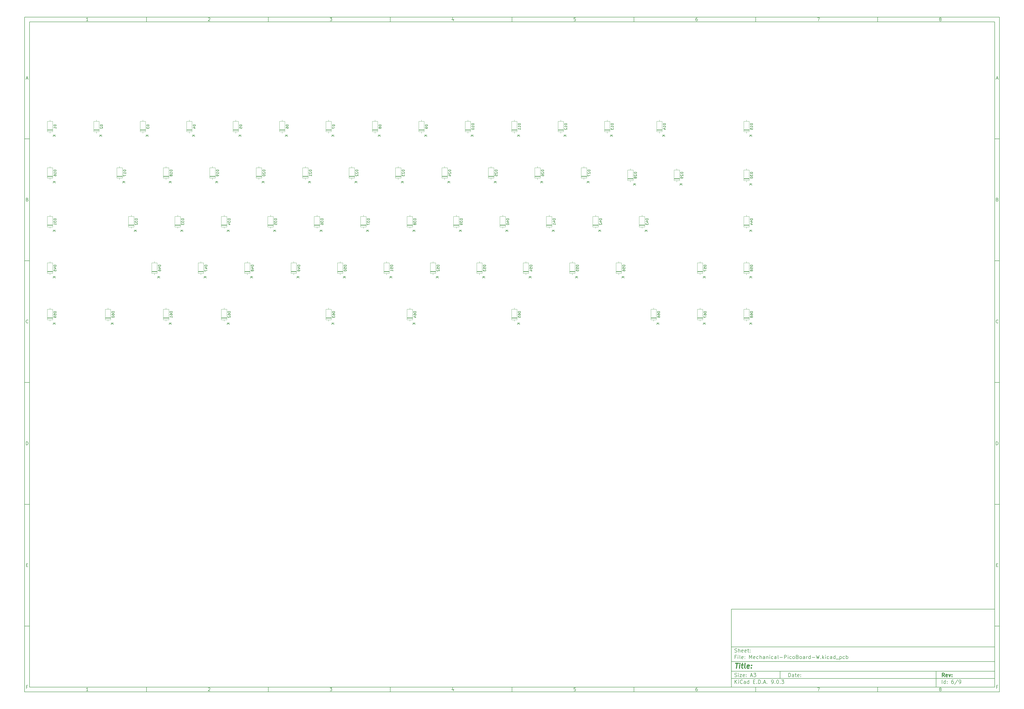
<source format=gbo>
%TF.GenerationSoftware,KiCad,Pcbnew,9.0.3*%
%TF.CreationDate,2025-07-17T14:52:48+05:30*%
%TF.ProjectId,Mechanical-PicoBoard-W,4d656368-616e-4696-9361-6c2d5069636f,rev?*%
%TF.SameCoordinates,Original*%
%TF.FileFunction,Legend,Bot*%
%TF.FilePolarity,Positive*%
%FSLAX46Y46*%
G04 Gerber Fmt 4.6, Leading zero omitted, Abs format (unit mm)*
G04 Created by KiCad (PCBNEW 9.0.3) date 2025-07-17 14:52:48*
%MOMM*%
%LPD*%
G01*
G04 APERTURE LIST*
%ADD10C,0.100000*%
%ADD11C,0.150000*%
%ADD12C,0.300000*%
%ADD13C,0.400000*%
%ADD14C,0.120000*%
G04 APERTURE END LIST*
D10*
D11*
X299989000Y-253002200D02*
X407989000Y-253002200D01*
X407989000Y-285002200D01*
X299989000Y-285002200D01*
X299989000Y-253002200D01*
D10*
D11*
X10000000Y-10000000D02*
X409989000Y-10000000D01*
X409989000Y-287002200D01*
X10000000Y-287002200D01*
X10000000Y-10000000D01*
D10*
D11*
X12000000Y-12000000D02*
X407989000Y-12000000D01*
X407989000Y-285002200D01*
X12000000Y-285002200D01*
X12000000Y-12000000D01*
D10*
D11*
X60000000Y-12000000D02*
X60000000Y-10000000D01*
D10*
D11*
X110000000Y-12000000D02*
X110000000Y-10000000D01*
D10*
D11*
X160000000Y-12000000D02*
X160000000Y-10000000D01*
D10*
D11*
X210000000Y-12000000D02*
X210000000Y-10000000D01*
D10*
D11*
X260000000Y-12000000D02*
X260000000Y-10000000D01*
D10*
D11*
X310000000Y-12000000D02*
X310000000Y-10000000D01*
D10*
D11*
X360000000Y-12000000D02*
X360000000Y-10000000D01*
D10*
D11*
X36089160Y-11593604D02*
X35346303Y-11593604D01*
X35717731Y-11593604D02*
X35717731Y-10293604D01*
X35717731Y-10293604D02*
X35593922Y-10479319D01*
X35593922Y-10479319D02*
X35470112Y-10603128D01*
X35470112Y-10603128D02*
X35346303Y-10665033D01*
D10*
D11*
X85346303Y-10417414D02*
X85408207Y-10355509D01*
X85408207Y-10355509D02*
X85532017Y-10293604D01*
X85532017Y-10293604D02*
X85841541Y-10293604D01*
X85841541Y-10293604D02*
X85965350Y-10355509D01*
X85965350Y-10355509D02*
X86027255Y-10417414D01*
X86027255Y-10417414D02*
X86089160Y-10541223D01*
X86089160Y-10541223D02*
X86089160Y-10665033D01*
X86089160Y-10665033D02*
X86027255Y-10850747D01*
X86027255Y-10850747D02*
X85284398Y-11593604D01*
X85284398Y-11593604D02*
X86089160Y-11593604D01*
D10*
D11*
X135284398Y-10293604D02*
X136089160Y-10293604D01*
X136089160Y-10293604D02*
X135655826Y-10788842D01*
X135655826Y-10788842D02*
X135841541Y-10788842D01*
X135841541Y-10788842D02*
X135965350Y-10850747D01*
X135965350Y-10850747D02*
X136027255Y-10912652D01*
X136027255Y-10912652D02*
X136089160Y-11036461D01*
X136089160Y-11036461D02*
X136089160Y-11345985D01*
X136089160Y-11345985D02*
X136027255Y-11469795D01*
X136027255Y-11469795D02*
X135965350Y-11531700D01*
X135965350Y-11531700D02*
X135841541Y-11593604D01*
X135841541Y-11593604D02*
X135470112Y-11593604D01*
X135470112Y-11593604D02*
X135346303Y-11531700D01*
X135346303Y-11531700D02*
X135284398Y-11469795D01*
D10*
D11*
X185965350Y-10726938D02*
X185965350Y-11593604D01*
X185655826Y-10231700D02*
X185346303Y-11160271D01*
X185346303Y-11160271D02*
X186151064Y-11160271D01*
D10*
D11*
X236027255Y-10293604D02*
X235408207Y-10293604D01*
X235408207Y-10293604D02*
X235346303Y-10912652D01*
X235346303Y-10912652D02*
X235408207Y-10850747D01*
X235408207Y-10850747D02*
X235532017Y-10788842D01*
X235532017Y-10788842D02*
X235841541Y-10788842D01*
X235841541Y-10788842D02*
X235965350Y-10850747D01*
X235965350Y-10850747D02*
X236027255Y-10912652D01*
X236027255Y-10912652D02*
X236089160Y-11036461D01*
X236089160Y-11036461D02*
X236089160Y-11345985D01*
X236089160Y-11345985D02*
X236027255Y-11469795D01*
X236027255Y-11469795D02*
X235965350Y-11531700D01*
X235965350Y-11531700D02*
X235841541Y-11593604D01*
X235841541Y-11593604D02*
X235532017Y-11593604D01*
X235532017Y-11593604D02*
X235408207Y-11531700D01*
X235408207Y-11531700D02*
X235346303Y-11469795D01*
D10*
D11*
X285965350Y-10293604D02*
X285717731Y-10293604D01*
X285717731Y-10293604D02*
X285593922Y-10355509D01*
X285593922Y-10355509D02*
X285532017Y-10417414D01*
X285532017Y-10417414D02*
X285408207Y-10603128D01*
X285408207Y-10603128D02*
X285346303Y-10850747D01*
X285346303Y-10850747D02*
X285346303Y-11345985D01*
X285346303Y-11345985D02*
X285408207Y-11469795D01*
X285408207Y-11469795D02*
X285470112Y-11531700D01*
X285470112Y-11531700D02*
X285593922Y-11593604D01*
X285593922Y-11593604D02*
X285841541Y-11593604D01*
X285841541Y-11593604D02*
X285965350Y-11531700D01*
X285965350Y-11531700D02*
X286027255Y-11469795D01*
X286027255Y-11469795D02*
X286089160Y-11345985D01*
X286089160Y-11345985D02*
X286089160Y-11036461D01*
X286089160Y-11036461D02*
X286027255Y-10912652D01*
X286027255Y-10912652D02*
X285965350Y-10850747D01*
X285965350Y-10850747D02*
X285841541Y-10788842D01*
X285841541Y-10788842D02*
X285593922Y-10788842D01*
X285593922Y-10788842D02*
X285470112Y-10850747D01*
X285470112Y-10850747D02*
X285408207Y-10912652D01*
X285408207Y-10912652D02*
X285346303Y-11036461D01*
D10*
D11*
X335284398Y-10293604D02*
X336151064Y-10293604D01*
X336151064Y-10293604D02*
X335593922Y-11593604D01*
D10*
D11*
X385593922Y-10850747D02*
X385470112Y-10788842D01*
X385470112Y-10788842D02*
X385408207Y-10726938D01*
X385408207Y-10726938D02*
X385346303Y-10603128D01*
X385346303Y-10603128D02*
X385346303Y-10541223D01*
X385346303Y-10541223D02*
X385408207Y-10417414D01*
X385408207Y-10417414D02*
X385470112Y-10355509D01*
X385470112Y-10355509D02*
X385593922Y-10293604D01*
X385593922Y-10293604D02*
X385841541Y-10293604D01*
X385841541Y-10293604D02*
X385965350Y-10355509D01*
X385965350Y-10355509D02*
X386027255Y-10417414D01*
X386027255Y-10417414D02*
X386089160Y-10541223D01*
X386089160Y-10541223D02*
X386089160Y-10603128D01*
X386089160Y-10603128D02*
X386027255Y-10726938D01*
X386027255Y-10726938D02*
X385965350Y-10788842D01*
X385965350Y-10788842D02*
X385841541Y-10850747D01*
X385841541Y-10850747D02*
X385593922Y-10850747D01*
X385593922Y-10850747D02*
X385470112Y-10912652D01*
X385470112Y-10912652D02*
X385408207Y-10974557D01*
X385408207Y-10974557D02*
X385346303Y-11098366D01*
X385346303Y-11098366D02*
X385346303Y-11345985D01*
X385346303Y-11345985D02*
X385408207Y-11469795D01*
X385408207Y-11469795D02*
X385470112Y-11531700D01*
X385470112Y-11531700D02*
X385593922Y-11593604D01*
X385593922Y-11593604D02*
X385841541Y-11593604D01*
X385841541Y-11593604D02*
X385965350Y-11531700D01*
X385965350Y-11531700D02*
X386027255Y-11469795D01*
X386027255Y-11469795D02*
X386089160Y-11345985D01*
X386089160Y-11345985D02*
X386089160Y-11098366D01*
X386089160Y-11098366D02*
X386027255Y-10974557D01*
X386027255Y-10974557D02*
X385965350Y-10912652D01*
X385965350Y-10912652D02*
X385841541Y-10850747D01*
D10*
D11*
X60000000Y-285002200D02*
X60000000Y-287002200D01*
D10*
D11*
X110000000Y-285002200D02*
X110000000Y-287002200D01*
D10*
D11*
X160000000Y-285002200D02*
X160000000Y-287002200D01*
D10*
D11*
X210000000Y-285002200D02*
X210000000Y-287002200D01*
D10*
D11*
X260000000Y-285002200D02*
X260000000Y-287002200D01*
D10*
D11*
X310000000Y-285002200D02*
X310000000Y-287002200D01*
D10*
D11*
X360000000Y-285002200D02*
X360000000Y-287002200D01*
D10*
D11*
X36089160Y-286595804D02*
X35346303Y-286595804D01*
X35717731Y-286595804D02*
X35717731Y-285295804D01*
X35717731Y-285295804D02*
X35593922Y-285481519D01*
X35593922Y-285481519D02*
X35470112Y-285605328D01*
X35470112Y-285605328D02*
X35346303Y-285667233D01*
D10*
D11*
X85346303Y-285419614D02*
X85408207Y-285357709D01*
X85408207Y-285357709D02*
X85532017Y-285295804D01*
X85532017Y-285295804D02*
X85841541Y-285295804D01*
X85841541Y-285295804D02*
X85965350Y-285357709D01*
X85965350Y-285357709D02*
X86027255Y-285419614D01*
X86027255Y-285419614D02*
X86089160Y-285543423D01*
X86089160Y-285543423D02*
X86089160Y-285667233D01*
X86089160Y-285667233D02*
X86027255Y-285852947D01*
X86027255Y-285852947D02*
X85284398Y-286595804D01*
X85284398Y-286595804D02*
X86089160Y-286595804D01*
D10*
D11*
X135284398Y-285295804D02*
X136089160Y-285295804D01*
X136089160Y-285295804D02*
X135655826Y-285791042D01*
X135655826Y-285791042D02*
X135841541Y-285791042D01*
X135841541Y-285791042D02*
X135965350Y-285852947D01*
X135965350Y-285852947D02*
X136027255Y-285914852D01*
X136027255Y-285914852D02*
X136089160Y-286038661D01*
X136089160Y-286038661D02*
X136089160Y-286348185D01*
X136089160Y-286348185D02*
X136027255Y-286471995D01*
X136027255Y-286471995D02*
X135965350Y-286533900D01*
X135965350Y-286533900D02*
X135841541Y-286595804D01*
X135841541Y-286595804D02*
X135470112Y-286595804D01*
X135470112Y-286595804D02*
X135346303Y-286533900D01*
X135346303Y-286533900D02*
X135284398Y-286471995D01*
D10*
D11*
X185965350Y-285729138D02*
X185965350Y-286595804D01*
X185655826Y-285233900D02*
X185346303Y-286162471D01*
X185346303Y-286162471D02*
X186151064Y-286162471D01*
D10*
D11*
X236027255Y-285295804D02*
X235408207Y-285295804D01*
X235408207Y-285295804D02*
X235346303Y-285914852D01*
X235346303Y-285914852D02*
X235408207Y-285852947D01*
X235408207Y-285852947D02*
X235532017Y-285791042D01*
X235532017Y-285791042D02*
X235841541Y-285791042D01*
X235841541Y-285791042D02*
X235965350Y-285852947D01*
X235965350Y-285852947D02*
X236027255Y-285914852D01*
X236027255Y-285914852D02*
X236089160Y-286038661D01*
X236089160Y-286038661D02*
X236089160Y-286348185D01*
X236089160Y-286348185D02*
X236027255Y-286471995D01*
X236027255Y-286471995D02*
X235965350Y-286533900D01*
X235965350Y-286533900D02*
X235841541Y-286595804D01*
X235841541Y-286595804D02*
X235532017Y-286595804D01*
X235532017Y-286595804D02*
X235408207Y-286533900D01*
X235408207Y-286533900D02*
X235346303Y-286471995D01*
D10*
D11*
X285965350Y-285295804D02*
X285717731Y-285295804D01*
X285717731Y-285295804D02*
X285593922Y-285357709D01*
X285593922Y-285357709D02*
X285532017Y-285419614D01*
X285532017Y-285419614D02*
X285408207Y-285605328D01*
X285408207Y-285605328D02*
X285346303Y-285852947D01*
X285346303Y-285852947D02*
X285346303Y-286348185D01*
X285346303Y-286348185D02*
X285408207Y-286471995D01*
X285408207Y-286471995D02*
X285470112Y-286533900D01*
X285470112Y-286533900D02*
X285593922Y-286595804D01*
X285593922Y-286595804D02*
X285841541Y-286595804D01*
X285841541Y-286595804D02*
X285965350Y-286533900D01*
X285965350Y-286533900D02*
X286027255Y-286471995D01*
X286027255Y-286471995D02*
X286089160Y-286348185D01*
X286089160Y-286348185D02*
X286089160Y-286038661D01*
X286089160Y-286038661D02*
X286027255Y-285914852D01*
X286027255Y-285914852D02*
X285965350Y-285852947D01*
X285965350Y-285852947D02*
X285841541Y-285791042D01*
X285841541Y-285791042D02*
X285593922Y-285791042D01*
X285593922Y-285791042D02*
X285470112Y-285852947D01*
X285470112Y-285852947D02*
X285408207Y-285914852D01*
X285408207Y-285914852D02*
X285346303Y-286038661D01*
D10*
D11*
X335284398Y-285295804D02*
X336151064Y-285295804D01*
X336151064Y-285295804D02*
X335593922Y-286595804D01*
D10*
D11*
X385593922Y-285852947D02*
X385470112Y-285791042D01*
X385470112Y-285791042D02*
X385408207Y-285729138D01*
X385408207Y-285729138D02*
X385346303Y-285605328D01*
X385346303Y-285605328D02*
X385346303Y-285543423D01*
X385346303Y-285543423D02*
X385408207Y-285419614D01*
X385408207Y-285419614D02*
X385470112Y-285357709D01*
X385470112Y-285357709D02*
X385593922Y-285295804D01*
X385593922Y-285295804D02*
X385841541Y-285295804D01*
X385841541Y-285295804D02*
X385965350Y-285357709D01*
X385965350Y-285357709D02*
X386027255Y-285419614D01*
X386027255Y-285419614D02*
X386089160Y-285543423D01*
X386089160Y-285543423D02*
X386089160Y-285605328D01*
X386089160Y-285605328D02*
X386027255Y-285729138D01*
X386027255Y-285729138D02*
X385965350Y-285791042D01*
X385965350Y-285791042D02*
X385841541Y-285852947D01*
X385841541Y-285852947D02*
X385593922Y-285852947D01*
X385593922Y-285852947D02*
X385470112Y-285914852D01*
X385470112Y-285914852D02*
X385408207Y-285976757D01*
X385408207Y-285976757D02*
X385346303Y-286100566D01*
X385346303Y-286100566D02*
X385346303Y-286348185D01*
X385346303Y-286348185D02*
X385408207Y-286471995D01*
X385408207Y-286471995D02*
X385470112Y-286533900D01*
X385470112Y-286533900D02*
X385593922Y-286595804D01*
X385593922Y-286595804D02*
X385841541Y-286595804D01*
X385841541Y-286595804D02*
X385965350Y-286533900D01*
X385965350Y-286533900D02*
X386027255Y-286471995D01*
X386027255Y-286471995D02*
X386089160Y-286348185D01*
X386089160Y-286348185D02*
X386089160Y-286100566D01*
X386089160Y-286100566D02*
X386027255Y-285976757D01*
X386027255Y-285976757D02*
X385965350Y-285914852D01*
X385965350Y-285914852D02*
X385841541Y-285852947D01*
D10*
D11*
X10000000Y-60000000D02*
X12000000Y-60000000D01*
D10*
D11*
X10000000Y-110000000D02*
X12000000Y-110000000D01*
D10*
D11*
X10000000Y-160000000D02*
X12000000Y-160000000D01*
D10*
D11*
X10000000Y-210000000D02*
X12000000Y-210000000D01*
D10*
D11*
X10000000Y-260000000D02*
X12000000Y-260000000D01*
D10*
D11*
X10690476Y-35222176D02*
X11309523Y-35222176D01*
X10566666Y-35593604D02*
X10999999Y-34293604D01*
X10999999Y-34293604D02*
X11433333Y-35593604D01*
D10*
D11*
X11092857Y-84912652D02*
X11278571Y-84974557D01*
X11278571Y-84974557D02*
X11340476Y-85036461D01*
X11340476Y-85036461D02*
X11402380Y-85160271D01*
X11402380Y-85160271D02*
X11402380Y-85345985D01*
X11402380Y-85345985D02*
X11340476Y-85469795D01*
X11340476Y-85469795D02*
X11278571Y-85531700D01*
X11278571Y-85531700D02*
X11154761Y-85593604D01*
X11154761Y-85593604D02*
X10659523Y-85593604D01*
X10659523Y-85593604D02*
X10659523Y-84293604D01*
X10659523Y-84293604D02*
X11092857Y-84293604D01*
X11092857Y-84293604D02*
X11216666Y-84355509D01*
X11216666Y-84355509D02*
X11278571Y-84417414D01*
X11278571Y-84417414D02*
X11340476Y-84541223D01*
X11340476Y-84541223D02*
X11340476Y-84665033D01*
X11340476Y-84665033D02*
X11278571Y-84788842D01*
X11278571Y-84788842D02*
X11216666Y-84850747D01*
X11216666Y-84850747D02*
X11092857Y-84912652D01*
X11092857Y-84912652D02*
X10659523Y-84912652D01*
D10*
D11*
X11402380Y-135469795D02*
X11340476Y-135531700D01*
X11340476Y-135531700D02*
X11154761Y-135593604D01*
X11154761Y-135593604D02*
X11030952Y-135593604D01*
X11030952Y-135593604D02*
X10845238Y-135531700D01*
X10845238Y-135531700D02*
X10721428Y-135407890D01*
X10721428Y-135407890D02*
X10659523Y-135284080D01*
X10659523Y-135284080D02*
X10597619Y-135036461D01*
X10597619Y-135036461D02*
X10597619Y-134850747D01*
X10597619Y-134850747D02*
X10659523Y-134603128D01*
X10659523Y-134603128D02*
X10721428Y-134479319D01*
X10721428Y-134479319D02*
X10845238Y-134355509D01*
X10845238Y-134355509D02*
X11030952Y-134293604D01*
X11030952Y-134293604D02*
X11154761Y-134293604D01*
X11154761Y-134293604D02*
X11340476Y-134355509D01*
X11340476Y-134355509D02*
X11402380Y-134417414D01*
D10*
D11*
X10659523Y-185593604D02*
X10659523Y-184293604D01*
X10659523Y-184293604D02*
X10969047Y-184293604D01*
X10969047Y-184293604D02*
X11154761Y-184355509D01*
X11154761Y-184355509D02*
X11278571Y-184479319D01*
X11278571Y-184479319D02*
X11340476Y-184603128D01*
X11340476Y-184603128D02*
X11402380Y-184850747D01*
X11402380Y-184850747D02*
X11402380Y-185036461D01*
X11402380Y-185036461D02*
X11340476Y-185284080D01*
X11340476Y-185284080D02*
X11278571Y-185407890D01*
X11278571Y-185407890D02*
X11154761Y-185531700D01*
X11154761Y-185531700D02*
X10969047Y-185593604D01*
X10969047Y-185593604D02*
X10659523Y-185593604D01*
D10*
D11*
X10721428Y-234912652D02*
X11154762Y-234912652D01*
X11340476Y-235593604D02*
X10721428Y-235593604D01*
X10721428Y-235593604D02*
X10721428Y-234293604D01*
X10721428Y-234293604D02*
X11340476Y-234293604D01*
D10*
D11*
X11185714Y-284912652D02*
X10752380Y-284912652D01*
X10752380Y-285593604D02*
X10752380Y-284293604D01*
X10752380Y-284293604D02*
X11371428Y-284293604D01*
D10*
D11*
X409989000Y-60000000D02*
X407989000Y-60000000D01*
D10*
D11*
X409989000Y-110000000D02*
X407989000Y-110000000D01*
D10*
D11*
X409989000Y-160000000D02*
X407989000Y-160000000D01*
D10*
D11*
X409989000Y-210000000D02*
X407989000Y-210000000D01*
D10*
D11*
X409989000Y-260000000D02*
X407989000Y-260000000D01*
D10*
D11*
X408679476Y-35222176D02*
X409298523Y-35222176D01*
X408555666Y-35593604D02*
X408988999Y-34293604D01*
X408988999Y-34293604D02*
X409422333Y-35593604D01*
D10*
D11*
X409081857Y-84912652D02*
X409267571Y-84974557D01*
X409267571Y-84974557D02*
X409329476Y-85036461D01*
X409329476Y-85036461D02*
X409391380Y-85160271D01*
X409391380Y-85160271D02*
X409391380Y-85345985D01*
X409391380Y-85345985D02*
X409329476Y-85469795D01*
X409329476Y-85469795D02*
X409267571Y-85531700D01*
X409267571Y-85531700D02*
X409143761Y-85593604D01*
X409143761Y-85593604D02*
X408648523Y-85593604D01*
X408648523Y-85593604D02*
X408648523Y-84293604D01*
X408648523Y-84293604D02*
X409081857Y-84293604D01*
X409081857Y-84293604D02*
X409205666Y-84355509D01*
X409205666Y-84355509D02*
X409267571Y-84417414D01*
X409267571Y-84417414D02*
X409329476Y-84541223D01*
X409329476Y-84541223D02*
X409329476Y-84665033D01*
X409329476Y-84665033D02*
X409267571Y-84788842D01*
X409267571Y-84788842D02*
X409205666Y-84850747D01*
X409205666Y-84850747D02*
X409081857Y-84912652D01*
X409081857Y-84912652D02*
X408648523Y-84912652D01*
D10*
D11*
X409391380Y-135469795D02*
X409329476Y-135531700D01*
X409329476Y-135531700D02*
X409143761Y-135593604D01*
X409143761Y-135593604D02*
X409019952Y-135593604D01*
X409019952Y-135593604D02*
X408834238Y-135531700D01*
X408834238Y-135531700D02*
X408710428Y-135407890D01*
X408710428Y-135407890D02*
X408648523Y-135284080D01*
X408648523Y-135284080D02*
X408586619Y-135036461D01*
X408586619Y-135036461D02*
X408586619Y-134850747D01*
X408586619Y-134850747D02*
X408648523Y-134603128D01*
X408648523Y-134603128D02*
X408710428Y-134479319D01*
X408710428Y-134479319D02*
X408834238Y-134355509D01*
X408834238Y-134355509D02*
X409019952Y-134293604D01*
X409019952Y-134293604D02*
X409143761Y-134293604D01*
X409143761Y-134293604D02*
X409329476Y-134355509D01*
X409329476Y-134355509D02*
X409391380Y-134417414D01*
D10*
D11*
X408648523Y-185593604D02*
X408648523Y-184293604D01*
X408648523Y-184293604D02*
X408958047Y-184293604D01*
X408958047Y-184293604D02*
X409143761Y-184355509D01*
X409143761Y-184355509D02*
X409267571Y-184479319D01*
X409267571Y-184479319D02*
X409329476Y-184603128D01*
X409329476Y-184603128D02*
X409391380Y-184850747D01*
X409391380Y-184850747D02*
X409391380Y-185036461D01*
X409391380Y-185036461D02*
X409329476Y-185284080D01*
X409329476Y-185284080D02*
X409267571Y-185407890D01*
X409267571Y-185407890D02*
X409143761Y-185531700D01*
X409143761Y-185531700D02*
X408958047Y-185593604D01*
X408958047Y-185593604D02*
X408648523Y-185593604D01*
D10*
D11*
X408710428Y-234912652D02*
X409143762Y-234912652D01*
X409329476Y-235593604D02*
X408710428Y-235593604D01*
X408710428Y-235593604D02*
X408710428Y-234293604D01*
X408710428Y-234293604D02*
X409329476Y-234293604D01*
D10*
D11*
X409174714Y-284912652D02*
X408741380Y-284912652D01*
X408741380Y-285593604D02*
X408741380Y-284293604D01*
X408741380Y-284293604D02*
X409360428Y-284293604D01*
D10*
D11*
X323444826Y-280788328D02*
X323444826Y-279288328D01*
X323444826Y-279288328D02*
X323801969Y-279288328D01*
X323801969Y-279288328D02*
X324016255Y-279359757D01*
X324016255Y-279359757D02*
X324159112Y-279502614D01*
X324159112Y-279502614D02*
X324230541Y-279645471D01*
X324230541Y-279645471D02*
X324301969Y-279931185D01*
X324301969Y-279931185D02*
X324301969Y-280145471D01*
X324301969Y-280145471D02*
X324230541Y-280431185D01*
X324230541Y-280431185D02*
X324159112Y-280574042D01*
X324159112Y-280574042D02*
X324016255Y-280716900D01*
X324016255Y-280716900D02*
X323801969Y-280788328D01*
X323801969Y-280788328D02*
X323444826Y-280788328D01*
X325587684Y-280788328D02*
X325587684Y-280002614D01*
X325587684Y-280002614D02*
X325516255Y-279859757D01*
X325516255Y-279859757D02*
X325373398Y-279788328D01*
X325373398Y-279788328D02*
X325087684Y-279788328D01*
X325087684Y-279788328D02*
X324944826Y-279859757D01*
X325587684Y-280716900D02*
X325444826Y-280788328D01*
X325444826Y-280788328D02*
X325087684Y-280788328D01*
X325087684Y-280788328D02*
X324944826Y-280716900D01*
X324944826Y-280716900D02*
X324873398Y-280574042D01*
X324873398Y-280574042D02*
X324873398Y-280431185D01*
X324873398Y-280431185D02*
X324944826Y-280288328D01*
X324944826Y-280288328D02*
X325087684Y-280216900D01*
X325087684Y-280216900D02*
X325444826Y-280216900D01*
X325444826Y-280216900D02*
X325587684Y-280145471D01*
X326087684Y-279788328D02*
X326659112Y-279788328D01*
X326301969Y-279288328D02*
X326301969Y-280574042D01*
X326301969Y-280574042D02*
X326373398Y-280716900D01*
X326373398Y-280716900D02*
X326516255Y-280788328D01*
X326516255Y-280788328D02*
X326659112Y-280788328D01*
X327730541Y-280716900D02*
X327587684Y-280788328D01*
X327587684Y-280788328D02*
X327301970Y-280788328D01*
X327301970Y-280788328D02*
X327159112Y-280716900D01*
X327159112Y-280716900D02*
X327087684Y-280574042D01*
X327087684Y-280574042D02*
X327087684Y-280002614D01*
X327087684Y-280002614D02*
X327159112Y-279859757D01*
X327159112Y-279859757D02*
X327301970Y-279788328D01*
X327301970Y-279788328D02*
X327587684Y-279788328D01*
X327587684Y-279788328D02*
X327730541Y-279859757D01*
X327730541Y-279859757D02*
X327801970Y-280002614D01*
X327801970Y-280002614D02*
X327801970Y-280145471D01*
X327801970Y-280145471D02*
X327087684Y-280288328D01*
X328444826Y-280645471D02*
X328516255Y-280716900D01*
X328516255Y-280716900D02*
X328444826Y-280788328D01*
X328444826Y-280788328D02*
X328373398Y-280716900D01*
X328373398Y-280716900D02*
X328444826Y-280645471D01*
X328444826Y-280645471D02*
X328444826Y-280788328D01*
X328444826Y-279859757D02*
X328516255Y-279931185D01*
X328516255Y-279931185D02*
X328444826Y-280002614D01*
X328444826Y-280002614D02*
X328373398Y-279931185D01*
X328373398Y-279931185D02*
X328444826Y-279859757D01*
X328444826Y-279859757D02*
X328444826Y-280002614D01*
D10*
D11*
X299989000Y-281502200D02*
X407989000Y-281502200D01*
D10*
D11*
X301444826Y-283588328D02*
X301444826Y-282088328D01*
X302301969Y-283588328D02*
X301659112Y-282731185D01*
X302301969Y-282088328D02*
X301444826Y-282945471D01*
X302944826Y-283588328D02*
X302944826Y-282588328D01*
X302944826Y-282088328D02*
X302873398Y-282159757D01*
X302873398Y-282159757D02*
X302944826Y-282231185D01*
X302944826Y-282231185D02*
X303016255Y-282159757D01*
X303016255Y-282159757D02*
X302944826Y-282088328D01*
X302944826Y-282088328D02*
X302944826Y-282231185D01*
X304516255Y-283445471D02*
X304444827Y-283516900D01*
X304444827Y-283516900D02*
X304230541Y-283588328D01*
X304230541Y-283588328D02*
X304087684Y-283588328D01*
X304087684Y-283588328D02*
X303873398Y-283516900D01*
X303873398Y-283516900D02*
X303730541Y-283374042D01*
X303730541Y-283374042D02*
X303659112Y-283231185D01*
X303659112Y-283231185D02*
X303587684Y-282945471D01*
X303587684Y-282945471D02*
X303587684Y-282731185D01*
X303587684Y-282731185D02*
X303659112Y-282445471D01*
X303659112Y-282445471D02*
X303730541Y-282302614D01*
X303730541Y-282302614D02*
X303873398Y-282159757D01*
X303873398Y-282159757D02*
X304087684Y-282088328D01*
X304087684Y-282088328D02*
X304230541Y-282088328D01*
X304230541Y-282088328D02*
X304444827Y-282159757D01*
X304444827Y-282159757D02*
X304516255Y-282231185D01*
X305801970Y-283588328D02*
X305801970Y-282802614D01*
X305801970Y-282802614D02*
X305730541Y-282659757D01*
X305730541Y-282659757D02*
X305587684Y-282588328D01*
X305587684Y-282588328D02*
X305301970Y-282588328D01*
X305301970Y-282588328D02*
X305159112Y-282659757D01*
X305801970Y-283516900D02*
X305659112Y-283588328D01*
X305659112Y-283588328D02*
X305301970Y-283588328D01*
X305301970Y-283588328D02*
X305159112Y-283516900D01*
X305159112Y-283516900D02*
X305087684Y-283374042D01*
X305087684Y-283374042D02*
X305087684Y-283231185D01*
X305087684Y-283231185D02*
X305159112Y-283088328D01*
X305159112Y-283088328D02*
X305301970Y-283016900D01*
X305301970Y-283016900D02*
X305659112Y-283016900D01*
X305659112Y-283016900D02*
X305801970Y-282945471D01*
X307159113Y-283588328D02*
X307159113Y-282088328D01*
X307159113Y-283516900D02*
X307016255Y-283588328D01*
X307016255Y-283588328D02*
X306730541Y-283588328D01*
X306730541Y-283588328D02*
X306587684Y-283516900D01*
X306587684Y-283516900D02*
X306516255Y-283445471D01*
X306516255Y-283445471D02*
X306444827Y-283302614D01*
X306444827Y-283302614D02*
X306444827Y-282874042D01*
X306444827Y-282874042D02*
X306516255Y-282731185D01*
X306516255Y-282731185D02*
X306587684Y-282659757D01*
X306587684Y-282659757D02*
X306730541Y-282588328D01*
X306730541Y-282588328D02*
X307016255Y-282588328D01*
X307016255Y-282588328D02*
X307159113Y-282659757D01*
X309016255Y-282802614D02*
X309516255Y-282802614D01*
X309730541Y-283588328D02*
X309016255Y-283588328D01*
X309016255Y-283588328D02*
X309016255Y-282088328D01*
X309016255Y-282088328D02*
X309730541Y-282088328D01*
X310373398Y-283445471D02*
X310444827Y-283516900D01*
X310444827Y-283516900D02*
X310373398Y-283588328D01*
X310373398Y-283588328D02*
X310301970Y-283516900D01*
X310301970Y-283516900D02*
X310373398Y-283445471D01*
X310373398Y-283445471D02*
X310373398Y-283588328D01*
X311087684Y-283588328D02*
X311087684Y-282088328D01*
X311087684Y-282088328D02*
X311444827Y-282088328D01*
X311444827Y-282088328D02*
X311659113Y-282159757D01*
X311659113Y-282159757D02*
X311801970Y-282302614D01*
X311801970Y-282302614D02*
X311873399Y-282445471D01*
X311873399Y-282445471D02*
X311944827Y-282731185D01*
X311944827Y-282731185D02*
X311944827Y-282945471D01*
X311944827Y-282945471D02*
X311873399Y-283231185D01*
X311873399Y-283231185D02*
X311801970Y-283374042D01*
X311801970Y-283374042D02*
X311659113Y-283516900D01*
X311659113Y-283516900D02*
X311444827Y-283588328D01*
X311444827Y-283588328D02*
X311087684Y-283588328D01*
X312587684Y-283445471D02*
X312659113Y-283516900D01*
X312659113Y-283516900D02*
X312587684Y-283588328D01*
X312587684Y-283588328D02*
X312516256Y-283516900D01*
X312516256Y-283516900D02*
X312587684Y-283445471D01*
X312587684Y-283445471D02*
X312587684Y-283588328D01*
X313230542Y-283159757D02*
X313944828Y-283159757D01*
X313087685Y-283588328D02*
X313587685Y-282088328D01*
X313587685Y-282088328D02*
X314087685Y-283588328D01*
X314587684Y-283445471D02*
X314659113Y-283516900D01*
X314659113Y-283516900D02*
X314587684Y-283588328D01*
X314587684Y-283588328D02*
X314516256Y-283516900D01*
X314516256Y-283516900D02*
X314587684Y-283445471D01*
X314587684Y-283445471D02*
X314587684Y-283588328D01*
X316516256Y-283588328D02*
X316801970Y-283588328D01*
X316801970Y-283588328D02*
X316944827Y-283516900D01*
X316944827Y-283516900D02*
X317016256Y-283445471D01*
X317016256Y-283445471D02*
X317159113Y-283231185D01*
X317159113Y-283231185D02*
X317230542Y-282945471D01*
X317230542Y-282945471D02*
X317230542Y-282374042D01*
X317230542Y-282374042D02*
X317159113Y-282231185D01*
X317159113Y-282231185D02*
X317087685Y-282159757D01*
X317087685Y-282159757D02*
X316944827Y-282088328D01*
X316944827Y-282088328D02*
X316659113Y-282088328D01*
X316659113Y-282088328D02*
X316516256Y-282159757D01*
X316516256Y-282159757D02*
X316444827Y-282231185D01*
X316444827Y-282231185D02*
X316373399Y-282374042D01*
X316373399Y-282374042D02*
X316373399Y-282731185D01*
X316373399Y-282731185D02*
X316444827Y-282874042D01*
X316444827Y-282874042D02*
X316516256Y-282945471D01*
X316516256Y-282945471D02*
X316659113Y-283016900D01*
X316659113Y-283016900D02*
X316944827Y-283016900D01*
X316944827Y-283016900D02*
X317087685Y-282945471D01*
X317087685Y-282945471D02*
X317159113Y-282874042D01*
X317159113Y-282874042D02*
X317230542Y-282731185D01*
X317873398Y-283445471D02*
X317944827Y-283516900D01*
X317944827Y-283516900D02*
X317873398Y-283588328D01*
X317873398Y-283588328D02*
X317801970Y-283516900D01*
X317801970Y-283516900D02*
X317873398Y-283445471D01*
X317873398Y-283445471D02*
X317873398Y-283588328D01*
X318873399Y-282088328D02*
X319016256Y-282088328D01*
X319016256Y-282088328D02*
X319159113Y-282159757D01*
X319159113Y-282159757D02*
X319230542Y-282231185D01*
X319230542Y-282231185D02*
X319301970Y-282374042D01*
X319301970Y-282374042D02*
X319373399Y-282659757D01*
X319373399Y-282659757D02*
X319373399Y-283016900D01*
X319373399Y-283016900D02*
X319301970Y-283302614D01*
X319301970Y-283302614D02*
X319230542Y-283445471D01*
X319230542Y-283445471D02*
X319159113Y-283516900D01*
X319159113Y-283516900D02*
X319016256Y-283588328D01*
X319016256Y-283588328D02*
X318873399Y-283588328D01*
X318873399Y-283588328D02*
X318730542Y-283516900D01*
X318730542Y-283516900D02*
X318659113Y-283445471D01*
X318659113Y-283445471D02*
X318587684Y-283302614D01*
X318587684Y-283302614D02*
X318516256Y-283016900D01*
X318516256Y-283016900D02*
X318516256Y-282659757D01*
X318516256Y-282659757D02*
X318587684Y-282374042D01*
X318587684Y-282374042D02*
X318659113Y-282231185D01*
X318659113Y-282231185D02*
X318730542Y-282159757D01*
X318730542Y-282159757D02*
X318873399Y-282088328D01*
X320016255Y-283445471D02*
X320087684Y-283516900D01*
X320087684Y-283516900D02*
X320016255Y-283588328D01*
X320016255Y-283588328D02*
X319944827Y-283516900D01*
X319944827Y-283516900D02*
X320016255Y-283445471D01*
X320016255Y-283445471D02*
X320016255Y-283588328D01*
X320587684Y-282088328D02*
X321516256Y-282088328D01*
X321516256Y-282088328D02*
X321016256Y-282659757D01*
X321016256Y-282659757D02*
X321230541Y-282659757D01*
X321230541Y-282659757D02*
X321373399Y-282731185D01*
X321373399Y-282731185D02*
X321444827Y-282802614D01*
X321444827Y-282802614D02*
X321516256Y-282945471D01*
X321516256Y-282945471D02*
X321516256Y-283302614D01*
X321516256Y-283302614D02*
X321444827Y-283445471D01*
X321444827Y-283445471D02*
X321373399Y-283516900D01*
X321373399Y-283516900D02*
X321230541Y-283588328D01*
X321230541Y-283588328D02*
X320801970Y-283588328D01*
X320801970Y-283588328D02*
X320659113Y-283516900D01*
X320659113Y-283516900D02*
X320587684Y-283445471D01*
D10*
D11*
X299989000Y-278502200D02*
X407989000Y-278502200D01*
D10*
D12*
X387400653Y-280780528D02*
X386900653Y-280066242D01*
X386543510Y-280780528D02*
X386543510Y-279280528D01*
X386543510Y-279280528D02*
X387114939Y-279280528D01*
X387114939Y-279280528D02*
X387257796Y-279351957D01*
X387257796Y-279351957D02*
X387329225Y-279423385D01*
X387329225Y-279423385D02*
X387400653Y-279566242D01*
X387400653Y-279566242D02*
X387400653Y-279780528D01*
X387400653Y-279780528D02*
X387329225Y-279923385D01*
X387329225Y-279923385D02*
X387257796Y-279994814D01*
X387257796Y-279994814D02*
X387114939Y-280066242D01*
X387114939Y-280066242D02*
X386543510Y-280066242D01*
X388614939Y-280709100D02*
X388472082Y-280780528D01*
X388472082Y-280780528D02*
X388186368Y-280780528D01*
X388186368Y-280780528D02*
X388043510Y-280709100D01*
X388043510Y-280709100D02*
X387972082Y-280566242D01*
X387972082Y-280566242D02*
X387972082Y-279994814D01*
X387972082Y-279994814D02*
X388043510Y-279851957D01*
X388043510Y-279851957D02*
X388186368Y-279780528D01*
X388186368Y-279780528D02*
X388472082Y-279780528D01*
X388472082Y-279780528D02*
X388614939Y-279851957D01*
X388614939Y-279851957D02*
X388686368Y-279994814D01*
X388686368Y-279994814D02*
X388686368Y-280137671D01*
X388686368Y-280137671D02*
X387972082Y-280280528D01*
X389186367Y-279780528D02*
X389543510Y-280780528D01*
X389543510Y-280780528D02*
X389900653Y-279780528D01*
X390472081Y-280637671D02*
X390543510Y-280709100D01*
X390543510Y-280709100D02*
X390472081Y-280780528D01*
X390472081Y-280780528D02*
X390400653Y-280709100D01*
X390400653Y-280709100D02*
X390472081Y-280637671D01*
X390472081Y-280637671D02*
X390472081Y-280780528D01*
X390472081Y-279851957D02*
X390543510Y-279923385D01*
X390543510Y-279923385D02*
X390472081Y-279994814D01*
X390472081Y-279994814D02*
X390400653Y-279923385D01*
X390400653Y-279923385D02*
X390472081Y-279851957D01*
X390472081Y-279851957D02*
X390472081Y-279994814D01*
D10*
D11*
X301373398Y-280716900D02*
X301587684Y-280788328D01*
X301587684Y-280788328D02*
X301944826Y-280788328D01*
X301944826Y-280788328D02*
X302087684Y-280716900D01*
X302087684Y-280716900D02*
X302159112Y-280645471D01*
X302159112Y-280645471D02*
X302230541Y-280502614D01*
X302230541Y-280502614D02*
X302230541Y-280359757D01*
X302230541Y-280359757D02*
X302159112Y-280216900D01*
X302159112Y-280216900D02*
X302087684Y-280145471D01*
X302087684Y-280145471D02*
X301944826Y-280074042D01*
X301944826Y-280074042D02*
X301659112Y-280002614D01*
X301659112Y-280002614D02*
X301516255Y-279931185D01*
X301516255Y-279931185D02*
X301444826Y-279859757D01*
X301444826Y-279859757D02*
X301373398Y-279716900D01*
X301373398Y-279716900D02*
X301373398Y-279574042D01*
X301373398Y-279574042D02*
X301444826Y-279431185D01*
X301444826Y-279431185D02*
X301516255Y-279359757D01*
X301516255Y-279359757D02*
X301659112Y-279288328D01*
X301659112Y-279288328D02*
X302016255Y-279288328D01*
X302016255Y-279288328D02*
X302230541Y-279359757D01*
X302873397Y-280788328D02*
X302873397Y-279788328D01*
X302873397Y-279288328D02*
X302801969Y-279359757D01*
X302801969Y-279359757D02*
X302873397Y-279431185D01*
X302873397Y-279431185D02*
X302944826Y-279359757D01*
X302944826Y-279359757D02*
X302873397Y-279288328D01*
X302873397Y-279288328D02*
X302873397Y-279431185D01*
X303444826Y-279788328D02*
X304230541Y-279788328D01*
X304230541Y-279788328D02*
X303444826Y-280788328D01*
X303444826Y-280788328D02*
X304230541Y-280788328D01*
X305373398Y-280716900D02*
X305230541Y-280788328D01*
X305230541Y-280788328D02*
X304944827Y-280788328D01*
X304944827Y-280788328D02*
X304801969Y-280716900D01*
X304801969Y-280716900D02*
X304730541Y-280574042D01*
X304730541Y-280574042D02*
X304730541Y-280002614D01*
X304730541Y-280002614D02*
X304801969Y-279859757D01*
X304801969Y-279859757D02*
X304944827Y-279788328D01*
X304944827Y-279788328D02*
X305230541Y-279788328D01*
X305230541Y-279788328D02*
X305373398Y-279859757D01*
X305373398Y-279859757D02*
X305444827Y-280002614D01*
X305444827Y-280002614D02*
X305444827Y-280145471D01*
X305444827Y-280145471D02*
X304730541Y-280288328D01*
X306087683Y-280645471D02*
X306159112Y-280716900D01*
X306159112Y-280716900D02*
X306087683Y-280788328D01*
X306087683Y-280788328D02*
X306016255Y-280716900D01*
X306016255Y-280716900D02*
X306087683Y-280645471D01*
X306087683Y-280645471D02*
X306087683Y-280788328D01*
X306087683Y-279859757D02*
X306159112Y-279931185D01*
X306159112Y-279931185D02*
X306087683Y-280002614D01*
X306087683Y-280002614D02*
X306016255Y-279931185D01*
X306016255Y-279931185D02*
X306087683Y-279859757D01*
X306087683Y-279859757D02*
X306087683Y-280002614D01*
X307873398Y-280359757D02*
X308587684Y-280359757D01*
X307730541Y-280788328D02*
X308230541Y-279288328D01*
X308230541Y-279288328D02*
X308730541Y-280788328D01*
X309087683Y-279288328D02*
X310016255Y-279288328D01*
X310016255Y-279288328D02*
X309516255Y-279859757D01*
X309516255Y-279859757D02*
X309730540Y-279859757D01*
X309730540Y-279859757D02*
X309873398Y-279931185D01*
X309873398Y-279931185D02*
X309944826Y-280002614D01*
X309944826Y-280002614D02*
X310016255Y-280145471D01*
X310016255Y-280145471D02*
X310016255Y-280502614D01*
X310016255Y-280502614D02*
X309944826Y-280645471D01*
X309944826Y-280645471D02*
X309873398Y-280716900D01*
X309873398Y-280716900D02*
X309730540Y-280788328D01*
X309730540Y-280788328D02*
X309301969Y-280788328D01*
X309301969Y-280788328D02*
X309159112Y-280716900D01*
X309159112Y-280716900D02*
X309087683Y-280645471D01*
D10*
D11*
X386444826Y-283588328D02*
X386444826Y-282088328D01*
X387801970Y-283588328D02*
X387801970Y-282088328D01*
X387801970Y-283516900D02*
X387659112Y-283588328D01*
X387659112Y-283588328D02*
X387373398Y-283588328D01*
X387373398Y-283588328D02*
X387230541Y-283516900D01*
X387230541Y-283516900D02*
X387159112Y-283445471D01*
X387159112Y-283445471D02*
X387087684Y-283302614D01*
X387087684Y-283302614D02*
X387087684Y-282874042D01*
X387087684Y-282874042D02*
X387159112Y-282731185D01*
X387159112Y-282731185D02*
X387230541Y-282659757D01*
X387230541Y-282659757D02*
X387373398Y-282588328D01*
X387373398Y-282588328D02*
X387659112Y-282588328D01*
X387659112Y-282588328D02*
X387801970Y-282659757D01*
X388516255Y-283445471D02*
X388587684Y-283516900D01*
X388587684Y-283516900D02*
X388516255Y-283588328D01*
X388516255Y-283588328D02*
X388444827Y-283516900D01*
X388444827Y-283516900D02*
X388516255Y-283445471D01*
X388516255Y-283445471D02*
X388516255Y-283588328D01*
X388516255Y-282659757D02*
X388587684Y-282731185D01*
X388587684Y-282731185D02*
X388516255Y-282802614D01*
X388516255Y-282802614D02*
X388444827Y-282731185D01*
X388444827Y-282731185D02*
X388516255Y-282659757D01*
X388516255Y-282659757D02*
X388516255Y-282802614D01*
X391016256Y-282088328D02*
X390730541Y-282088328D01*
X390730541Y-282088328D02*
X390587684Y-282159757D01*
X390587684Y-282159757D02*
X390516256Y-282231185D01*
X390516256Y-282231185D02*
X390373398Y-282445471D01*
X390373398Y-282445471D02*
X390301970Y-282731185D01*
X390301970Y-282731185D02*
X390301970Y-283302614D01*
X390301970Y-283302614D02*
X390373398Y-283445471D01*
X390373398Y-283445471D02*
X390444827Y-283516900D01*
X390444827Y-283516900D02*
X390587684Y-283588328D01*
X390587684Y-283588328D02*
X390873398Y-283588328D01*
X390873398Y-283588328D02*
X391016256Y-283516900D01*
X391016256Y-283516900D02*
X391087684Y-283445471D01*
X391087684Y-283445471D02*
X391159113Y-283302614D01*
X391159113Y-283302614D02*
X391159113Y-282945471D01*
X391159113Y-282945471D02*
X391087684Y-282802614D01*
X391087684Y-282802614D02*
X391016256Y-282731185D01*
X391016256Y-282731185D02*
X390873398Y-282659757D01*
X390873398Y-282659757D02*
X390587684Y-282659757D01*
X390587684Y-282659757D02*
X390444827Y-282731185D01*
X390444827Y-282731185D02*
X390373398Y-282802614D01*
X390373398Y-282802614D02*
X390301970Y-282945471D01*
X392873398Y-282016900D02*
X391587684Y-283945471D01*
X393444827Y-283588328D02*
X393730541Y-283588328D01*
X393730541Y-283588328D02*
X393873398Y-283516900D01*
X393873398Y-283516900D02*
X393944827Y-283445471D01*
X393944827Y-283445471D02*
X394087684Y-283231185D01*
X394087684Y-283231185D02*
X394159113Y-282945471D01*
X394159113Y-282945471D02*
X394159113Y-282374042D01*
X394159113Y-282374042D02*
X394087684Y-282231185D01*
X394087684Y-282231185D02*
X394016256Y-282159757D01*
X394016256Y-282159757D02*
X393873398Y-282088328D01*
X393873398Y-282088328D02*
X393587684Y-282088328D01*
X393587684Y-282088328D02*
X393444827Y-282159757D01*
X393444827Y-282159757D02*
X393373398Y-282231185D01*
X393373398Y-282231185D02*
X393301970Y-282374042D01*
X393301970Y-282374042D02*
X393301970Y-282731185D01*
X393301970Y-282731185D02*
X393373398Y-282874042D01*
X393373398Y-282874042D02*
X393444827Y-282945471D01*
X393444827Y-282945471D02*
X393587684Y-283016900D01*
X393587684Y-283016900D02*
X393873398Y-283016900D01*
X393873398Y-283016900D02*
X394016256Y-282945471D01*
X394016256Y-282945471D02*
X394087684Y-282874042D01*
X394087684Y-282874042D02*
X394159113Y-282731185D01*
D10*
D11*
X299989000Y-274502200D02*
X407989000Y-274502200D01*
D10*
D13*
X301680728Y-275206638D02*
X302823585Y-275206638D01*
X302002157Y-277206638D02*
X302252157Y-275206638D01*
X303240252Y-277206638D02*
X303406919Y-275873304D01*
X303490252Y-275206638D02*
X303383109Y-275301876D01*
X303383109Y-275301876D02*
X303466443Y-275397114D01*
X303466443Y-275397114D02*
X303573586Y-275301876D01*
X303573586Y-275301876D02*
X303490252Y-275206638D01*
X303490252Y-275206638D02*
X303466443Y-275397114D01*
X304073586Y-275873304D02*
X304835490Y-275873304D01*
X304442633Y-275206638D02*
X304228348Y-276920923D01*
X304228348Y-276920923D02*
X304299776Y-277111400D01*
X304299776Y-277111400D02*
X304478348Y-277206638D01*
X304478348Y-277206638D02*
X304668824Y-277206638D01*
X305621205Y-277206638D02*
X305442633Y-277111400D01*
X305442633Y-277111400D02*
X305371205Y-276920923D01*
X305371205Y-276920923D02*
X305585490Y-275206638D01*
X307156919Y-277111400D02*
X306954538Y-277206638D01*
X306954538Y-277206638D02*
X306573585Y-277206638D01*
X306573585Y-277206638D02*
X306395014Y-277111400D01*
X306395014Y-277111400D02*
X306323585Y-276920923D01*
X306323585Y-276920923D02*
X306418824Y-276159019D01*
X306418824Y-276159019D02*
X306537871Y-275968542D01*
X306537871Y-275968542D02*
X306740252Y-275873304D01*
X306740252Y-275873304D02*
X307121204Y-275873304D01*
X307121204Y-275873304D02*
X307299776Y-275968542D01*
X307299776Y-275968542D02*
X307371204Y-276159019D01*
X307371204Y-276159019D02*
X307347395Y-276349495D01*
X307347395Y-276349495D02*
X306371204Y-276539971D01*
X308121205Y-277016161D02*
X308204538Y-277111400D01*
X308204538Y-277111400D02*
X308097395Y-277206638D01*
X308097395Y-277206638D02*
X308014062Y-277111400D01*
X308014062Y-277111400D02*
X308121205Y-277016161D01*
X308121205Y-277016161D02*
X308097395Y-277206638D01*
X308252157Y-275968542D02*
X308335490Y-276063780D01*
X308335490Y-276063780D02*
X308228348Y-276159019D01*
X308228348Y-276159019D02*
X308145014Y-276063780D01*
X308145014Y-276063780D02*
X308252157Y-275968542D01*
X308252157Y-275968542D02*
X308228348Y-276159019D01*
D10*
D11*
X301944826Y-272602614D02*
X301444826Y-272602614D01*
X301444826Y-273388328D02*
X301444826Y-271888328D01*
X301444826Y-271888328D02*
X302159112Y-271888328D01*
X302730540Y-273388328D02*
X302730540Y-272388328D01*
X302730540Y-271888328D02*
X302659112Y-271959757D01*
X302659112Y-271959757D02*
X302730540Y-272031185D01*
X302730540Y-272031185D02*
X302801969Y-271959757D01*
X302801969Y-271959757D02*
X302730540Y-271888328D01*
X302730540Y-271888328D02*
X302730540Y-272031185D01*
X303659112Y-273388328D02*
X303516255Y-273316900D01*
X303516255Y-273316900D02*
X303444826Y-273174042D01*
X303444826Y-273174042D02*
X303444826Y-271888328D01*
X304801969Y-273316900D02*
X304659112Y-273388328D01*
X304659112Y-273388328D02*
X304373398Y-273388328D01*
X304373398Y-273388328D02*
X304230540Y-273316900D01*
X304230540Y-273316900D02*
X304159112Y-273174042D01*
X304159112Y-273174042D02*
X304159112Y-272602614D01*
X304159112Y-272602614D02*
X304230540Y-272459757D01*
X304230540Y-272459757D02*
X304373398Y-272388328D01*
X304373398Y-272388328D02*
X304659112Y-272388328D01*
X304659112Y-272388328D02*
X304801969Y-272459757D01*
X304801969Y-272459757D02*
X304873398Y-272602614D01*
X304873398Y-272602614D02*
X304873398Y-272745471D01*
X304873398Y-272745471D02*
X304159112Y-272888328D01*
X305516254Y-273245471D02*
X305587683Y-273316900D01*
X305587683Y-273316900D02*
X305516254Y-273388328D01*
X305516254Y-273388328D02*
X305444826Y-273316900D01*
X305444826Y-273316900D02*
X305516254Y-273245471D01*
X305516254Y-273245471D02*
X305516254Y-273388328D01*
X305516254Y-272459757D02*
X305587683Y-272531185D01*
X305587683Y-272531185D02*
X305516254Y-272602614D01*
X305516254Y-272602614D02*
X305444826Y-272531185D01*
X305444826Y-272531185D02*
X305516254Y-272459757D01*
X305516254Y-272459757D02*
X305516254Y-272602614D01*
X307373397Y-273388328D02*
X307373397Y-271888328D01*
X307373397Y-271888328D02*
X307873397Y-272959757D01*
X307873397Y-272959757D02*
X308373397Y-271888328D01*
X308373397Y-271888328D02*
X308373397Y-273388328D01*
X309659112Y-273316900D02*
X309516255Y-273388328D01*
X309516255Y-273388328D02*
X309230541Y-273388328D01*
X309230541Y-273388328D02*
X309087683Y-273316900D01*
X309087683Y-273316900D02*
X309016255Y-273174042D01*
X309016255Y-273174042D02*
X309016255Y-272602614D01*
X309016255Y-272602614D02*
X309087683Y-272459757D01*
X309087683Y-272459757D02*
X309230541Y-272388328D01*
X309230541Y-272388328D02*
X309516255Y-272388328D01*
X309516255Y-272388328D02*
X309659112Y-272459757D01*
X309659112Y-272459757D02*
X309730541Y-272602614D01*
X309730541Y-272602614D02*
X309730541Y-272745471D01*
X309730541Y-272745471D02*
X309016255Y-272888328D01*
X311016255Y-273316900D02*
X310873397Y-273388328D01*
X310873397Y-273388328D02*
X310587683Y-273388328D01*
X310587683Y-273388328D02*
X310444826Y-273316900D01*
X310444826Y-273316900D02*
X310373397Y-273245471D01*
X310373397Y-273245471D02*
X310301969Y-273102614D01*
X310301969Y-273102614D02*
X310301969Y-272674042D01*
X310301969Y-272674042D02*
X310373397Y-272531185D01*
X310373397Y-272531185D02*
X310444826Y-272459757D01*
X310444826Y-272459757D02*
X310587683Y-272388328D01*
X310587683Y-272388328D02*
X310873397Y-272388328D01*
X310873397Y-272388328D02*
X311016255Y-272459757D01*
X311659111Y-273388328D02*
X311659111Y-271888328D01*
X312301969Y-273388328D02*
X312301969Y-272602614D01*
X312301969Y-272602614D02*
X312230540Y-272459757D01*
X312230540Y-272459757D02*
X312087683Y-272388328D01*
X312087683Y-272388328D02*
X311873397Y-272388328D01*
X311873397Y-272388328D02*
X311730540Y-272459757D01*
X311730540Y-272459757D02*
X311659111Y-272531185D01*
X313659112Y-273388328D02*
X313659112Y-272602614D01*
X313659112Y-272602614D02*
X313587683Y-272459757D01*
X313587683Y-272459757D02*
X313444826Y-272388328D01*
X313444826Y-272388328D02*
X313159112Y-272388328D01*
X313159112Y-272388328D02*
X313016254Y-272459757D01*
X313659112Y-273316900D02*
X313516254Y-273388328D01*
X313516254Y-273388328D02*
X313159112Y-273388328D01*
X313159112Y-273388328D02*
X313016254Y-273316900D01*
X313016254Y-273316900D02*
X312944826Y-273174042D01*
X312944826Y-273174042D02*
X312944826Y-273031185D01*
X312944826Y-273031185D02*
X313016254Y-272888328D01*
X313016254Y-272888328D02*
X313159112Y-272816900D01*
X313159112Y-272816900D02*
X313516254Y-272816900D01*
X313516254Y-272816900D02*
X313659112Y-272745471D01*
X314373397Y-272388328D02*
X314373397Y-273388328D01*
X314373397Y-272531185D02*
X314444826Y-272459757D01*
X314444826Y-272459757D02*
X314587683Y-272388328D01*
X314587683Y-272388328D02*
X314801969Y-272388328D01*
X314801969Y-272388328D02*
X314944826Y-272459757D01*
X314944826Y-272459757D02*
X315016255Y-272602614D01*
X315016255Y-272602614D02*
X315016255Y-273388328D01*
X315730540Y-273388328D02*
X315730540Y-272388328D01*
X315730540Y-271888328D02*
X315659112Y-271959757D01*
X315659112Y-271959757D02*
X315730540Y-272031185D01*
X315730540Y-272031185D02*
X315801969Y-271959757D01*
X315801969Y-271959757D02*
X315730540Y-271888328D01*
X315730540Y-271888328D02*
X315730540Y-272031185D01*
X317087684Y-273316900D02*
X316944826Y-273388328D01*
X316944826Y-273388328D02*
X316659112Y-273388328D01*
X316659112Y-273388328D02*
X316516255Y-273316900D01*
X316516255Y-273316900D02*
X316444826Y-273245471D01*
X316444826Y-273245471D02*
X316373398Y-273102614D01*
X316373398Y-273102614D02*
X316373398Y-272674042D01*
X316373398Y-272674042D02*
X316444826Y-272531185D01*
X316444826Y-272531185D02*
X316516255Y-272459757D01*
X316516255Y-272459757D02*
X316659112Y-272388328D01*
X316659112Y-272388328D02*
X316944826Y-272388328D01*
X316944826Y-272388328D02*
X317087684Y-272459757D01*
X318373398Y-273388328D02*
X318373398Y-272602614D01*
X318373398Y-272602614D02*
X318301969Y-272459757D01*
X318301969Y-272459757D02*
X318159112Y-272388328D01*
X318159112Y-272388328D02*
X317873398Y-272388328D01*
X317873398Y-272388328D02*
X317730540Y-272459757D01*
X318373398Y-273316900D02*
X318230540Y-273388328D01*
X318230540Y-273388328D02*
X317873398Y-273388328D01*
X317873398Y-273388328D02*
X317730540Y-273316900D01*
X317730540Y-273316900D02*
X317659112Y-273174042D01*
X317659112Y-273174042D02*
X317659112Y-273031185D01*
X317659112Y-273031185D02*
X317730540Y-272888328D01*
X317730540Y-272888328D02*
X317873398Y-272816900D01*
X317873398Y-272816900D02*
X318230540Y-272816900D01*
X318230540Y-272816900D02*
X318373398Y-272745471D01*
X319301969Y-273388328D02*
X319159112Y-273316900D01*
X319159112Y-273316900D02*
X319087683Y-273174042D01*
X319087683Y-273174042D02*
X319087683Y-271888328D01*
X319873397Y-272816900D02*
X321016255Y-272816900D01*
X321730540Y-273388328D02*
X321730540Y-271888328D01*
X321730540Y-271888328D02*
X322301969Y-271888328D01*
X322301969Y-271888328D02*
X322444826Y-271959757D01*
X322444826Y-271959757D02*
X322516255Y-272031185D01*
X322516255Y-272031185D02*
X322587683Y-272174042D01*
X322587683Y-272174042D02*
X322587683Y-272388328D01*
X322587683Y-272388328D02*
X322516255Y-272531185D01*
X322516255Y-272531185D02*
X322444826Y-272602614D01*
X322444826Y-272602614D02*
X322301969Y-272674042D01*
X322301969Y-272674042D02*
X321730540Y-272674042D01*
X323230540Y-273388328D02*
X323230540Y-272388328D01*
X323230540Y-271888328D02*
X323159112Y-271959757D01*
X323159112Y-271959757D02*
X323230540Y-272031185D01*
X323230540Y-272031185D02*
X323301969Y-271959757D01*
X323301969Y-271959757D02*
X323230540Y-271888328D01*
X323230540Y-271888328D02*
X323230540Y-272031185D01*
X324587684Y-273316900D02*
X324444826Y-273388328D01*
X324444826Y-273388328D02*
X324159112Y-273388328D01*
X324159112Y-273388328D02*
X324016255Y-273316900D01*
X324016255Y-273316900D02*
X323944826Y-273245471D01*
X323944826Y-273245471D02*
X323873398Y-273102614D01*
X323873398Y-273102614D02*
X323873398Y-272674042D01*
X323873398Y-272674042D02*
X323944826Y-272531185D01*
X323944826Y-272531185D02*
X324016255Y-272459757D01*
X324016255Y-272459757D02*
X324159112Y-272388328D01*
X324159112Y-272388328D02*
X324444826Y-272388328D01*
X324444826Y-272388328D02*
X324587684Y-272459757D01*
X325444826Y-273388328D02*
X325301969Y-273316900D01*
X325301969Y-273316900D02*
X325230540Y-273245471D01*
X325230540Y-273245471D02*
X325159112Y-273102614D01*
X325159112Y-273102614D02*
X325159112Y-272674042D01*
X325159112Y-272674042D02*
X325230540Y-272531185D01*
X325230540Y-272531185D02*
X325301969Y-272459757D01*
X325301969Y-272459757D02*
X325444826Y-272388328D01*
X325444826Y-272388328D02*
X325659112Y-272388328D01*
X325659112Y-272388328D02*
X325801969Y-272459757D01*
X325801969Y-272459757D02*
X325873398Y-272531185D01*
X325873398Y-272531185D02*
X325944826Y-272674042D01*
X325944826Y-272674042D02*
X325944826Y-273102614D01*
X325944826Y-273102614D02*
X325873398Y-273245471D01*
X325873398Y-273245471D02*
X325801969Y-273316900D01*
X325801969Y-273316900D02*
X325659112Y-273388328D01*
X325659112Y-273388328D02*
X325444826Y-273388328D01*
X327087683Y-272602614D02*
X327301969Y-272674042D01*
X327301969Y-272674042D02*
X327373398Y-272745471D01*
X327373398Y-272745471D02*
X327444826Y-272888328D01*
X327444826Y-272888328D02*
X327444826Y-273102614D01*
X327444826Y-273102614D02*
X327373398Y-273245471D01*
X327373398Y-273245471D02*
X327301969Y-273316900D01*
X327301969Y-273316900D02*
X327159112Y-273388328D01*
X327159112Y-273388328D02*
X326587683Y-273388328D01*
X326587683Y-273388328D02*
X326587683Y-271888328D01*
X326587683Y-271888328D02*
X327087683Y-271888328D01*
X327087683Y-271888328D02*
X327230541Y-271959757D01*
X327230541Y-271959757D02*
X327301969Y-272031185D01*
X327301969Y-272031185D02*
X327373398Y-272174042D01*
X327373398Y-272174042D02*
X327373398Y-272316900D01*
X327373398Y-272316900D02*
X327301969Y-272459757D01*
X327301969Y-272459757D02*
X327230541Y-272531185D01*
X327230541Y-272531185D02*
X327087683Y-272602614D01*
X327087683Y-272602614D02*
X326587683Y-272602614D01*
X328301969Y-273388328D02*
X328159112Y-273316900D01*
X328159112Y-273316900D02*
X328087683Y-273245471D01*
X328087683Y-273245471D02*
X328016255Y-273102614D01*
X328016255Y-273102614D02*
X328016255Y-272674042D01*
X328016255Y-272674042D02*
X328087683Y-272531185D01*
X328087683Y-272531185D02*
X328159112Y-272459757D01*
X328159112Y-272459757D02*
X328301969Y-272388328D01*
X328301969Y-272388328D02*
X328516255Y-272388328D01*
X328516255Y-272388328D02*
X328659112Y-272459757D01*
X328659112Y-272459757D02*
X328730541Y-272531185D01*
X328730541Y-272531185D02*
X328801969Y-272674042D01*
X328801969Y-272674042D02*
X328801969Y-273102614D01*
X328801969Y-273102614D02*
X328730541Y-273245471D01*
X328730541Y-273245471D02*
X328659112Y-273316900D01*
X328659112Y-273316900D02*
X328516255Y-273388328D01*
X328516255Y-273388328D02*
X328301969Y-273388328D01*
X330087684Y-273388328D02*
X330087684Y-272602614D01*
X330087684Y-272602614D02*
X330016255Y-272459757D01*
X330016255Y-272459757D02*
X329873398Y-272388328D01*
X329873398Y-272388328D02*
X329587684Y-272388328D01*
X329587684Y-272388328D02*
X329444826Y-272459757D01*
X330087684Y-273316900D02*
X329944826Y-273388328D01*
X329944826Y-273388328D02*
X329587684Y-273388328D01*
X329587684Y-273388328D02*
X329444826Y-273316900D01*
X329444826Y-273316900D02*
X329373398Y-273174042D01*
X329373398Y-273174042D02*
X329373398Y-273031185D01*
X329373398Y-273031185D02*
X329444826Y-272888328D01*
X329444826Y-272888328D02*
X329587684Y-272816900D01*
X329587684Y-272816900D02*
X329944826Y-272816900D01*
X329944826Y-272816900D02*
X330087684Y-272745471D01*
X330801969Y-273388328D02*
X330801969Y-272388328D01*
X330801969Y-272674042D02*
X330873398Y-272531185D01*
X330873398Y-272531185D02*
X330944827Y-272459757D01*
X330944827Y-272459757D02*
X331087684Y-272388328D01*
X331087684Y-272388328D02*
X331230541Y-272388328D01*
X332373398Y-273388328D02*
X332373398Y-271888328D01*
X332373398Y-273316900D02*
X332230540Y-273388328D01*
X332230540Y-273388328D02*
X331944826Y-273388328D01*
X331944826Y-273388328D02*
X331801969Y-273316900D01*
X331801969Y-273316900D02*
X331730540Y-273245471D01*
X331730540Y-273245471D02*
X331659112Y-273102614D01*
X331659112Y-273102614D02*
X331659112Y-272674042D01*
X331659112Y-272674042D02*
X331730540Y-272531185D01*
X331730540Y-272531185D02*
X331801969Y-272459757D01*
X331801969Y-272459757D02*
X331944826Y-272388328D01*
X331944826Y-272388328D02*
X332230540Y-272388328D01*
X332230540Y-272388328D02*
X332373398Y-272459757D01*
X333087683Y-272816900D02*
X334230541Y-272816900D01*
X334801969Y-271888328D02*
X335159112Y-273388328D01*
X335159112Y-273388328D02*
X335444826Y-272316900D01*
X335444826Y-272316900D02*
X335730541Y-273388328D01*
X335730541Y-273388328D02*
X336087684Y-271888328D01*
X336659112Y-273245471D02*
X336730541Y-273316900D01*
X336730541Y-273316900D02*
X336659112Y-273388328D01*
X336659112Y-273388328D02*
X336587684Y-273316900D01*
X336587684Y-273316900D02*
X336659112Y-273245471D01*
X336659112Y-273245471D02*
X336659112Y-273388328D01*
X337373398Y-273388328D02*
X337373398Y-271888328D01*
X337516256Y-272816900D02*
X337944827Y-273388328D01*
X337944827Y-272388328D02*
X337373398Y-272959757D01*
X338587684Y-273388328D02*
X338587684Y-272388328D01*
X338587684Y-271888328D02*
X338516256Y-271959757D01*
X338516256Y-271959757D02*
X338587684Y-272031185D01*
X338587684Y-272031185D02*
X338659113Y-271959757D01*
X338659113Y-271959757D02*
X338587684Y-271888328D01*
X338587684Y-271888328D02*
X338587684Y-272031185D01*
X339944828Y-273316900D02*
X339801970Y-273388328D01*
X339801970Y-273388328D02*
X339516256Y-273388328D01*
X339516256Y-273388328D02*
X339373399Y-273316900D01*
X339373399Y-273316900D02*
X339301970Y-273245471D01*
X339301970Y-273245471D02*
X339230542Y-273102614D01*
X339230542Y-273102614D02*
X339230542Y-272674042D01*
X339230542Y-272674042D02*
X339301970Y-272531185D01*
X339301970Y-272531185D02*
X339373399Y-272459757D01*
X339373399Y-272459757D02*
X339516256Y-272388328D01*
X339516256Y-272388328D02*
X339801970Y-272388328D01*
X339801970Y-272388328D02*
X339944828Y-272459757D01*
X341230542Y-273388328D02*
X341230542Y-272602614D01*
X341230542Y-272602614D02*
X341159113Y-272459757D01*
X341159113Y-272459757D02*
X341016256Y-272388328D01*
X341016256Y-272388328D02*
X340730542Y-272388328D01*
X340730542Y-272388328D02*
X340587684Y-272459757D01*
X341230542Y-273316900D02*
X341087684Y-273388328D01*
X341087684Y-273388328D02*
X340730542Y-273388328D01*
X340730542Y-273388328D02*
X340587684Y-273316900D01*
X340587684Y-273316900D02*
X340516256Y-273174042D01*
X340516256Y-273174042D02*
X340516256Y-273031185D01*
X340516256Y-273031185D02*
X340587684Y-272888328D01*
X340587684Y-272888328D02*
X340730542Y-272816900D01*
X340730542Y-272816900D02*
X341087684Y-272816900D01*
X341087684Y-272816900D02*
X341230542Y-272745471D01*
X342587685Y-273388328D02*
X342587685Y-271888328D01*
X342587685Y-273316900D02*
X342444827Y-273388328D01*
X342444827Y-273388328D02*
X342159113Y-273388328D01*
X342159113Y-273388328D02*
X342016256Y-273316900D01*
X342016256Y-273316900D02*
X341944827Y-273245471D01*
X341944827Y-273245471D02*
X341873399Y-273102614D01*
X341873399Y-273102614D02*
X341873399Y-272674042D01*
X341873399Y-272674042D02*
X341944827Y-272531185D01*
X341944827Y-272531185D02*
X342016256Y-272459757D01*
X342016256Y-272459757D02*
X342159113Y-272388328D01*
X342159113Y-272388328D02*
X342444827Y-272388328D01*
X342444827Y-272388328D02*
X342587685Y-272459757D01*
X342944828Y-273531185D02*
X344087685Y-273531185D01*
X344444827Y-272388328D02*
X344444827Y-273888328D01*
X344444827Y-272459757D02*
X344587685Y-272388328D01*
X344587685Y-272388328D02*
X344873399Y-272388328D01*
X344873399Y-272388328D02*
X345016256Y-272459757D01*
X345016256Y-272459757D02*
X345087685Y-272531185D01*
X345087685Y-272531185D02*
X345159113Y-272674042D01*
X345159113Y-272674042D02*
X345159113Y-273102614D01*
X345159113Y-273102614D02*
X345087685Y-273245471D01*
X345087685Y-273245471D02*
X345016256Y-273316900D01*
X345016256Y-273316900D02*
X344873399Y-273388328D01*
X344873399Y-273388328D02*
X344587685Y-273388328D01*
X344587685Y-273388328D02*
X344444827Y-273316900D01*
X346444828Y-273316900D02*
X346301970Y-273388328D01*
X346301970Y-273388328D02*
X346016256Y-273388328D01*
X346016256Y-273388328D02*
X345873399Y-273316900D01*
X345873399Y-273316900D02*
X345801970Y-273245471D01*
X345801970Y-273245471D02*
X345730542Y-273102614D01*
X345730542Y-273102614D02*
X345730542Y-272674042D01*
X345730542Y-272674042D02*
X345801970Y-272531185D01*
X345801970Y-272531185D02*
X345873399Y-272459757D01*
X345873399Y-272459757D02*
X346016256Y-272388328D01*
X346016256Y-272388328D02*
X346301970Y-272388328D01*
X346301970Y-272388328D02*
X346444828Y-272459757D01*
X347087684Y-273388328D02*
X347087684Y-271888328D01*
X347087684Y-272459757D02*
X347230542Y-272388328D01*
X347230542Y-272388328D02*
X347516256Y-272388328D01*
X347516256Y-272388328D02*
X347659113Y-272459757D01*
X347659113Y-272459757D02*
X347730542Y-272531185D01*
X347730542Y-272531185D02*
X347801970Y-272674042D01*
X347801970Y-272674042D02*
X347801970Y-273102614D01*
X347801970Y-273102614D02*
X347730542Y-273245471D01*
X347730542Y-273245471D02*
X347659113Y-273316900D01*
X347659113Y-273316900D02*
X347516256Y-273388328D01*
X347516256Y-273388328D02*
X347230542Y-273388328D01*
X347230542Y-273388328D02*
X347087684Y-273316900D01*
D10*
D11*
X299989000Y-268502200D02*
X407989000Y-268502200D01*
D10*
D11*
X301373398Y-270616900D02*
X301587684Y-270688328D01*
X301587684Y-270688328D02*
X301944826Y-270688328D01*
X301944826Y-270688328D02*
X302087684Y-270616900D01*
X302087684Y-270616900D02*
X302159112Y-270545471D01*
X302159112Y-270545471D02*
X302230541Y-270402614D01*
X302230541Y-270402614D02*
X302230541Y-270259757D01*
X302230541Y-270259757D02*
X302159112Y-270116900D01*
X302159112Y-270116900D02*
X302087684Y-270045471D01*
X302087684Y-270045471D02*
X301944826Y-269974042D01*
X301944826Y-269974042D02*
X301659112Y-269902614D01*
X301659112Y-269902614D02*
X301516255Y-269831185D01*
X301516255Y-269831185D02*
X301444826Y-269759757D01*
X301444826Y-269759757D02*
X301373398Y-269616900D01*
X301373398Y-269616900D02*
X301373398Y-269474042D01*
X301373398Y-269474042D02*
X301444826Y-269331185D01*
X301444826Y-269331185D02*
X301516255Y-269259757D01*
X301516255Y-269259757D02*
X301659112Y-269188328D01*
X301659112Y-269188328D02*
X302016255Y-269188328D01*
X302016255Y-269188328D02*
X302230541Y-269259757D01*
X302873397Y-270688328D02*
X302873397Y-269188328D01*
X303516255Y-270688328D02*
X303516255Y-269902614D01*
X303516255Y-269902614D02*
X303444826Y-269759757D01*
X303444826Y-269759757D02*
X303301969Y-269688328D01*
X303301969Y-269688328D02*
X303087683Y-269688328D01*
X303087683Y-269688328D02*
X302944826Y-269759757D01*
X302944826Y-269759757D02*
X302873397Y-269831185D01*
X304801969Y-270616900D02*
X304659112Y-270688328D01*
X304659112Y-270688328D02*
X304373398Y-270688328D01*
X304373398Y-270688328D02*
X304230540Y-270616900D01*
X304230540Y-270616900D02*
X304159112Y-270474042D01*
X304159112Y-270474042D02*
X304159112Y-269902614D01*
X304159112Y-269902614D02*
X304230540Y-269759757D01*
X304230540Y-269759757D02*
X304373398Y-269688328D01*
X304373398Y-269688328D02*
X304659112Y-269688328D01*
X304659112Y-269688328D02*
X304801969Y-269759757D01*
X304801969Y-269759757D02*
X304873398Y-269902614D01*
X304873398Y-269902614D02*
X304873398Y-270045471D01*
X304873398Y-270045471D02*
X304159112Y-270188328D01*
X306087683Y-270616900D02*
X305944826Y-270688328D01*
X305944826Y-270688328D02*
X305659112Y-270688328D01*
X305659112Y-270688328D02*
X305516254Y-270616900D01*
X305516254Y-270616900D02*
X305444826Y-270474042D01*
X305444826Y-270474042D02*
X305444826Y-269902614D01*
X305444826Y-269902614D02*
X305516254Y-269759757D01*
X305516254Y-269759757D02*
X305659112Y-269688328D01*
X305659112Y-269688328D02*
X305944826Y-269688328D01*
X305944826Y-269688328D02*
X306087683Y-269759757D01*
X306087683Y-269759757D02*
X306159112Y-269902614D01*
X306159112Y-269902614D02*
X306159112Y-270045471D01*
X306159112Y-270045471D02*
X305444826Y-270188328D01*
X306587683Y-269688328D02*
X307159111Y-269688328D01*
X306801968Y-269188328D02*
X306801968Y-270474042D01*
X306801968Y-270474042D02*
X306873397Y-270616900D01*
X306873397Y-270616900D02*
X307016254Y-270688328D01*
X307016254Y-270688328D02*
X307159111Y-270688328D01*
X307659111Y-270545471D02*
X307730540Y-270616900D01*
X307730540Y-270616900D02*
X307659111Y-270688328D01*
X307659111Y-270688328D02*
X307587683Y-270616900D01*
X307587683Y-270616900D02*
X307659111Y-270545471D01*
X307659111Y-270545471D02*
X307659111Y-270688328D01*
X307659111Y-269759757D02*
X307730540Y-269831185D01*
X307730540Y-269831185D02*
X307659111Y-269902614D01*
X307659111Y-269902614D02*
X307587683Y-269831185D01*
X307587683Y-269831185D02*
X307659111Y-269759757D01*
X307659111Y-269759757D02*
X307659111Y-269902614D01*
D10*
D11*
X319989000Y-278502200D02*
X319989000Y-281502200D01*
D10*
D11*
X383989000Y-278502200D02*
X383989000Y-285002200D01*
X22977319Y-54192530D02*
X21977319Y-54192530D01*
X21977319Y-54192530D02*
X21977319Y-54430625D01*
X21977319Y-54430625D02*
X22024938Y-54573482D01*
X22024938Y-54573482D02*
X22120176Y-54668720D01*
X22120176Y-54668720D02*
X22215414Y-54716339D01*
X22215414Y-54716339D02*
X22405890Y-54763958D01*
X22405890Y-54763958D02*
X22548747Y-54763958D01*
X22548747Y-54763958D02*
X22739223Y-54716339D01*
X22739223Y-54716339D02*
X22834461Y-54668720D01*
X22834461Y-54668720D02*
X22929700Y-54573482D01*
X22929700Y-54573482D02*
X22977319Y-54430625D01*
X22977319Y-54430625D02*
X22977319Y-54192530D01*
X22977319Y-55716339D02*
X22977319Y-55144911D01*
X22977319Y-55430625D02*
X21977319Y-55430625D01*
X21977319Y-55430625D02*
X22120176Y-55335387D01*
X22120176Y-55335387D02*
X22215414Y-55240149D01*
X22215414Y-55240149D02*
X22263033Y-55144911D01*
X22657319Y-58478720D02*
X21657319Y-58478720D01*
X22657319Y-59050148D02*
X22085890Y-58621577D01*
X21657319Y-59050148D02*
X22228747Y-58478720D01*
X42027319Y-54192530D02*
X41027319Y-54192530D01*
X41027319Y-54192530D02*
X41027319Y-54430625D01*
X41027319Y-54430625D02*
X41074938Y-54573482D01*
X41074938Y-54573482D02*
X41170176Y-54668720D01*
X41170176Y-54668720D02*
X41265414Y-54716339D01*
X41265414Y-54716339D02*
X41455890Y-54763958D01*
X41455890Y-54763958D02*
X41598747Y-54763958D01*
X41598747Y-54763958D02*
X41789223Y-54716339D01*
X41789223Y-54716339D02*
X41884461Y-54668720D01*
X41884461Y-54668720D02*
X41979700Y-54573482D01*
X41979700Y-54573482D02*
X42027319Y-54430625D01*
X42027319Y-54430625D02*
X42027319Y-54192530D01*
X41122557Y-55144911D02*
X41074938Y-55192530D01*
X41074938Y-55192530D02*
X41027319Y-55287768D01*
X41027319Y-55287768D02*
X41027319Y-55525863D01*
X41027319Y-55525863D02*
X41074938Y-55621101D01*
X41074938Y-55621101D02*
X41122557Y-55668720D01*
X41122557Y-55668720D02*
X41217795Y-55716339D01*
X41217795Y-55716339D02*
X41313033Y-55716339D01*
X41313033Y-55716339D02*
X41455890Y-55668720D01*
X41455890Y-55668720D02*
X42027319Y-55097292D01*
X42027319Y-55097292D02*
X42027319Y-55716339D01*
X41707319Y-58478720D02*
X40707319Y-58478720D01*
X41707319Y-59050148D02*
X41135890Y-58621577D01*
X40707319Y-59050148D02*
X41278747Y-58478720D01*
X22977319Y-72766339D02*
X21977319Y-72766339D01*
X21977319Y-72766339D02*
X21977319Y-73004434D01*
X21977319Y-73004434D02*
X22024938Y-73147291D01*
X22024938Y-73147291D02*
X22120176Y-73242529D01*
X22120176Y-73242529D02*
X22215414Y-73290148D01*
X22215414Y-73290148D02*
X22405890Y-73337767D01*
X22405890Y-73337767D02*
X22548747Y-73337767D01*
X22548747Y-73337767D02*
X22739223Y-73290148D01*
X22739223Y-73290148D02*
X22834461Y-73242529D01*
X22834461Y-73242529D02*
X22929700Y-73147291D01*
X22929700Y-73147291D02*
X22977319Y-73004434D01*
X22977319Y-73004434D02*
X22977319Y-72766339D01*
X22977319Y-74290148D02*
X22977319Y-73718720D01*
X22977319Y-74004434D02*
X21977319Y-74004434D01*
X21977319Y-74004434D02*
X22120176Y-73909196D01*
X22120176Y-73909196D02*
X22215414Y-73813958D01*
X22215414Y-73813958D02*
X22263033Y-73718720D01*
X21977319Y-75147291D02*
X21977319Y-74956815D01*
X21977319Y-74956815D02*
X22024938Y-74861577D01*
X22024938Y-74861577D02*
X22072557Y-74813958D01*
X22072557Y-74813958D02*
X22215414Y-74718720D01*
X22215414Y-74718720D02*
X22405890Y-74671101D01*
X22405890Y-74671101D02*
X22786842Y-74671101D01*
X22786842Y-74671101D02*
X22882080Y-74718720D01*
X22882080Y-74718720D02*
X22929700Y-74766339D01*
X22929700Y-74766339D02*
X22977319Y-74861577D01*
X22977319Y-74861577D02*
X22977319Y-75052053D01*
X22977319Y-75052053D02*
X22929700Y-75147291D01*
X22929700Y-75147291D02*
X22882080Y-75194910D01*
X22882080Y-75194910D02*
X22786842Y-75242529D01*
X22786842Y-75242529D02*
X22548747Y-75242529D01*
X22548747Y-75242529D02*
X22453509Y-75194910D01*
X22453509Y-75194910D02*
X22405890Y-75147291D01*
X22405890Y-75147291D02*
X22358271Y-75052053D01*
X22358271Y-75052053D02*
X22358271Y-74861577D01*
X22358271Y-74861577D02*
X22405890Y-74766339D01*
X22405890Y-74766339D02*
X22453509Y-74718720D01*
X22453509Y-74718720D02*
X22548747Y-74671101D01*
X22657319Y-77528720D02*
X21657319Y-77528720D01*
X22657319Y-78100148D02*
X22085890Y-77671577D01*
X21657319Y-78100148D02*
X22228747Y-77528720D01*
X51552319Y-72766339D02*
X50552319Y-72766339D01*
X50552319Y-72766339D02*
X50552319Y-73004434D01*
X50552319Y-73004434D02*
X50599938Y-73147291D01*
X50599938Y-73147291D02*
X50695176Y-73242529D01*
X50695176Y-73242529D02*
X50790414Y-73290148D01*
X50790414Y-73290148D02*
X50980890Y-73337767D01*
X50980890Y-73337767D02*
X51123747Y-73337767D01*
X51123747Y-73337767D02*
X51314223Y-73290148D01*
X51314223Y-73290148D02*
X51409461Y-73242529D01*
X51409461Y-73242529D02*
X51504700Y-73147291D01*
X51504700Y-73147291D02*
X51552319Y-73004434D01*
X51552319Y-73004434D02*
X51552319Y-72766339D01*
X51552319Y-74290148D02*
X51552319Y-73718720D01*
X51552319Y-74004434D02*
X50552319Y-74004434D01*
X50552319Y-74004434D02*
X50695176Y-73909196D01*
X50695176Y-73909196D02*
X50790414Y-73813958D01*
X50790414Y-73813958D02*
X50838033Y-73718720D01*
X50552319Y-74623482D02*
X50552319Y-75290148D01*
X50552319Y-75290148D02*
X51552319Y-74861577D01*
X51232319Y-77528720D02*
X50232319Y-77528720D01*
X51232319Y-78100148D02*
X50660890Y-77671577D01*
X50232319Y-78100148D02*
X50803747Y-77528720D01*
X61077319Y-54192530D02*
X60077319Y-54192530D01*
X60077319Y-54192530D02*
X60077319Y-54430625D01*
X60077319Y-54430625D02*
X60124938Y-54573482D01*
X60124938Y-54573482D02*
X60220176Y-54668720D01*
X60220176Y-54668720D02*
X60315414Y-54716339D01*
X60315414Y-54716339D02*
X60505890Y-54763958D01*
X60505890Y-54763958D02*
X60648747Y-54763958D01*
X60648747Y-54763958D02*
X60839223Y-54716339D01*
X60839223Y-54716339D02*
X60934461Y-54668720D01*
X60934461Y-54668720D02*
X61029700Y-54573482D01*
X61029700Y-54573482D02*
X61077319Y-54430625D01*
X61077319Y-54430625D02*
X61077319Y-54192530D01*
X60077319Y-55097292D02*
X60077319Y-55716339D01*
X60077319Y-55716339D02*
X60458271Y-55383006D01*
X60458271Y-55383006D02*
X60458271Y-55525863D01*
X60458271Y-55525863D02*
X60505890Y-55621101D01*
X60505890Y-55621101D02*
X60553509Y-55668720D01*
X60553509Y-55668720D02*
X60648747Y-55716339D01*
X60648747Y-55716339D02*
X60886842Y-55716339D01*
X60886842Y-55716339D02*
X60982080Y-55668720D01*
X60982080Y-55668720D02*
X61029700Y-55621101D01*
X61029700Y-55621101D02*
X61077319Y-55525863D01*
X61077319Y-55525863D02*
X61077319Y-55240149D01*
X61077319Y-55240149D02*
X61029700Y-55144911D01*
X61029700Y-55144911D02*
X60982080Y-55097292D01*
X60757319Y-58478720D02*
X59757319Y-58478720D01*
X60757319Y-59050148D02*
X60185890Y-58621577D01*
X59757319Y-59050148D02*
X60328747Y-58478720D01*
X80127319Y-54192530D02*
X79127319Y-54192530D01*
X79127319Y-54192530D02*
X79127319Y-54430625D01*
X79127319Y-54430625D02*
X79174938Y-54573482D01*
X79174938Y-54573482D02*
X79270176Y-54668720D01*
X79270176Y-54668720D02*
X79365414Y-54716339D01*
X79365414Y-54716339D02*
X79555890Y-54763958D01*
X79555890Y-54763958D02*
X79698747Y-54763958D01*
X79698747Y-54763958D02*
X79889223Y-54716339D01*
X79889223Y-54716339D02*
X79984461Y-54668720D01*
X79984461Y-54668720D02*
X80079700Y-54573482D01*
X80079700Y-54573482D02*
X80127319Y-54430625D01*
X80127319Y-54430625D02*
X80127319Y-54192530D01*
X79460652Y-55621101D02*
X80127319Y-55621101D01*
X79079700Y-55383006D02*
X79793985Y-55144911D01*
X79793985Y-55144911D02*
X79793985Y-55763958D01*
X79807319Y-58478720D02*
X78807319Y-58478720D01*
X79807319Y-59050148D02*
X79235890Y-58621577D01*
X78807319Y-59050148D02*
X79378747Y-58478720D01*
X99177319Y-54192530D02*
X98177319Y-54192530D01*
X98177319Y-54192530D02*
X98177319Y-54430625D01*
X98177319Y-54430625D02*
X98224938Y-54573482D01*
X98224938Y-54573482D02*
X98320176Y-54668720D01*
X98320176Y-54668720D02*
X98415414Y-54716339D01*
X98415414Y-54716339D02*
X98605890Y-54763958D01*
X98605890Y-54763958D02*
X98748747Y-54763958D01*
X98748747Y-54763958D02*
X98939223Y-54716339D01*
X98939223Y-54716339D02*
X99034461Y-54668720D01*
X99034461Y-54668720D02*
X99129700Y-54573482D01*
X99129700Y-54573482D02*
X99177319Y-54430625D01*
X99177319Y-54430625D02*
X99177319Y-54192530D01*
X98177319Y-55668720D02*
X98177319Y-55192530D01*
X98177319Y-55192530D02*
X98653509Y-55144911D01*
X98653509Y-55144911D02*
X98605890Y-55192530D01*
X98605890Y-55192530D02*
X98558271Y-55287768D01*
X98558271Y-55287768D02*
X98558271Y-55525863D01*
X98558271Y-55525863D02*
X98605890Y-55621101D01*
X98605890Y-55621101D02*
X98653509Y-55668720D01*
X98653509Y-55668720D02*
X98748747Y-55716339D01*
X98748747Y-55716339D02*
X98986842Y-55716339D01*
X98986842Y-55716339D02*
X99082080Y-55668720D01*
X99082080Y-55668720D02*
X99129700Y-55621101D01*
X99129700Y-55621101D02*
X99177319Y-55525863D01*
X99177319Y-55525863D02*
X99177319Y-55287768D01*
X99177319Y-55287768D02*
X99129700Y-55192530D01*
X99129700Y-55192530D02*
X99082080Y-55144911D01*
X98857319Y-58478720D02*
X97857319Y-58478720D01*
X98857319Y-59050148D02*
X98285890Y-58621577D01*
X97857319Y-59050148D02*
X98428747Y-58478720D01*
X118227319Y-54192530D02*
X117227319Y-54192530D01*
X117227319Y-54192530D02*
X117227319Y-54430625D01*
X117227319Y-54430625D02*
X117274938Y-54573482D01*
X117274938Y-54573482D02*
X117370176Y-54668720D01*
X117370176Y-54668720D02*
X117465414Y-54716339D01*
X117465414Y-54716339D02*
X117655890Y-54763958D01*
X117655890Y-54763958D02*
X117798747Y-54763958D01*
X117798747Y-54763958D02*
X117989223Y-54716339D01*
X117989223Y-54716339D02*
X118084461Y-54668720D01*
X118084461Y-54668720D02*
X118179700Y-54573482D01*
X118179700Y-54573482D02*
X118227319Y-54430625D01*
X118227319Y-54430625D02*
X118227319Y-54192530D01*
X117227319Y-55621101D02*
X117227319Y-55430625D01*
X117227319Y-55430625D02*
X117274938Y-55335387D01*
X117274938Y-55335387D02*
X117322557Y-55287768D01*
X117322557Y-55287768D02*
X117465414Y-55192530D01*
X117465414Y-55192530D02*
X117655890Y-55144911D01*
X117655890Y-55144911D02*
X118036842Y-55144911D01*
X118036842Y-55144911D02*
X118132080Y-55192530D01*
X118132080Y-55192530D02*
X118179700Y-55240149D01*
X118179700Y-55240149D02*
X118227319Y-55335387D01*
X118227319Y-55335387D02*
X118227319Y-55525863D01*
X118227319Y-55525863D02*
X118179700Y-55621101D01*
X118179700Y-55621101D02*
X118132080Y-55668720D01*
X118132080Y-55668720D02*
X118036842Y-55716339D01*
X118036842Y-55716339D02*
X117798747Y-55716339D01*
X117798747Y-55716339D02*
X117703509Y-55668720D01*
X117703509Y-55668720D02*
X117655890Y-55621101D01*
X117655890Y-55621101D02*
X117608271Y-55525863D01*
X117608271Y-55525863D02*
X117608271Y-55335387D01*
X117608271Y-55335387D02*
X117655890Y-55240149D01*
X117655890Y-55240149D02*
X117703509Y-55192530D01*
X117703509Y-55192530D02*
X117798747Y-55144911D01*
X117907319Y-58478720D02*
X116907319Y-58478720D01*
X117907319Y-59050148D02*
X117335890Y-58621577D01*
X116907319Y-59050148D02*
X117478747Y-58478720D01*
X137277319Y-54192530D02*
X136277319Y-54192530D01*
X136277319Y-54192530D02*
X136277319Y-54430625D01*
X136277319Y-54430625D02*
X136324938Y-54573482D01*
X136324938Y-54573482D02*
X136420176Y-54668720D01*
X136420176Y-54668720D02*
X136515414Y-54716339D01*
X136515414Y-54716339D02*
X136705890Y-54763958D01*
X136705890Y-54763958D02*
X136848747Y-54763958D01*
X136848747Y-54763958D02*
X137039223Y-54716339D01*
X137039223Y-54716339D02*
X137134461Y-54668720D01*
X137134461Y-54668720D02*
X137229700Y-54573482D01*
X137229700Y-54573482D02*
X137277319Y-54430625D01*
X137277319Y-54430625D02*
X137277319Y-54192530D01*
X136277319Y-55097292D02*
X136277319Y-55763958D01*
X136277319Y-55763958D02*
X137277319Y-55335387D01*
X136957319Y-58478720D02*
X135957319Y-58478720D01*
X136957319Y-59050148D02*
X136385890Y-58621577D01*
X135957319Y-59050148D02*
X136528747Y-58478720D01*
X156327319Y-54192530D02*
X155327319Y-54192530D01*
X155327319Y-54192530D02*
X155327319Y-54430625D01*
X155327319Y-54430625D02*
X155374938Y-54573482D01*
X155374938Y-54573482D02*
X155470176Y-54668720D01*
X155470176Y-54668720D02*
X155565414Y-54716339D01*
X155565414Y-54716339D02*
X155755890Y-54763958D01*
X155755890Y-54763958D02*
X155898747Y-54763958D01*
X155898747Y-54763958D02*
X156089223Y-54716339D01*
X156089223Y-54716339D02*
X156184461Y-54668720D01*
X156184461Y-54668720D02*
X156279700Y-54573482D01*
X156279700Y-54573482D02*
X156327319Y-54430625D01*
X156327319Y-54430625D02*
X156327319Y-54192530D01*
X155755890Y-55335387D02*
X155708271Y-55240149D01*
X155708271Y-55240149D02*
X155660652Y-55192530D01*
X155660652Y-55192530D02*
X155565414Y-55144911D01*
X155565414Y-55144911D02*
X155517795Y-55144911D01*
X155517795Y-55144911D02*
X155422557Y-55192530D01*
X155422557Y-55192530D02*
X155374938Y-55240149D01*
X155374938Y-55240149D02*
X155327319Y-55335387D01*
X155327319Y-55335387D02*
X155327319Y-55525863D01*
X155327319Y-55525863D02*
X155374938Y-55621101D01*
X155374938Y-55621101D02*
X155422557Y-55668720D01*
X155422557Y-55668720D02*
X155517795Y-55716339D01*
X155517795Y-55716339D02*
X155565414Y-55716339D01*
X155565414Y-55716339D02*
X155660652Y-55668720D01*
X155660652Y-55668720D02*
X155708271Y-55621101D01*
X155708271Y-55621101D02*
X155755890Y-55525863D01*
X155755890Y-55525863D02*
X155755890Y-55335387D01*
X155755890Y-55335387D02*
X155803509Y-55240149D01*
X155803509Y-55240149D02*
X155851128Y-55192530D01*
X155851128Y-55192530D02*
X155946366Y-55144911D01*
X155946366Y-55144911D02*
X156136842Y-55144911D01*
X156136842Y-55144911D02*
X156232080Y-55192530D01*
X156232080Y-55192530D02*
X156279700Y-55240149D01*
X156279700Y-55240149D02*
X156327319Y-55335387D01*
X156327319Y-55335387D02*
X156327319Y-55525863D01*
X156327319Y-55525863D02*
X156279700Y-55621101D01*
X156279700Y-55621101D02*
X156232080Y-55668720D01*
X156232080Y-55668720D02*
X156136842Y-55716339D01*
X156136842Y-55716339D02*
X155946366Y-55716339D01*
X155946366Y-55716339D02*
X155851128Y-55668720D01*
X155851128Y-55668720D02*
X155803509Y-55621101D01*
X155803509Y-55621101D02*
X155755890Y-55525863D01*
X156007319Y-58478720D02*
X155007319Y-58478720D01*
X156007319Y-59050148D02*
X155435890Y-58621577D01*
X155007319Y-59050148D02*
X155578747Y-58478720D01*
X175377319Y-54192530D02*
X174377319Y-54192530D01*
X174377319Y-54192530D02*
X174377319Y-54430625D01*
X174377319Y-54430625D02*
X174424938Y-54573482D01*
X174424938Y-54573482D02*
X174520176Y-54668720D01*
X174520176Y-54668720D02*
X174615414Y-54716339D01*
X174615414Y-54716339D02*
X174805890Y-54763958D01*
X174805890Y-54763958D02*
X174948747Y-54763958D01*
X174948747Y-54763958D02*
X175139223Y-54716339D01*
X175139223Y-54716339D02*
X175234461Y-54668720D01*
X175234461Y-54668720D02*
X175329700Y-54573482D01*
X175329700Y-54573482D02*
X175377319Y-54430625D01*
X175377319Y-54430625D02*
X175377319Y-54192530D01*
X175377319Y-55240149D02*
X175377319Y-55430625D01*
X175377319Y-55430625D02*
X175329700Y-55525863D01*
X175329700Y-55525863D02*
X175282080Y-55573482D01*
X175282080Y-55573482D02*
X175139223Y-55668720D01*
X175139223Y-55668720D02*
X174948747Y-55716339D01*
X174948747Y-55716339D02*
X174567795Y-55716339D01*
X174567795Y-55716339D02*
X174472557Y-55668720D01*
X174472557Y-55668720D02*
X174424938Y-55621101D01*
X174424938Y-55621101D02*
X174377319Y-55525863D01*
X174377319Y-55525863D02*
X174377319Y-55335387D01*
X174377319Y-55335387D02*
X174424938Y-55240149D01*
X174424938Y-55240149D02*
X174472557Y-55192530D01*
X174472557Y-55192530D02*
X174567795Y-55144911D01*
X174567795Y-55144911D02*
X174805890Y-55144911D01*
X174805890Y-55144911D02*
X174901128Y-55192530D01*
X174901128Y-55192530D02*
X174948747Y-55240149D01*
X174948747Y-55240149D02*
X174996366Y-55335387D01*
X174996366Y-55335387D02*
X174996366Y-55525863D01*
X174996366Y-55525863D02*
X174948747Y-55621101D01*
X174948747Y-55621101D02*
X174901128Y-55668720D01*
X174901128Y-55668720D02*
X174805890Y-55716339D01*
X175057319Y-58478720D02*
X174057319Y-58478720D01*
X175057319Y-59050148D02*
X174485890Y-58621577D01*
X174057319Y-59050148D02*
X174628747Y-58478720D01*
X194427319Y-53716339D02*
X193427319Y-53716339D01*
X193427319Y-53716339D02*
X193427319Y-53954434D01*
X193427319Y-53954434D02*
X193474938Y-54097291D01*
X193474938Y-54097291D02*
X193570176Y-54192529D01*
X193570176Y-54192529D02*
X193665414Y-54240148D01*
X193665414Y-54240148D02*
X193855890Y-54287767D01*
X193855890Y-54287767D02*
X193998747Y-54287767D01*
X193998747Y-54287767D02*
X194189223Y-54240148D01*
X194189223Y-54240148D02*
X194284461Y-54192529D01*
X194284461Y-54192529D02*
X194379700Y-54097291D01*
X194379700Y-54097291D02*
X194427319Y-53954434D01*
X194427319Y-53954434D02*
X194427319Y-53716339D01*
X194427319Y-55240148D02*
X194427319Y-54668720D01*
X194427319Y-54954434D02*
X193427319Y-54954434D01*
X193427319Y-54954434D02*
X193570176Y-54859196D01*
X193570176Y-54859196D02*
X193665414Y-54763958D01*
X193665414Y-54763958D02*
X193713033Y-54668720D01*
X193427319Y-55859196D02*
X193427319Y-55954434D01*
X193427319Y-55954434D02*
X193474938Y-56049672D01*
X193474938Y-56049672D02*
X193522557Y-56097291D01*
X193522557Y-56097291D02*
X193617795Y-56144910D01*
X193617795Y-56144910D02*
X193808271Y-56192529D01*
X193808271Y-56192529D02*
X194046366Y-56192529D01*
X194046366Y-56192529D02*
X194236842Y-56144910D01*
X194236842Y-56144910D02*
X194332080Y-56097291D01*
X194332080Y-56097291D02*
X194379700Y-56049672D01*
X194379700Y-56049672D02*
X194427319Y-55954434D01*
X194427319Y-55954434D02*
X194427319Y-55859196D01*
X194427319Y-55859196D02*
X194379700Y-55763958D01*
X194379700Y-55763958D02*
X194332080Y-55716339D01*
X194332080Y-55716339D02*
X194236842Y-55668720D01*
X194236842Y-55668720D02*
X194046366Y-55621101D01*
X194046366Y-55621101D02*
X193808271Y-55621101D01*
X193808271Y-55621101D02*
X193617795Y-55668720D01*
X193617795Y-55668720D02*
X193522557Y-55716339D01*
X193522557Y-55716339D02*
X193474938Y-55763958D01*
X193474938Y-55763958D02*
X193427319Y-55859196D01*
X194107319Y-58478720D02*
X193107319Y-58478720D01*
X194107319Y-59050148D02*
X193535890Y-58621577D01*
X193107319Y-59050148D02*
X193678747Y-58478720D01*
X213477319Y-53716339D02*
X212477319Y-53716339D01*
X212477319Y-53716339D02*
X212477319Y-53954434D01*
X212477319Y-53954434D02*
X212524938Y-54097291D01*
X212524938Y-54097291D02*
X212620176Y-54192529D01*
X212620176Y-54192529D02*
X212715414Y-54240148D01*
X212715414Y-54240148D02*
X212905890Y-54287767D01*
X212905890Y-54287767D02*
X213048747Y-54287767D01*
X213048747Y-54287767D02*
X213239223Y-54240148D01*
X213239223Y-54240148D02*
X213334461Y-54192529D01*
X213334461Y-54192529D02*
X213429700Y-54097291D01*
X213429700Y-54097291D02*
X213477319Y-53954434D01*
X213477319Y-53954434D02*
X213477319Y-53716339D01*
X213477319Y-55240148D02*
X213477319Y-54668720D01*
X213477319Y-54954434D02*
X212477319Y-54954434D01*
X212477319Y-54954434D02*
X212620176Y-54859196D01*
X212620176Y-54859196D02*
X212715414Y-54763958D01*
X212715414Y-54763958D02*
X212763033Y-54668720D01*
X213477319Y-56192529D02*
X213477319Y-55621101D01*
X213477319Y-55906815D02*
X212477319Y-55906815D01*
X212477319Y-55906815D02*
X212620176Y-55811577D01*
X212620176Y-55811577D02*
X212715414Y-55716339D01*
X212715414Y-55716339D02*
X212763033Y-55621101D01*
X213157319Y-58478720D02*
X212157319Y-58478720D01*
X213157319Y-59050148D02*
X212585890Y-58621577D01*
X212157319Y-59050148D02*
X212728747Y-58478720D01*
X232527319Y-53716339D02*
X231527319Y-53716339D01*
X231527319Y-53716339D02*
X231527319Y-53954434D01*
X231527319Y-53954434D02*
X231574938Y-54097291D01*
X231574938Y-54097291D02*
X231670176Y-54192529D01*
X231670176Y-54192529D02*
X231765414Y-54240148D01*
X231765414Y-54240148D02*
X231955890Y-54287767D01*
X231955890Y-54287767D02*
X232098747Y-54287767D01*
X232098747Y-54287767D02*
X232289223Y-54240148D01*
X232289223Y-54240148D02*
X232384461Y-54192529D01*
X232384461Y-54192529D02*
X232479700Y-54097291D01*
X232479700Y-54097291D02*
X232527319Y-53954434D01*
X232527319Y-53954434D02*
X232527319Y-53716339D01*
X232527319Y-55240148D02*
X232527319Y-54668720D01*
X232527319Y-54954434D02*
X231527319Y-54954434D01*
X231527319Y-54954434D02*
X231670176Y-54859196D01*
X231670176Y-54859196D02*
X231765414Y-54763958D01*
X231765414Y-54763958D02*
X231813033Y-54668720D01*
X231622557Y-55621101D02*
X231574938Y-55668720D01*
X231574938Y-55668720D02*
X231527319Y-55763958D01*
X231527319Y-55763958D02*
X231527319Y-56002053D01*
X231527319Y-56002053D02*
X231574938Y-56097291D01*
X231574938Y-56097291D02*
X231622557Y-56144910D01*
X231622557Y-56144910D02*
X231717795Y-56192529D01*
X231717795Y-56192529D02*
X231813033Y-56192529D01*
X231813033Y-56192529D02*
X231955890Y-56144910D01*
X231955890Y-56144910D02*
X232527319Y-55573482D01*
X232527319Y-55573482D02*
X232527319Y-56192529D01*
X232207319Y-58478720D02*
X231207319Y-58478720D01*
X232207319Y-59050148D02*
X231635890Y-58621577D01*
X231207319Y-59050148D02*
X231778747Y-58478720D01*
X132514819Y-92768839D02*
X131514819Y-92768839D01*
X131514819Y-92768839D02*
X131514819Y-93006934D01*
X131514819Y-93006934D02*
X131562438Y-93149791D01*
X131562438Y-93149791D02*
X131657676Y-93245029D01*
X131657676Y-93245029D02*
X131752914Y-93292648D01*
X131752914Y-93292648D02*
X131943390Y-93340267D01*
X131943390Y-93340267D02*
X132086247Y-93340267D01*
X132086247Y-93340267D02*
X132276723Y-93292648D01*
X132276723Y-93292648D02*
X132371961Y-93245029D01*
X132371961Y-93245029D02*
X132467200Y-93149791D01*
X132467200Y-93149791D02*
X132514819Y-93006934D01*
X132514819Y-93006934D02*
X132514819Y-92768839D01*
X131514819Y-93673601D02*
X131514819Y-94292648D01*
X131514819Y-94292648D02*
X131895771Y-93959315D01*
X131895771Y-93959315D02*
X131895771Y-94102172D01*
X131895771Y-94102172D02*
X131943390Y-94197410D01*
X131943390Y-94197410D02*
X131991009Y-94245029D01*
X131991009Y-94245029D02*
X132086247Y-94292648D01*
X132086247Y-94292648D02*
X132324342Y-94292648D01*
X132324342Y-94292648D02*
X132419580Y-94245029D01*
X132419580Y-94245029D02*
X132467200Y-94197410D01*
X132467200Y-94197410D02*
X132514819Y-94102172D01*
X132514819Y-94102172D02*
X132514819Y-93816458D01*
X132514819Y-93816458D02*
X132467200Y-93721220D01*
X132467200Y-93721220D02*
X132419580Y-93673601D01*
X131514819Y-95149791D02*
X131514819Y-94959315D01*
X131514819Y-94959315D02*
X131562438Y-94864077D01*
X131562438Y-94864077D02*
X131610057Y-94816458D01*
X131610057Y-94816458D02*
X131752914Y-94721220D01*
X131752914Y-94721220D02*
X131943390Y-94673601D01*
X131943390Y-94673601D02*
X132324342Y-94673601D01*
X132324342Y-94673601D02*
X132419580Y-94721220D01*
X132419580Y-94721220D02*
X132467200Y-94768839D01*
X132467200Y-94768839D02*
X132514819Y-94864077D01*
X132514819Y-94864077D02*
X132514819Y-95054553D01*
X132514819Y-95054553D02*
X132467200Y-95149791D01*
X132467200Y-95149791D02*
X132419580Y-95197410D01*
X132419580Y-95197410D02*
X132324342Y-95245029D01*
X132324342Y-95245029D02*
X132086247Y-95245029D01*
X132086247Y-95245029D02*
X131991009Y-95197410D01*
X131991009Y-95197410D02*
X131943390Y-95149791D01*
X131943390Y-95149791D02*
X131895771Y-95054553D01*
X131895771Y-95054553D02*
X131895771Y-94864077D01*
X131895771Y-94864077D02*
X131943390Y-94768839D01*
X131943390Y-94768839D02*
X131991009Y-94721220D01*
X131991009Y-94721220D02*
X132086247Y-94673601D01*
X132194819Y-97531220D02*
X131194819Y-97531220D01*
X132194819Y-98102648D02*
X131623390Y-97674077D01*
X131194819Y-98102648D02*
X131766247Y-97531220D01*
X151564819Y-92768839D02*
X150564819Y-92768839D01*
X150564819Y-92768839D02*
X150564819Y-93006934D01*
X150564819Y-93006934D02*
X150612438Y-93149791D01*
X150612438Y-93149791D02*
X150707676Y-93245029D01*
X150707676Y-93245029D02*
X150802914Y-93292648D01*
X150802914Y-93292648D02*
X150993390Y-93340267D01*
X150993390Y-93340267D02*
X151136247Y-93340267D01*
X151136247Y-93340267D02*
X151326723Y-93292648D01*
X151326723Y-93292648D02*
X151421961Y-93245029D01*
X151421961Y-93245029D02*
X151517200Y-93149791D01*
X151517200Y-93149791D02*
X151564819Y-93006934D01*
X151564819Y-93006934D02*
X151564819Y-92768839D01*
X150564819Y-93673601D02*
X150564819Y-94292648D01*
X150564819Y-94292648D02*
X150945771Y-93959315D01*
X150945771Y-93959315D02*
X150945771Y-94102172D01*
X150945771Y-94102172D02*
X150993390Y-94197410D01*
X150993390Y-94197410D02*
X151041009Y-94245029D01*
X151041009Y-94245029D02*
X151136247Y-94292648D01*
X151136247Y-94292648D02*
X151374342Y-94292648D01*
X151374342Y-94292648D02*
X151469580Y-94245029D01*
X151469580Y-94245029D02*
X151517200Y-94197410D01*
X151517200Y-94197410D02*
X151564819Y-94102172D01*
X151564819Y-94102172D02*
X151564819Y-93816458D01*
X151564819Y-93816458D02*
X151517200Y-93721220D01*
X151517200Y-93721220D02*
X151469580Y-93673601D01*
X150564819Y-94625982D02*
X150564819Y-95292648D01*
X150564819Y-95292648D02*
X151564819Y-94864077D01*
X151244819Y-97531220D02*
X150244819Y-97531220D01*
X151244819Y-98102648D02*
X150673390Y-97674077D01*
X150244819Y-98102648D02*
X150816247Y-97531220D01*
X308727319Y-73718839D02*
X307727319Y-73718839D01*
X307727319Y-73718839D02*
X307727319Y-73956934D01*
X307727319Y-73956934D02*
X307774938Y-74099791D01*
X307774938Y-74099791D02*
X307870176Y-74195029D01*
X307870176Y-74195029D02*
X307965414Y-74242648D01*
X307965414Y-74242648D02*
X308155890Y-74290267D01*
X308155890Y-74290267D02*
X308298747Y-74290267D01*
X308298747Y-74290267D02*
X308489223Y-74242648D01*
X308489223Y-74242648D02*
X308584461Y-74195029D01*
X308584461Y-74195029D02*
X308679700Y-74099791D01*
X308679700Y-74099791D02*
X308727319Y-73956934D01*
X308727319Y-73956934D02*
X308727319Y-73718839D01*
X307727319Y-74623601D02*
X307727319Y-75242648D01*
X307727319Y-75242648D02*
X308108271Y-74909315D01*
X308108271Y-74909315D02*
X308108271Y-75052172D01*
X308108271Y-75052172D02*
X308155890Y-75147410D01*
X308155890Y-75147410D02*
X308203509Y-75195029D01*
X308203509Y-75195029D02*
X308298747Y-75242648D01*
X308298747Y-75242648D02*
X308536842Y-75242648D01*
X308536842Y-75242648D02*
X308632080Y-75195029D01*
X308632080Y-75195029D02*
X308679700Y-75147410D01*
X308679700Y-75147410D02*
X308727319Y-75052172D01*
X308727319Y-75052172D02*
X308727319Y-74766458D01*
X308727319Y-74766458D02*
X308679700Y-74671220D01*
X308679700Y-74671220D02*
X308632080Y-74623601D01*
X307727319Y-75861696D02*
X307727319Y-75956934D01*
X307727319Y-75956934D02*
X307774938Y-76052172D01*
X307774938Y-76052172D02*
X307822557Y-76099791D01*
X307822557Y-76099791D02*
X307917795Y-76147410D01*
X307917795Y-76147410D02*
X308108271Y-76195029D01*
X308108271Y-76195029D02*
X308346366Y-76195029D01*
X308346366Y-76195029D02*
X308536842Y-76147410D01*
X308536842Y-76147410D02*
X308632080Y-76099791D01*
X308632080Y-76099791D02*
X308679700Y-76052172D01*
X308679700Y-76052172D02*
X308727319Y-75956934D01*
X308727319Y-75956934D02*
X308727319Y-75861696D01*
X308727319Y-75861696D02*
X308679700Y-75766458D01*
X308679700Y-75766458D02*
X308632080Y-75718839D01*
X308632080Y-75718839D02*
X308536842Y-75671220D01*
X308536842Y-75671220D02*
X308346366Y-75623601D01*
X308346366Y-75623601D02*
X308108271Y-75623601D01*
X308108271Y-75623601D02*
X307917795Y-75671220D01*
X307917795Y-75671220D02*
X307822557Y-75718839D01*
X307822557Y-75718839D02*
X307774938Y-75766458D01*
X307774938Y-75766458D02*
X307727319Y-75861696D01*
X308407319Y-78481220D02*
X307407319Y-78481220D01*
X308407319Y-79052648D02*
X307835890Y-78624077D01*
X307407319Y-79052648D02*
X307978747Y-78481220D01*
X22977319Y-92768839D02*
X21977319Y-92768839D01*
X21977319Y-92768839D02*
X21977319Y-93006934D01*
X21977319Y-93006934D02*
X22024938Y-93149791D01*
X22024938Y-93149791D02*
X22120176Y-93245029D01*
X22120176Y-93245029D02*
X22215414Y-93292648D01*
X22215414Y-93292648D02*
X22405890Y-93340267D01*
X22405890Y-93340267D02*
X22548747Y-93340267D01*
X22548747Y-93340267D02*
X22739223Y-93292648D01*
X22739223Y-93292648D02*
X22834461Y-93245029D01*
X22834461Y-93245029D02*
X22929700Y-93149791D01*
X22929700Y-93149791D02*
X22977319Y-93006934D01*
X22977319Y-93006934D02*
X22977319Y-92768839D01*
X21977319Y-93673601D02*
X21977319Y-94292648D01*
X21977319Y-94292648D02*
X22358271Y-93959315D01*
X22358271Y-93959315D02*
X22358271Y-94102172D01*
X22358271Y-94102172D02*
X22405890Y-94197410D01*
X22405890Y-94197410D02*
X22453509Y-94245029D01*
X22453509Y-94245029D02*
X22548747Y-94292648D01*
X22548747Y-94292648D02*
X22786842Y-94292648D01*
X22786842Y-94292648D02*
X22882080Y-94245029D01*
X22882080Y-94245029D02*
X22929700Y-94197410D01*
X22929700Y-94197410D02*
X22977319Y-94102172D01*
X22977319Y-94102172D02*
X22977319Y-93816458D01*
X22977319Y-93816458D02*
X22929700Y-93721220D01*
X22929700Y-93721220D02*
X22882080Y-93673601D01*
X22977319Y-95245029D02*
X22977319Y-94673601D01*
X22977319Y-94959315D02*
X21977319Y-94959315D01*
X21977319Y-94959315D02*
X22120176Y-94864077D01*
X22120176Y-94864077D02*
X22215414Y-94768839D01*
X22215414Y-94768839D02*
X22263033Y-94673601D01*
X22657319Y-97531220D02*
X21657319Y-97531220D01*
X22657319Y-98102648D02*
X22085890Y-97674077D01*
X21657319Y-98102648D02*
X22228747Y-97531220D01*
X56314819Y-92768839D02*
X55314819Y-92768839D01*
X55314819Y-92768839D02*
X55314819Y-93006934D01*
X55314819Y-93006934D02*
X55362438Y-93149791D01*
X55362438Y-93149791D02*
X55457676Y-93245029D01*
X55457676Y-93245029D02*
X55552914Y-93292648D01*
X55552914Y-93292648D02*
X55743390Y-93340267D01*
X55743390Y-93340267D02*
X55886247Y-93340267D01*
X55886247Y-93340267D02*
X56076723Y-93292648D01*
X56076723Y-93292648D02*
X56171961Y-93245029D01*
X56171961Y-93245029D02*
X56267200Y-93149791D01*
X56267200Y-93149791D02*
X56314819Y-93006934D01*
X56314819Y-93006934D02*
X56314819Y-92768839D01*
X55314819Y-93673601D02*
X55314819Y-94292648D01*
X55314819Y-94292648D02*
X55695771Y-93959315D01*
X55695771Y-93959315D02*
X55695771Y-94102172D01*
X55695771Y-94102172D02*
X55743390Y-94197410D01*
X55743390Y-94197410D02*
X55791009Y-94245029D01*
X55791009Y-94245029D02*
X55886247Y-94292648D01*
X55886247Y-94292648D02*
X56124342Y-94292648D01*
X56124342Y-94292648D02*
X56219580Y-94245029D01*
X56219580Y-94245029D02*
X56267200Y-94197410D01*
X56267200Y-94197410D02*
X56314819Y-94102172D01*
X56314819Y-94102172D02*
X56314819Y-93816458D01*
X56314819Y-93816458D02*
X56267200Y-93721220D01*
X56267200Y-93721220D02*
X56219580Y-93673601D01*
X55410057Y-94673601D02*
X55362438Y-94721220D01*
X55362438Y-94721220D02*
X55314819Y-94816458D01*
X55314819Y-94816458D02*
X55314819Y-95054553D01*
X55314819Y-95054553D02*
X55362438Y-95149791D01*
X55362438Y-95149791D02*
X55410057Y-95197410D01*
X55410057Y-95197410D02*
X55505295Y-95245029D01*
X55505295Y-95245029D02*
X55600533Y-95245029D01*
X55600533Y-95245029D02*
X55743390Y-95197410D01*
X55743390Y-95197410D02*
X56314819Y-94625982D01*
X56314819Y-94625982D02*
X56314819Y-95245029D01*
X55994819Y-97531220D02*
X54994819Y-97531220D01*
X55994819Y-98102648D02*
X55423390Y-97674077D01*
X54994819Y-98102648D02*
X55566247Y-97531220D01*
X75364819Y-92768839D02*
X74364819Y-92768839D01*
X74364819Y-92768839D02*
X74364819Y-93006934D01*
X74364819Y-93006934D02*
X74412438Y-93149791D01*
X74412438Y-93149791D02*
X74507676Y-93245029D01*
X74507676Y-93245029D02*
X74602914Y-93292648D01*
X74602914Y-93292648D02*
X74793390Y-93340267D01*
X74793390Y-93340267D02*
X74936247Y-93340267D01*
X74936247Y-93340267D02*
X75126723Y-93292648D01*
X75126723Y-93292648D02*
X75221961Y-93245029D01*
X75221961Y-93245029D02*
X75317200Y-93149791D01*
X75317200Y-93149791D02*
X75364819Y-93006934D01*
X75364819Y-93006934D02*
X75364819Y-92768839D01*
X74364819Y-93673601D02*
X74364819Y-94292648D01*
X74364819Y-94292648D02*
X74745771Y-93959315D01*
X74745771Y-93959315D02*
X74745771Y-94102172D01*
X74745771Y-94102172D02*
X74793390Y-94197410D01*
X74793390Y-94197410D02*
X74841009Y-94245029D01*
X74841009Y-94245029D02*
X74936247Y-94292648D01*
X74936247Y-94292648D02*
X75174342Y-94292648D01*
X75174342Y-94292648D02*
X75269580Y-94245029D01*
X75269580Y-94245029D02*
X75317200Y-94197410D01*
X75317200Y-94197410D02*
X75364819Y-94102172D01*
X75364819Y-94102172D02*
X75364819Y-93816458D01*
X75364819Y-93816458D02*
X75317200Y-93721220D01*
X75317200Y-93721220D02*
X75269580Y-93673601D01*
X74364819Y-94625982D02*
X74364819Y-95245029D01*
X74364819Y-95245029D02*
X74745771Y-94911696D01*
X74745771Y-94911696D02*
X74745771Y-95054553D01*
X74745771Y-95054553D02*
X74793390Y-95149791D01*
X74793390Y-95149791D02*
X74841009Y-95197410D01*
X74841009Y-95197410D02*
X74936247Y-95245029D01*
X74936247Y-95245029D02*
X75174342Y-95245029D01*
X75174342Y-95245029D02*
X75269580Y-95197410D01*
X75269580Y-95197410D02*
X75317200Y-95149791D01*
X75317200Y-95149791D02*
X75364819Y-95054553D01*
X75364819Y-95054553D02*
X75364819Y-94768839D01*
X75364819Y-94768839D02*
X75317200Y-94673601D01*
X75317200Y-94673601D02*
X75269580Y-94625982D01*
X75044819Y-97531220D02*
X74044819Y-97531220D01*
X75044819Y-98102648D02*
X74473390Y-97674077D01*
X74044819Y-98102648D02*
X74616247Y-97531220D01*
X94414819Y-92768839D02*
X93414819Y-92768839D01*
X93414819Y-92768839D02*
X93414819Y-93006934D01*
X93414819Y-93006934D02*
X93462438Y-93149791D01*
X93462438Y-93149791D02*
X93557676Y-93245029D01*
X93557676Y-93245029D02*
X93652914Y-93292648D01*
X93652914Y-93292648D02*
X93843390Y-93340267D01*
X93843390Y-93340267D02*
X93986247Y-93340267D01*
X93986247Y-93340267D02*
X94176723Y-93292648D01*
X94176723Y-93292648D02*
X94271961Y-93245029D01*
X94271961Y-93245029D02*
X94367200Y-93149791D01*
X94367200Y-93149791D02*
X94414819Y-93006934D01*
X94414819Y-93006934D02*
X94414819Y-92768839D01*
X93414819Y-93673601D02*
X93414819Y-94292648D01*
X93414819Y-94292648D02*
X93795771Y-93959315D01*
X93795771Y-93959315D02*
X93795771Y-94102172D01*
X93795771Y-94102172D02*
X93843390Y-94197410D01*
X93843390Y-94197410D02*
X93891009Y-94245029D01*
X93891009Y-94245029D02*
X93986247Y-94292648D01*
X93986247Y-94292648D02*
X94224342Y-94292648D01*
X94224342Y-94292648D02*
X94319580Y-94245029D01*
X94319580Y-94245029D02*
X94367200Y-94197410D01*
X94367200Y-94197410D02*
X94414819Y-94102172D01*
X94414819Y-94102172D02*
X94414819Y-93816458D01*
X94414819Y-93816458D02*
X94367200Y-93721220D01*
X94367200Y-93721220D02*
X94319580Y-93673601D01*
X93748152Y-95149791D02*
X94414819Y-95149791D01*
X93367200Y-94911696D02*
X94081485Y-94673601D01*
X94081485Y-94673601D02*
X94081485Y-95292648D01*
X94094819Y-97531220D02*
X93094819Y-97531220D01*
X94094819Y-98102648D02*
X93523390Y-97674077D01*
X93094819Y-98102648D02*
X93666247Y-97531220D01*
X113464819Y-92768839D02*
X112464819Y-92768839D01*
X112464819Y-92768839D02*
X112464819Y-93006934D01*
X112464819Y-93006934D02*
X112512438Y-93149791D01*
X112512438Y-93149791D02*
X112607676Y-93245029D01*
X112607676Y-93245029D02*
X112702914Y-93292648D01*
X112702914Y-93292648D02*
X112893390Y-93340267D01*
X112893390Y-93340267D02*
X113036247Y-93340267D01*
X113036247Y-93340267D02*
X113226723Y-93292648D01*
X113226723Y-93292648D02*
X113321961Y-93245029D01*
X113321961Y-93245029D02*
X113417200Y-93149791D01*
X113417200Y-93149791D02*
X113464819Y-93006934D01*
X113464819Y-93006934D02*
X113464819Y-92768839D01*
X112464819Y-93673601D02*
X112464819Y-94292648D01*
X112464819Y-94292648D02*
X112845771Y-93959315D01*
X112845771Y-93959315D02*
X112845771Y-94102172D01*
X112845771Y-94102172D02*
X112893390Y-94197410D01*
X112893390Y-94197410D02*
X112941009Y-94245029D01*
X112941009Y-94245029D02*
X113036247Y-94292648D01*
X113036247Y-94292648D02*
X113274342Y-94292648D01*
X113274342Y-94292648D02*
X113369580Y-94245029D01*
X113369580Y-94245029D02*
X113417200Y-94197410D01*
X113417200Y-94197410D02*
X113464819Y-94102172D01*
X113464819Y-94102172D02*
X113464819Y-93816458D01*
X113464819Y-93816458D02*
X113417200Y-93721220D01*
X113417200Y-93721220D02*
X113369580Y-93673601D01*
X112464819Y-95197410D02*
X112464819Y-94721220D01*
X112464819Y-94721220D02*
X112941009Y-94673601D01*
X112941009Y-94673601D02*
X112893390Y-94721220D01*
X112893390Y-94721220D02*
X112845771Y-94816458D01*
X112845771Y-94816458D02*
X112845771Y-95054553D01*
X112845771Y-95054553D02*
X112893390Y-95149791D01*
X112893390Y-95149791D02*
X112941009Y-95197410D01*
X112941009Y-95197410D02*
X113036247Y-95245029D01*
X113036247Y-95245029D02*
X113274342Y-95245029D01*
X113274342Y-95245029D02*
X113369580Y-95197410D01*
X113369580Y-95197410D02*
X113417200Y-95149791D01*
X113417200Y-95149791D02*
X113464819Y-95054553D01*
X113464819Y-95054553D02*
X113464819Y-94816458D01*
X113464819Y-94816458D02*
X113417200Y-94721220D01*
X113417200Y-94721220D02*
X113369580Y-94673601D01*
X113144819Y-97531220D02*
X112144819Y-97531220D01*
X113144819Y-98102648D02*
X112573390Y-97674077D01*
X112144819Y-98102648D02*
X112716247Y-97531220D01*
X170614819Y-92768839D02*
X169614819Y-92768839D01*
X169614819Y-92768839D02*
X169614819Y-93006934D01*
X169614819Y-93006934D02*
X169662438Y-93149791D01*
X169662438Y-93149791D02*
X169757676Y-93245029D01*
X169757676Y-93245029D02*
X169852914Y-93292648D01*
X169852914Y-93292648D02*
X170043390Y-93340267D01*
X170043390Y-93340267D02*
X170186247Y-93340267D01*
X170186247Y-93340267D02*
X170376723Y-93292648D01*
X170376723Y-93292648D02*
X170471961Y-93245029D01*
X170471961Y-93245029D02*
X170567200Y-93149791D01*
X170567200Y-93149791D02*
X170614819Y-93006934D01*
X170614819Y-93006934D02*
X170614819Y-92768839D01*
X169614819Y-93673601D02*
X169614819Y-94292648D01*
X169614819Y-94292648D02*
X169995771Y-93959315D01*
X169995771Y-93959315D02*
X169995771Y-94102172D01*
X169995771Y-94102172D02*
X170043390Y-94197410D01*
X170043390Y-94197410D02*
X170091009Y-94245029D01*
X170091009Y-94245029D02*
X170186247Y-94292648D01*
X170186247Y-94292648D02*
X170424342Y-94292648D01*
X170424342Y-94292648D02*
X170519580Y-94245029D01*
X170519580Y-94245029D02*
X170567200Y-94197410D01*
X170567200Y-94197410D02*
X170614819Y-94102172D01*
X170614819Y-94102172D02*
X170614819Y-93816458D01*
X170614819Y-93816458D02*
X170567200Y-93721220D01*
X170567200Y-93721220D02*
X170519580Y-93673601D01*
X170043390Y-94864077D02*
X169995771Y-94768839D01*
X169995771Y-94768839D02*
X169948152Y-94721220D01*
X169948152Y-94721220D02*
X169852914Y-94673601D01*
X169852914Y-94673601D02*
X169805295Y-94673601D01*
X169805295Y-94673601D02*
X169710057Y-94721220D01*
X169710057Y-94721220D02*
X169662438Y-94768839D01*
X169662438Y-94768839D02*
X169614819Y-94864077D01*
X169614819Y-94864077D02*
X169614819Y-95054553D01*
X169614819Y-95054553D02*
X169662438Y-95149791D01*
X169662438Y-95149791D02*
X169710057Y-95197410D01*
X169710057Y-95197410D02*
X169805295Y-95245029D01*
X169805295Y-95245029D02*
X169852914Y-95245029D01*
X169852914Y-95245029D02*
X169948152Y-95197410D01*
X169948152Y-95197410D02*
X169995771Y-95149791D01*
X169995771Y-95149791D02*
X170043390Y-95054553D01*
X170043390Y-95054553D02*
X170043390Y-94864077D01*
X170043390Y-94864077D02*
X170091009Y-94768839D01*
X170091009Y-94768839D02*
X170138628Y-94721220D01*
X170138628Y-94721220D02*
X170233866Y-94673601D01*
X170233866Y-94673601D02*
X170424342Y-94673601D01*
X170424342Y-94673601D02*
X170519580Y-94721220D01*
X170519580Y-94721220D02*
X170567200Y-94768839D01*
X170567200Y-94768839D02*
X170614819Y-94864077D01*
X170614819Y-94864077D02*
X170614819Y-95054553D01*
X170614819Y-95054553D02*
X170567200Y-95149791D01*
X170567200Y-95149791D02*
X170519580Y-95197410D01*
X170519580Y-95197410D02*
X170424342Y-95245029D01*
X170424342Y-95245029D02*
X170233866Y-95245029D01*
X170233866Y-95245029D02*
X170138628Y-95197410D01*
X170138628Y-95197410D02*
X170091009Y-95149791D01*
X170091009Y-95149791D02*
X170043390Y-95054553D01*
X170294819Y-97531220D02*
X169294819Y-97531220D01*
X170294819Y-98102648D02*
X169723390Y-97674077D01*
X169294819Y-98102648D02*
X169866247Y-97531220D01*
X189664819Y-92768839D02*
X188664819Y-92768839D01*
X188664819Y-92768839D02*
X188664819Y-93006934D01*
X188664819Y-93006934D02*
X188712438Y-93149791D01*
X188712438Y-93149791D02*
X188807676Y-93245029D01*
X188807676Y-93245029D02*
X188902914Y-93292648D01*
X188902914Y-93292648D02*
X189093390Y-93340267D01*
X189093390Y-93340267D02*
X189236247Y-93340267D01*
X189236247Y-93340267D02*
X189426723Y-93292648D01*
X189426723Y-93292648D02*
X189521961Y-93245029D01*
X189521961Y-93245029D02*
X189617200Y-93149791D01*
X189617200Y-93149791D02*
X189664819Y-93006934D01*
X189664819Y-93006934D02*
X189664819Y-92768839D01*
X188664819Y-93673601D02*
X188664819Y-94292648D01*
X188664819Y-94292648D02*
X189045771Y-93959315D01*
X189045771Y-93959315D02*
X189045771Y-94102172D01*
X189045771Y-94102172D02*
X189093390Y-94197410D01*
X189093390Y-94197410D02*
X189141009Y-94245029D01*
X189141009Y-94245029D02*
X189236247Y-94292648D01*
X189236247Y-94292648D02*
X189474342Y-94292648D01*
X189474342Y-94292648D02*
X189569580Y-94245029D01*
X189569580Y-94245029D02*
X189617200Y-94197410D01*
X189617200Y-94197410D02*
X189664819Y-94102172D01*
X189664819Y-94102172D02*
X189664819Y-93816458D01*
X189664819Y-93816458D02*
X189617200Y-93721220D01*
X189617200Y-93721220D02*
X189569580Y-93673601D01*
X189664819Y-94768839D02*
X189664819Y-94959315D01*
X189664819Y-94959315D02*
X189617200Y-95054553D01*
X189617200Y-95054553D02*
X189569580Y-95102172D01*
X189569580Y-95102172D02*
X189426723Y-95197410D01*
X189426723Y-95197410D02*
X189236247Y-95245029D01*
X189236247Y-95245029D02*
X188855295Y-95245029D01*
X188855295Y-95245029D02*
X188760057Y-95197410D01*
X188760057Y-95197410D02*
X188712438Y-95149791D01*
X188712438Y-95149791D02*
X188664819Y-95054553D01*
X188664819Y-95054553D02*
X188664819Y-94864077D01*
X188664819Y-94864077D02*
X188712438Y-94768839D01*
X188712438Y-94768839D02*
X188760057Y-94721220D01*
X188760057Y-94721220D02*
X188855295Y-94673601D01*
X188855295Y-94673601D02*
X189093390Y-94673601D01*
X189093390Y-94673601D02*
X189188628Y-94721220D01*
X189188628Y-94721220D02*
X189236247Y-94768839D01*
X189236247Y-94768839D02*
X189283866Y-94864077D01*
X189283866Y-94864077D02*
X189283866Y-95054553D01*
X189283866Y-95054553D02*
X189236247Y-95149791D01*
X189236247Y-95149791D02*
X189188628Y-95197410D01*
X189188628Y-95197410D02*
X189093390Y-95245029D01*
X189344819Y-97531220D02*
X188344819Y-97531220D01*
X189344819Y-98102648D02*
X188773390Y-97674077D01*
X188344819Y-98102648D02*
X188916247Y-97531220D01*
X208714819Y-92768839D02*
X207714819Y-92768839D01*
X207714819Y-92768839D02*
X207714819Y-93006934D01*
X207714819Y-93006934D02*
X207762438Y-93149791D01*
X207762438Y-93149791D02*
X207857676Y-93245029D01*
X207857676Y-93245029D02*
X207952914Y-93292648D01*
X207952914Y-93292648D02*
X208143390Y-93340267D01*
X208143390Y-93340267D02*
X208286247Y-93340267D01*
X208286247Y-93340267D02*
X208476723Y-93292648D01*
X208476723Y-93292648D02*
X208571961Y-93245029D01*
X208571961Y-93245029D02*
X208667200Y-93149791D01*
X208667200Y-93149791D02*
X208714819Y-93006934D01*
X208714819Y-93006934D02*
X208714819Y-92768839D01*
X208048152Y-94197410D02*
X208714819Y-94197410D01*
X207667200Y-93959315D02*
X208381485Y-93721220D01*
X208381485Y-93721220D02*
X208381485Y-94340267D01*
X207714819Y-94911696D02*
X207714819Y-95006934D01*
X207714819Y-95006934D02*
X207762438Y-95102172D01*
X207762438Y-95102172D02*
X207810057Y-95149791D01*
X207810057Y-95149791D02*
X207905295Y-95197410D01*
X207905295Y-95197410D02*
X208095771Y-95245029D01*
X208095771Y-95245029D02*
X208333866Y-95245029D01*
X208333866Y-95245029D02*
X208524342Y-95197410D01*
X208524342Y-95197410D02*
X208619580Y-95149791D01*
X208619580Y-95149791D02*
X208667200Y-95102172D01*
X208667200Y-95102172D02*
X208714819Y-95006934D01*
X208714819Y-95006934D02*
X208714819Y-94911696D01*
X208714819Y-94911696D02*
X208667200Y-94816458D01*
X208667200Y-94816458D02*
X208619580Y-94768839D01*
X208619580Y-94768839D02*
X208524342Y-94721220D01*
X208524342Y-94721220D02*
X208333866Y-94673601D01*
X208333866Y-94673601D02*
X208095771Y-94673601D01*
X208095771Y-94673601D02*
X207905295Y-94721220D01*
X207905295Y-94721220D02*
X207810057Y-94768839D01*
X207810057Y-94768839D02*
X207762438Y-94816458D01*
X207762438Y-94816458D02*
X207714819Y-94911696D01*
X208394819Y-97531220D02*
X207394819Y-97531220D01*
X208394819Y-98102648D02*
X207823390Y-97674077D01*
X207394819Y-98102648D02*
X207966247Y-97531220D01*
X227764819Y-92768839D02*
X226764819Y-92768839D01*
X226764819Y-92768839D02*
X226764819Y-93006934D01*
X226764819Y-93006934D02*
X226812438Y-93149791D01*
X226812438Y-93149791D02*
X226907676Y-93245029D01*
X226907676Y-93245029D02*
X227002914Y-93292648D01*
X227002914Y-93292648D02*
X227193390Y-93340267D01*
X227193390Y-93340267D02*
X227336247Y-93340267D01*
X227336247Y-93340267D02*
X227526723Y-93292648D01*
X227526723Y-93292648D02*
X227621961Y-93245029D01*
X227621961Y-93245029D02*
X227717200Y-93149791D01*
X227717200Y-93149791D02*
X227764819Y-93006934D01*
X227764819Y-93006934D02*
X227764819Y-92768839D01*
X227098152Y-94197410D02*
X227764819Y-94197410D01*
X226717200Y-93959315D02*
X227431485Y-93721220D01*
X227431485Y-93721220D02*
X227431485Y-94340267D01*
X227764819Y-95245029D02*
X227764819Y-94673601D01*
X227764819Y-94959315D02*
X226764819Y-94959315D01*
X226764819Y-94959315D02*
X226907676Y-94864077D01*
X226907676Y-94864077D02*
X227002914Y-94768839D01*
X227002914Y-94768839D02*
X227050533Y-94673601D01*
X227444819Y-97531220D02*
X226444819Y-97531220D01*
X227444819Y-98102648D02*
X226873390Y-97674077D01*
X226444819Y-98102648D02*
X227016247Y-97531220D01*
X246814819Y-92768839D02*
X245814819Y-92768839D01*
X245814819Y-92768839D02*
X245814819Y-93006934D01*
X245814819Y-93006934D02*
X245862438Y-93149791D01*
X245862438Y-93149791D02*
X245957676Y-93245029D01*
X245957676Y-93245029D02*
X246052914Y-93292648D01*
X246052914Y-93292648D02*
X246243390Y-93340267D01*
X246243390Y-93340267D02*
X246386247Y-93340267D01*
X246386247Y-93340267D02*
X246576723Y-93292648D01*
X246576723Y-93292648D02*
X246671961Y-93245029D01*
X246671961Y-93245029D02*
X246767200Y-93149791D01*
X246767200Y-93149791D02*
X246814819Y-93006934D01*
X246814819Y-93006934D02*
X246814819Y-92768839D01*
X246148152Y-94197410D02*
X246814819Y-94197410D01*
X245767200Y-93959315D02*
X246481485Y-93721220D01*
X246481485Y-93721220D02*
X246481485Y-94340267D01*
X245910057Y-94673601D02*
X245862438Y-94721220D01*
X245862438Y-94721220D02*
X245814819Y-94816458D01*
X245814819Y-94816458D02*
X245814819Y-95054553D01*
X245814819Y-95054553D02*
X245862438Y-95149791D01*
X245862438Y-95149791D02*
X245910057Y-95197410D01*
X245910057Y-95197410D02*
X246005295Y-95245029D01*
X246005295Y-95245029D02*
X246100533Y-95245029D01*
X246100533Y-95245029D02*
X246243390Y-95197410D01*
X246243390Y-95197410D02*
X246814819Y-94625982D01*
X246814819Y-94625982D02*
X246814819Y-95245029D01*
X246494819Y-97531220D02*
X245494819Y-97531220D01*
X246494819Y-98102648D02*
X245923390Y-97674077D01*
X245494819Y-98102648D02*
X246066247Y-97531220D01*
X265864819Y-92768839D02*
X264864819Y-92768839D01*
X264864819Y-92768839D02*
X264864819Y-93006934D01*
X264864819Y-93006934D02*
X264912438Y-93149791D01*
X264912438Y-93149791D02*
X265007676Y-93245029D01*
X265007676Y-93245029D02*
X265102914Y-93292648D01*
X265102914Y-93292648D02*
X265293390Y-93340267D01*
X265293390Y-93340267D02*
X265436247Y-93340267D01*
X265436247Y-93340267D02*
X265626723Y-93292648D01*
X265626723Y-93292648D02*
X265721961Y-93245029D01*
X265721961Y-93245029D02*
X265817200Y-93149791D01*
X265817200Y-93149791D02*
X265864819Y-93006934D01*
X265864819Y-93006934D02*
X265864819Y-92768839D01*
X265198152Y-94197410D02*
X265864819Y-94197410D01*
X264817200Y-93959315D02*
X265531485Y-93721220D01*
X265531485Y-93721220D02*
X265531485Y-94340267D01*
X264864819Y-94625982D02*
X264864819Y-95245029D01*
X264864819Y-95245029D02*
X265245771Y-94911696D01*
X265245771Y-94911696D02*
X265245771Y-95054553D01*
X265245771Y-95054553D02*
X265293390Y-95149791D01*
X265293390Y-95149791D02*
X265341009Y-95197410D01*
X265341009Y-95197410D02*
X265436247Y-95245029D01*
X265436247Y-95245029D02*
X265674342Y-95245029D01*
X265674342Y-95245029D02*
X265769580Y-95197410D01*
X265769580Y-95197410D02*
X265817200Y-95149791D01*
X265817200Y-95149791D02*
X265864819Y-95054553D01*
X265864819Y-95054553D02*
X265864819Y-94768839D01*
X265864819Y-94768839D02*
X265817200Y-94673601D01*
X265817200Y-94673601D02*
X265769580Y-94625982D01*
X265544819Y-97531220D02*
X264544819Y-97531220D01*
X265544819Y-98102648D02*
X264973390Y-97674077D01*
X264544819Y-98102648D02*
X265116247Y-97531220D01*
X308727319Y-92768839D02*
X307727319Y-92768839D01*
X307727319Y-92768839D02*
X307727319Y-93006934D01*
X307727319Y-93006934D02*
X307774938Y-93149791D01*
X307774938Y-93149791D02*
X307870176Y-93245029D01*
X307870176Y-93245029D02*
X307965414Y-93292648D01*
X307965414Y-93292648D02*
X308155890Y-93340267D01*
X308155890Y-93340267D02*
X308298747Y-93340267D01*
X308298747Y-93340267D02*
X308489223Y-93292648D01*
X308489223Y-93292648D02*
X308584461Y-93245029D01*
X308584461Y-93245029D02*
X308679700Y-93149791D01*
X308679700Y-93149791D02*
X308727319Y-93006934D01*
X308727319Y-93006934D02*
X308727319Y-92768839D01*
X308060652Y-94197410D02*
X308727319Y-94197410D01*
X307679700Y-93959315D02*
X308393985Y-93721220D01*
X308393985Y-93721220D02*
X308393985Y-94340267D01*
X308060652Y-95149791D02*
X308727319Y-95149791D01*
X307679700Y-94911696D02*
X308393985Y-94673601D01*
X308393985Y-94673601D02*
X308393985Y-95292648D01*
X308407319Y-97531220D02*
X307407319Y-97531220D01*
X308407319Y-98102648D02*
X307835890Y-97674077D01*
X307407319Y-98102648D02*
X307978747Y-97531220D01*
X22977319Y-111818839D02*
X21977319Y-111818839D01*
X21977319Y-111818839D02*
X21977319Y-112056934D01*
X21977319Y-112056934D02*
X22024938Y-112199791D01*
X22024938Y-112199791D02*
X22120176Y-112295029D01*
X22120176Y-112295029D02*
X22215414Y-112342648D01*
X22215414Y-112342648D02*
X22405890Y-112390267D01*
X22405890Y-112390267D02*
X22548747Y-112390267D01*
X22548747Y-112390267D02*
X22739223Y-112342648D01*
X22739223Y-112342648D02*
X22834461Y-112295029D01*
X22834461Y-112295029D02*
X22929700Y-112199791D01*
X22929700Y-112199791D02*
X22977319Y-112056934D01*
X22977319Y-112056934D02*
X22977319Y-111818839D01*
X22310652Y-113247410D02*
X22977319Y-113247410D01*
X21929700Y-113009315D02*
X22643985Y-112771220D01*
X22643985Y-112771220D02*
X22643985Y-113390267D01*
X21977319Y-114247410D02*
X21977319Y-113771220D01*
X21977319Y-113771220D02*
X22453509Y-113723601D01*
X22453509Y-113723601D02*
X22405890Y-113771220D01*
X22405890Y-113771220D02*
X22358271Y-113866458D01*
X22358271Y-113866458D02*
X22358271Y-114104553D01*
X22358271Y-114104553D02*
X22405890Y-114199791D01*
X22405890Y-114199791D02*
X22453509Y-114247410D01*
X22453509Y-114247410D02*
X22548747Y-114295029D01*
X22548747Y-114295029D02*
X22786842Y-114295029D01*
X22786842Y-114295029D02*
X22882080Y-114247410D01*
X22882080Y-114247410D02*
X22929700Y-114199791D01*
X22929700Y-114199791D02*
X22977319Y-114104553D01*
X22977319Y-114104553D02*
X22977319Y-113866458D01*
X22977319Y-113866458D02*
X22929700Y-113771220D01*
X22929700Y-113771220D02*
X22882080Y-113723601D01*
X22657319Y-116581220D02*
X21657319Y-116581220D01*
X22657319Y-117152648D02*
X22085890Y-116724077D01*
X21657319Y-117152648D02*
X22228747Y-116581220D01*
X65839819Y-111818839D02*
X64839819Y-111818839D01*
X64839819Y-111818839D02*
X64839819Y-112056934D01*
X64839819Y-112056934D02*
X64887438Y-112199791D01*
X64887438Y-112199791D02*
X64982676Y-112295029D01*
X64982676Y-112295029D02*
X65077914Y-112342648D01*
X65077914Y-112342648D02*
X65268390Y-112390267D01*
X65268390Y-112390267D02*
X65411247Y-112390267D01*
X65411247Y-112390267D02*
X65601723Y-112342648D01*
X65601723Y-112342648D02*
X65696961Y-112295029D01*
X65696961Y-112295029D02*
X65792200Y-112199791D01*
X65792200Y-112199791D02*
X65839819Y-112056934D01*
X65839819Y-112056934D02*
X65839819Y-111818839D01*
X65173152Y-113247410D02*
X65839819Y-113247410D01*
X64792200Y-113009315D02*
X65506485Y-112771220D01*
X65506485Y-112771220D02*
X65506485Y-113390267D01*
X64839819Y-114199791D02*
X64839819Y-114009315D01*
X64839819Y-114009315D02*
X64887438Y-113914077D01*
X64887438Y-113914077D02*
X64935057Y-113866458D01*
X64935057Y-113866458D02*
X65077914Y-113771220D01*
X65077914Y-113771220D02*
X65268390Y-113723601D01*
X65268390Y-113723601D02*
X65649342Y-113723601D01*
X65649342Y-113723601D02*
X65744580Y-113771220D01*
X65744580Y-113771220D02*
X65792200Y-113818839D01*
X65792200Y-113818839D02*
X65839819Y-113914077D01*
X65839819Y-113914077D02*
X65839819Y-114104553D01*
X65839819Y-114104553D02*
X65792200Y-114199791D01*
X65792200Y-114199791D02*
X65744580Y-114247410D01*
X65744580Y-114247410D02*
X65649342Y-114295029D01*
X65649342Y-114295029D02*
X65411247Y-114295029D01*
X65411247Y-114295029D02*
X65316009Y-114247410D01*
X65316009Y-114247410D02*
X65268390Y-114199791D01*
X65268390Y-114199791D02*
X65220771Y-114104553D01*
X65220771Y-114104553D02*
X65220771Y-113914077D01*
X65220771Y-113914077D02*
X65268390Y-113818839D01*
X65268390Y-113818839D02*
X65316009Y-113771220D01*
X65316009Y-113771220D02*
X65411247Y-113723601D01*
X65519819Y-116581220D02*
X64519819Y-116581220D01*
X65519819Y-117152648D02*
X64948390Y-116724077D01*
X64519819Y-117152648D02*
X65091247Y-116581220D01*
X84889819Y-111818839D02*
X83889819Y-111818839D01*
X83889819Y-111818839D02*
X83889819Y-112056934D01*
X83889819Y-112056934D02*
X83937438Y-112199791D01*
X83937438Y-112199791D02*
X84032676Y-112295029D01*
X84032676Y-112295029D02*
X84127914Y-112342648D01*
X84127914Y-112342648D02*
X84318390Y-112390267D01*
X84318390Y-112390267D02*
X84461247Y-112390267D01*
X84461247Y-112390267D02*
X84651723Y-112342648D01*
X84651723Y-112342648D02*
X84746961Y-112295029D01*
X84746961Y-112295029D02*
X84842200Y-112199791D01*
X84842200Y-112199791D02*
X84889819Y-112056934D01*
X84889819Y-112056934D02*
X84889819Y-111818839D01*
X84223152Y-113247410D02*
X84889819Y-113247410D01*
X83842200Y-113009315D02*
X84556485Y-112771220D01*
X84556485Y-112771220D02*
X84556485Y-113390267D01*
X83889819Y-113675982D02*
X83889819Y-114342648D01*
X83889819Y-114342648D02*
X84889819Y-113914077D01*
X84569819Y-116581220D02*
X83569819Y-116581220D01*
X84569819Y-117152648D02*
X83998390Y-116724077D01*
X83569819Y-117152648D02*
X84141247Y-116581220D01*
X251577319Y-53716339D02*
X250577319Y-53716339D01*
X250577319Y-53716339D02*
X250577319Y-53954434D01*
X250577319Y-53954434D02*
X250624938Y-54097291D01*
X250624938Y-54097291D02*
X250720176Y-54192529D01*
X250720176Y-54192529D02*
X250815414Y-54240148D01*
X250815414Y-54240148D02*
X251005890Y-54287767D01*
X251005890Y-54287767D02*
X251148747Y-54287767D01*
X251148747Y-54287767D02*
X251339223Y-54240148D01*
X251339223Y-54240148D02*
X251434461Y-54192529D01*
X251434461Y-54192529D02*
X251529700Y-54097291D01*
X251529700Y-54097291D02*
X251577319Y-53954434D01*
X251577319Y-53954434D02*
X251577319Y-53716339D01*
X251577319Y-55240148D02*
X251577319Y-54668720D01*
X251577319Y-54954434D02*
X250577319Y-54954434D01*
X250577319Y-54954434D02*
X250720176Y-54859196D01*
X250720176Y-54859196D02*
X250815414Y-54763958D01*
X250815414Y-54763958D02*
X250863033Y-54668720D01*
X250577319Y-55573482D02*
X250577319Y-56192529D01*
X250577319Y-56192529D02*
X250958271Y-55859196D01*
X250958271Y-55859196D02*
X250958271Y-56002053D01*
X250958271Y-56002053D02*
X251005890Y-56097291D01*
X251005890Y-56097291D02*
X251053509Y-56144910D01*
X251053509Y-56144910D02*
X251148747Y-56192529D01*
X251148747Y-56192529D02*
X251386842Y-56192529D01*
X251386842Y-56192529D02*
X251482080Y-56144910D01*
X251482080Y-56144910D02*
X251529700Y-56097291D01*
X251529700Y-56097291D02*
X251577319Y-56002053D01*
X251577319Y-56002053D02*
X251577319Y-55716339D01*
X251577319Y-55716339D02*
X251529700Y-55621101D01*
X251529700Y-55621101D02*
X251482080Y-55573482D01*
X251257319Y-58478720D02*
X250257319Y-58478720D01*
X251257319Y-59050148D02*
X250685890Y-58621577D01*
X250257319Y-59050148D02*
X250828747Y-58478720D01*
X273008569Y-53716339D02*
X272008569Y-53716339D01*
X272008569Y-53716339D02*
X272008569Y-53954434D01*
X272008569Y-53954434D02*
X272056188Y-54097291D01*
X272056188Y-54097291D02*
X272151426Y-54192529D01*
X272151426Y-54192529D02*
X272246664Y-54240148D01*
X272246664Y-54240148D02*
X272437140Y-54287767D01*
X272437140Y-54287767D02*
X272579997Y-54287767D01*
X272579997Y-54287767D02*
X272770473Y-54240148D01*
X272770473Y-54240148D02*
X272865711Y-54192529D01*
X272865711Y-54192529D02*
X272960950Y-54097291D01*
X272960950Y-54097291D02*
X273008569Y-53954434D01*
X273008569Y-53954434D02*
X273008569Y-53716339D01*
X273008569Y-55240148D02*
X273008569Y-54668720D01*
X273008569Y-54954434D02*
X272008569Y-54954434D01*
X272008569Y-54954434D02*
X272151426Y-54859196D01*
X272151426Y-54859196D02*
X272246664Y-54763958D01*
X272246664Y-54763958D02*
X272294283Y-54668720D01*
X272341902Y-56097291D02*
X273008569Y-56097291D01*
X271960950Y-55859196D02*
X272675235Y-55621101D01*
X272675235Y-55621101D02*
X272675235Y-56240148D01*
X272688569Y-58478720D02*
X271688569Y-58478720D01*
X272688569Y-59050148D02*
X272117140Y-58621577D01*
X271688569Y-59050148D02*
X272259997Y-58478720D01*
X308727319Y-53716339D02*
X307727319Y-53716339D01*
X307727319Y-53716339D02*
X307727319Y-53954434D01*
X307727319Y-53954434D02*
X307774938Y-54097291D01*
X307774938Y-54097291D02*
X307870176Y-54192529D01*
X307870176Y-54192529D02*
X307965414Y-54240148D01*
X307965414Y-54240148D02*
X308155890Y-54287767D01*
X308155890Y-54287767D02*
X308298747Y-54287767D01*
X308298747Y-54287767D02*
X308489223Y-54240148D01*
X308489223Y-54240148D02*
X308584461Y-54192529D01*
X308584461Y-54192529D02*
X308679700Y-54097291D01*
X308679700Y-54097291D02*
X308727319Y-53954434D01*
X308727319Y-53954434D02*
X308727319Y-53716339D01*
X308727319Y-55240148D02*
X308727319Y-54668720D01*
X308727319Y-54954434D02*
X307727319Y-54954434D01*
X307727319Y-54954434D02*
X307870176Y-54859196D01*
X307870176Y-54859196D02*
X307965414Y-54763958D01*
X307965414Y-54763958D02*
X308013033Y-54668720D01*
X307727319Y-56144910D02*
X307727319Y-55668720D01*
X307727319Y-55668720D02*
X308203509Y-55621101D01*
X308203509Y-55621101D02*
X308155890Y-55668720D01*
X308155890Y-55668720D02*
X308108271Y-55763958D01*
X308108271Y-55763958D02*
X308108271Y-56002053D01*
X308108271Y-56002053D02*
X308155890Y-56097291D01*
X308155890Y-56097291D02*
X308203509Y-56144910D01*
X308203509Y-56144910D02*
X308298747Y-56192529D01*
X308298747Y-56192529D02*
X308536842Y-56192529D01*
X308536842Y-56192529D02*
X308632080Y-56144910D01*
X308632080Y-56144910D02*
X308679700Y-56097291D01*
X308679700Y-56097291D02*
X308727319Y-56002053D01*
X308727319Y-56002053D02*
X308727319Y-55763958D01*
X308727319Y-55763958D02*
X308679700Y-55668720D01*
X308679700Y-55668720D02*
X308632080Y-55621101D01*
X308407319Y-58478720D02*
X307407319Y-58478720D01*
X308407319Y-59050148D02*
X307835890Y-58621577D01*
X307407319Y-59050148D02*
X307978747Y-58478720D01*
X103939819Y-111818839D02*
X102939819Y-111818839D01*
X102939819Y-111818839D02*
X102939819Y-112056934D01*
X102939819Y-112056934D02*
X102987438Y-112199791D01*
X102987438Y-112199791D02*
X103082676Y-112295029D01*
X103082676Y-112295029D02*
X103177914Y-112342648D01*
X103177914Y-112342648D02*
X103368390Y-112390267D01*
X103368390Y-112390267D02*
X103511247Y-112390267D01*
X103511247Y-112390267D02*
X103701723Y-112342648D01*
X103701723Y-112342648D02*
X103796961Y-112295029D01*
X103796961Y-112295029D02*
X103892200Y-112199791D01*
X103892200Y-112199791D02*
X103939819Y-112056934D01*
X103939819Y-112056934D02*
X103939819Y-111818839D01*
X103273152Y-113247410D02*
X103939819Y-113247410D01*
X102892200Y-113009315D02*
X103606485Y-112771220D01*
X103606485Y-112771220D02*
X103606485Y-113390267D01*
X103368390Y-113914077D02*
X103320771Y-113818839D01*
X103320771Y-113818839D02*
X103273152Y-113771220D01*
X103273152Y-113771220D02*
X103177914Y-113723601D01*
X103177914Y-113723601D02*
X103130295Y-113723601D01*
X103130295Y-113723601D02*
X103035057Y-113771220D01*
X103035057Y-113771220D02*
X102987438Y-113818839D01*
X102987438Y-113818839D02*
X102939819Y-113914077D01*
X102939819Y-113914077D02*
X102939819Y-114104553D01*
X102939819Y-114104553D02*
X102987438Y-114199791D01*
X102987438Y-114199791D02*
X103035057Y-114247410D01*
X103035057Y-114247410D02*
X103130295Y-114295029D01*
X103130295Y-114295029D02*
X103177914Y-114295029D01*
X103177914Y-114295029D02*
X103273152Y-114247410D01*
X103273152Y-114247410D02*
X103320771Y-114199791D01*
X103320771Y-114199791D02*
X103368390Y-114104553D01*
X103368390Y-114104553D02*
X103368390Y-113914077D01*
X103368390Y-113914077D02*
X103416009Y-113818839D01*
X103416009Y-113818839D02*
X103463628Y-113771220D01*
X103463628Y-113771220D02*
X103558866Y-113723601D01*
X103558866Y-113723601D02*
X103749342Y-113723601D01*
X103749342Y-113723601D02*
X103844580Y-113771220D01*
X103844580Y-113771220D02*
X103892200Y-113818839D01*
X103892200Y-113818839D02*
X103939819Y-113914077D01*
X103939819Y-113914077D02*
X103939819Y-114104553D01*
X103939819Y-114104553D02*
X103892200Y-114199791D01*
X103892200Y-114199791D02*
X103844580Y-114247410D01*
X103844580Y-114247410D02*
X103749342Y-114295029D01*
X103749342Y-114295029D02*
X103558866Y-114295029D01*
X103558866Y-114295029D02*
X103463628Y-114247410D01*
X103463628Y-114247410D02*
X103416009Y-114199791D01*
X103416009Y-114199791D02*
X103368390Y-114104553D01*
X103619819Y-116581220D02*
X102619819Y-116581220D01*
X103619819Y-117152648D02*
X103048390Y-116724077D01*
X102619819Y-117152648D02*
X103191247Y-116581220D01*
X70602319Y-72766339D02*
X69602319Y-72766339D01*
X69602319Y-72766339D02*
X69602319Y-73004434D01*
X69602319Y-73004434D02*
X69649938Y-73147291D01*
X69649938Y-73147291D02*
X69745176Y-73242529D01*
X69745176Y-73242529D02*
X69840414Y-73290148D01*
X69840414Y-73290148D02*
X70030890Y-73337767D01*
X70030890Y-73337767D02*
X70173747Y-73337767D01*
X70173747Y-73337767D02*
X70364223Y-73290148D01*
X70364223Y-73290148D02*
X70459461Y-73242529D01*
X70459461Y-73242529D02*
X70554700Y-73147291D01*
X70554700Y-73147291D02*
X70602319Y-73004434D01*
X70602319Y-73004434D02*
X70602319Y-72766339D01*
X70602319Y-74290148D02*
X70602319Y-73718720D01*
X70602319Y-74004434D02*
X69602319Y-74004434D01*
X69602319Y-74004434D02*
X69745176Y-73909196D01*
X69745176Y-73909196D02*
X69840414Y-73813958D01*
X69840414Y-73813958D02*
X69888033Y-73718720D01*
X70030890Y-74861577D02*
X69983271Y-74766339D01*
X69983271Y-74766339D02*
X69935652Y-74718720D01*
X69935652Y-74718720D02*
X69840414Y-74671101D01*
X69840414Y-74671101D02*
X69792795Y-74671101D01*
X69792795Y-74671101D02*
X69697557Y-74718720D01*
X69697557Y-74718720D02*
X69649938Y-74766339D01*
X69649938Y-74766339D02*
X69602319Y-74861577D01*
X69602319Y-74861577D02*
X69602319Y-75052053D01*
X69602319Y-75052053D02*
X69649938Y-75147291D01*
X69649938Y-75147291D02*
X69697557Y-75194910D01*
X69697557Y-75194910D02*
X69792795Y-75242529D01*
X69792795Y-75242529D02*
X69840414Y-75242529D01*
X69840414Y-75242529D02*
X69935652Y-75194910D01*
X69935652Y-75194910D02*
X69983271Y-75147291D01*
X69983271Y-75147291D02*
X70030890Y-75052053D01*
X70030890Y-75052053D02*
X70030890Y-74861577D01*
X70030890Y-74861577D02*
X70078509Y-74766339D01*
X70078509Y-74766339D02*
X70126128Y-74718720D01*
X70126128Y-74718720D02*
X70221366Y-74671101D01*
X70221366Y-74671101D02*
X70411842Y-74671101D01*
X70411842Y-74671101D02*
X70507080Y-74718720D01*
X70507080Y-74718720D02*
X70554700Y-74766339D01*
X70554700Y-74766339D02*
X70602319Y-74861577D01*
X70602319Y-74861577D02*
X70602319Y-75052053D01*
X70602319Y-75052053D02*
X70554700Y-75147291D01*
X70554700Y-75147291D02*
X70507080Y-75194910D01*
X70507080Y-75194910D02*
X70411842Y-75242529D01*
X70411842Y-75242529D02*
X70221366Y-75242529D01*
X70221366Y-75242529D02*
X70126128Y-75194910D01*
X70126128Y-75194910D02*
X70078509Y-75147291D01*
X70078509Y-75147291D02*
X70030890Y-75052053D01*
X70282319Y-77528720D02*
X69282319Y-77528720D01*
X70282319Y-78100148D02*
X69710890Y-77671577D01*
X69282319Y-78100148D02*
X69853747Y-77528720D01*
X89652319Y-72766339D02*
X88652319Y-72766339D01*
X88652319Y-72766339D02*
X88652319Y-73004434D01*
X88652319Y-73004434D02*
X88699938Y-73147291D01*
X88699938Y-73147291D02*
X88795176Y-73242529D01*
X88795176Y-73242529D02*
X88890414Y-73290148D01*
X88890414Y-73290148D02*
X89080890Y-73337767D01*
X89080890Y-73337767D02*
X89223747Y-73337767D01*
X89223747Y-73337767D02*
X89414223Y-73290148D01*
X89414223Y-73290148D02*
X89509461Y-73242529D01*
X89509461Y-73242529D02*
X89604700Y-73147291D01*
X89604700Y-73147291D02*
X89652319Y-73004434D01*
X89652319Y-73004434D02*
X89652319Y-72766339D01*
X89652319Y-74290148D02*
X89652319Y-73718720D01*
X89652319Y-74004434D02*
X88652319Y-74004434D01*
X88652319Y-74004434D02*
X88795176Y-73909196D01*
X88795176Y-73909196D02*
X88890414Y-73813958D01*
X88890414Y-73813958D02*
X88938033Y-73718720D01*
X89652319Y-74766339D02*
X89652319Y-74956815D01*
X89652319Y-74956815D02*
X89604700Y-75052053D01*
X89604700Y-75052053D02*
X89557080Y-75099672D01*
X89557080Y-75099672D02*
X89414223Y-75194910D01*
X89414223Y-75194910D02*
X89223747Y-75242529D01*
X89223747Y-75242529D02*
X88842795Y-75242529D01*
X88842795Y-75242529D02*
X88747557Y-75194910D01*
X88747557Y-75194910D02*
X88699938Y-75147291D01*
X88699938Y-75147291D02*
X88652319Y-75052053D01*
X88652319Y-75052053D02*
X88652319Y-74861577D01*
X88652319Y-74861577D02*
X88699938Y-74766339D01*
X88699938Y-74766339D02*
X88747557Y-74718720D01*
X88747557Y-74718720D02*
X88842795Y-74671101D01*
X88842795Y-74671101D02*
X89080890Y-74671101D01*
X89080890Y-74671101D02*
X89176128Y-74718720D01*
X89176128Y-74718720D02*
X89223747Y-74766339D01*
X89223747Y-74766339D02*
X89271366Y-74861577D01*
X89271366Y-74861577D02*
X89271366Y-75052053D01*
X89271366Y-75052053D02*
X89223747Y-75147291D01*
X89223747Y-75147291D02*
X89176128Y-75194910D01*
X89176128Y-75194910D02*
X89080890Y-75242529D01*
X89332319Y-77528720D02*
X88332319Y-77528720D01*
X89332319Y-78100148D02*
X88760890Y-77671577D01*
X88332319Y-78100148D02*
X88903747Y-77528720D01*
X108702319Y-72766339D02*
X107702319Y-72766339D01*
X107702319Y-72766339D02*
X107702319Y-73004434D01*
X107702319Y-73004434D02*
X107749938Y-73147291D01*
X107749938Y-73147291D02*
X107845176Y-73242529D01*
X107845176Y-73242529D02*
X107940414Y-73290148D01*
X107940414Y-73290148D02*
X108130890Y-73337767D01*
X108130890Y-73337767D02*
X108273747Y-73337767D01*
X108273747Y-73337767D02*
X108464223Y-73290148D01*
X108464223Y-73290148D02*
X108559461Y-73242529D01*
X108559461Y-73242529D02*
X108654700Y-73147291D01*
X108654700Y-73147291D02*
X108702319Y-73004434D01*
X108702319Y-73004434D02*
X108702319Y-72766339D01*
X107797557Y-73718720D02*
X107749938Y-73766339D01*
X107749938Y-73766339D02*
X107702319Y-73861577D01*
X107702319Y-73861577D02*
X107702319Y-74099672D01*
X107702319Y-74099672D02*
X107749938Y-74194910D01*
X107749938Y-74194910D02*
X107797557Y-74242529D01*
X107797557Y-74242529D02*
X107892795Y-74290148D01*
X107892795Y-74290148D02*
X107988033Y-74290148D01*
X107988033Y-74290148D02*
X108130890Y-74242529D01*
X108130890Y-74242529D02*
X108702319Y-73671101D01*
X108702319Y-73671101D02*
X108702319Y-74290148D01*
X107702319Y-74909196D02*
X107702319Y-75004434D01*
X107702319Y-75004434D02*
X107749938Y-75099672D01*
X107749938Y-75099672D02*
X107797557Y-75147291D01*
X107797557Y-75147291D02*
X107892795Y-75194910D01*
X107892795Y-75194910D02*
X108083271Y-75242529D01*
X108083271Y-75242529D02*
X108321366Y-75242529D01*
X108321366Y-75242529D02*
X108511842Y-75194910D01*
X108511842Y-75194910D02*
X108607080Y-75147291D01*
X108607080Y-75147291D02*
X108654700Y-75099672D01*
X108654700Y-75099672D02*
X108702319Y-75004434D01*
X108702319Y-75004434D02*
X108702319Y-74909196D01*
X108702319Y-74909196D02*
X108654700Y-74813958D01*
X108654700Y-74813958D02*
X108607080Y-74766339D01*
X108607080Y-74766339D02*
X108511842Y-74718720D01*
X108511842Y-74718720D02*
X108321366Y-74671101D01*
X108321366Y-74671101D02*
X108083271Y-74671101D01*
X108083271Y-74671101D02*
X107892795Y-74718720D01*
X107892795Y-74718720D02*
X107797557Y-74766339D01*
X107797557Y-74766339D02*
X107749938Y-74813958D01*
X107749938Y-74813958D02*
X107702319Y-74909196D01*
X108382319Y-77528720D02*
X107382319Y-77528720D01*
X108382319Y-78100148D02*
X107810890Y-77671577D01*
X107382319Y-78100148D02*
X107953747Y-77528720D01*
X127752319Y-72766339D02*
X126752319Y-72766339D01*
X126752319Y-72766339D02*
X126752319Y-73004434D01*
X126752319Y-73004434D02*
X126799938Y-73147291D01*
X126799938Y-73147291D02*
X126895176Y-73242529D01*
X126895176Y-73242529D02*
X126990414Y-73290148D01*
X126990414Y-73290148D02*
X127180890Y-73337767D01*
X127180890Y-73337767D02*
X127323747Y-73337767D01*
X127323747Y-73337767D02*
X127514223Y-73290148D01*
X127514223Y-73290148D02*
X127609461Y-73242529D01*
X127609461Y-73242529D02*
X127704700Y-73147291D01*
X127704700Y-73147291D02*
X127752319Y-73004434D01*
X127752319Y-73004434D02*
X127752319Y-72766339D01*
X126847557Y-73718720D02*
X126799938Y-73766339D01*
X126799938Y-73766339D02*
X126752319Y-73861577D01*
X126752319Y-73861577D02*
X126752319Y-74099672D01*
X126752319Y-74099672D02*
X126799938Y-74194910D01*
X126799938Y-74194910D02*
X126847557Y-74242529D01*
X126847557Y-74242529D02*
X126942795Y-74290148D01*
X126942795Y-74290148D02*
X127038033Y-74290148D01*
X127038033Y-74290148D02*
X127180890Y-74242529D01*
X127180890Y-74242529D02*
X127752319Y-73671101D01*
X127752319Y-73671101D02*
X127752319Y-74290148D01*
X127752319Y-75242529D02*
X127752319Y-74671101D01*
X127752319Y-74956815D02*
X126752319Y-74956815D01*
X126752319Y-74956815D02*
X126895176Y-74861577D01*
X126895176Y-74861577D02*
X126990414Y-74766339D01*
X126990414Y-74766339D02*
X127038033Y-74671101D01*
X127432319Y-77528720D02*
X126432319Y-77528720D01*
X127432319Y-78100148D02*
X126860890Y-77671577D01*
X126432319Y-78100148D02*
X127003747Y-77528720D01*
X146802319Y-72766339D02*
X145802319Y-72766339D01*
X145802319Y-72766339D02*
X145802319Y-73004434D01*
X145802319Y-73004434D02*
X145849938Y-73147291D01*
X145849938Y-73147291D02*
X145945176Y-73242529D01*
X145945176Y-73242529D02*
X146040414Y-73290148D01*
X146040414Y-73290148D02*
X146230890Y-73337767D01*
X146230890Y-73337767D02*
X146373747Y-73337767D01*
X146373747Y-73337767D02*
X146564223Y-73290148D01*
X146564223Y-73290148D02*
X146659461Y-73242529D01*
X146659461Y-73242529D02*
X146754700Y-73147291D01*
X146754700Y-73147291D02*
X146802319Y-73004434D01*
X146802319Y-73004434D02*
X146802319Y-72766339D01*
X145897557Y-73718720D02*
X145849938Y-73766339D01*
X145849938Y-73766339D02*
X145802319Y-73861577D01*
X145802319Y-73861577D02*
X145802319Y-74099672D01*
X145802319Y-74099672D02*
X145849938Y-74194910D01*
X145849938Y-74194910D02*
X145897557Y-74242529D01*
X145897557Y-74242529D02*
X145992795Y-74290148D01*
X145992795Y-74290148D02*
X146088033Y-74290148D01*
X146088033Y-74290148D02*
X146230890Y-74242529D01*
X146230890Y-74242529D02*
X146802319Y-73671101D01*
X146802319Y-73671101D02*
X146802319Y-74290148D01*
X145897557Y-74671101D02*
X145849938Y-74718720D01*
X145849938Y-74718720D02*
X145802319Y-74813958D01*
X145802319Y-74813958D02*
X145802319Y-75052053D01*
X145802319Y-75052053D02*
X145849938Y-75147291D01*
X145849938Y-75147291D02*
X145897557Y-75194910D01*
X145897557Y-75194910D02*
X145992795Y-75242529D01*
X145992795Y-75242529D02*
X146088033Y-75242529D01*
X146088033Y-75242529D02*
X146230890Y-75194910D01*
X146230890Y-75194910D02*
X146802319Y-74623482D01*
X146802319Y-74623482D02*
X146802319Y-75242529D01*
X146482319Y-77528720D02*
X145482319Y-77528720D01*
X146482319Y-78100148D02*
X145910890Y-77671577D01*
X145482319Y-78100148D02*
X146053747Y-77528720D01*
X165852319Y-72766339D02*
X164852319Y-72766339D01*
X164852319Y-72766339D02*
X164852319Y-73004434D01*
X164852319Y-73004434D02*
X164899938Y-73147291D01*
X164899938Y-73147291D02*
X164995176Y-73242529D01*
X164995176Y-73242529D02*
X165090414Y-73290148D01*
X165090414Y-73290148D02*
X165280890Y-73337767D01*
X165280890Y-73337767D02*
X165423747Y-73337767D01*
X165423747Y-73337767D02*
X165614223Y-73290148D01*
X165614223Y-73290148D02*
X165709461Y-73242529D01*
X165709461Y-73242529D02*
X165804700Y-73147291D01*
X165804700Y-73147291D02*
X165852319Y-73004434D01*
X165852319Y-73004434D02*
X165852319Y-72766339D01*
X164947557Y-73718720D02*
X164899938Y-73766339D01*
X164899938Y-73766339D02*
X164852319Y-73861577D01*
X164852319Y-73861577D02*
X164852319Y-74099672D01*
X164852319Y-74099672D02*
X164899938Y-74194910D01*
X164899938Y-74194910D02*
X164947557Y-74242529D01*
X164947557Y-74242529D02*
X165042795Y-74290148D01*
X165042795Y-74290148D02*
X165138033Y-74290148D01*
X165138033Y-74290148D02*
X165280890Y-74242529D01*
X165280890Y-74242529D02*
X165852319Y-73671101D01*
X165852319Y-73671101D02*
X165852319Y-74290148D01*
X164852319Y-74623482D02*
X164852319Y-75242529D01*
X164852319Y-75242529D02*
X165233271Y-74909196D01*
X165233271Y-74909196D02*
X165233271Y-75052053D01*
X165233271Y-75052053D02*
X165280890Y-75147291D01*
X165280890Y-75147291D02*
X165328509Y-75194910D01*
X165328509Y-75194910D02*
X165423747Y-75242529D01*
X165423747Y-75242529D02*
X165661842Y-75242529D01*
X165661842Y-75242529D02*
X165757080Y-75194910D01*
X165757080Y-75194910D02*
X165804700Y-75147291D01*
X165804700Y-75147291D02*
X165852319Y-75052053D01*
X165852319Y-75052053D02*
X165852319Y-74766339D01*
X165852319Y-74766339D02*
X165804700Y-74671101D01*
X165804700Y-74671101D02*
X165757080Y-74623482D01*
X165532319Y-77528720D02*
X164532319Y-77528720D01*
X165532319Y-78100148D02*
X164960890Y-77671577D01*
X164532319Y-78100148D02*
X165103747Y-77528720D01*
X184902319Y-72766339D02*
X183902319Y-72766339D01*
X183902319Y-72766339D02*
X183902319Y-73004434D01*
X183902319Y-73004434D02*
X183949938Y-73147291D01*
X183949938Y-73147291D02*
X184045176Y-73242529D01*
X184045176Y-73242529D02*
X184140414Y-73290148D01*
X184140414Y-73290148D02*
X184330890Y-73337767D01*
X184330890Y-73337767D02*
X184473747Y-73337767D01*
X184473747Y-73337767D02*
X184664223Y-73290148D01*
X184664223Y-73290148D02*
X184759461Y-73242529D01*
X184759461Y-73242529D02*
X184854700Y-73147291D01*
X184854700Y-73147291D02*
X184902319Y-73004434D01*
X184902319Y-73004434D02*
X184902319Y-72766339D01*
X183997557Y-73718720D02*
X183949938Y-73766339D01*
X183949938Y-73766339D02*
X183902319Y-73861577D01*
X183902319Y-73861577D02*
X183902319Y-74099672D01*
X183902319Y-74099672D02*
X183949938Y-74194910D01*
X183949938Y-74194910D02*
X183997557Y-74242529D01*
X183997557Y-74242529D02*
X184092795Y-74290148D01*
X184092795Y-74290148D02*
X184188033Y-74290148D01*
X184188033Y-74290148D02*
X184330890Y-74242529D01*
X184330890Y-74242529D02*
X184902319Y-73671101D01*
X184902319Y-73671101D02*
X184902319Y-74290148D01*
X184235652Y-75147291D02*
X184902319Y-75147291D01*
X183854700Y-74909196D02*
X184568985Y-74671101D01*
X184568985Y-74671101D02*
X184568985Y-75290148D01*
X184582319Y-77528720D02*
X183582319Y-77528720D01*
X184582319Y-78100148D02*
X184010890Y-77671577D01*
X183582319Y-78100148D02*
X184153747Y-77528720D01*
X203952319Y-72766339D02*
X202952319Y-72766339D01*
X202952319Y-72766339D02*
X202952319Y-73004434D01*
X202952319Y-73004434D02*
X202999938Y-73147291D01*
X202999938Y-73147291D02*
X203095176Y-73242529D01*
X203095176Y-73242529D02*
X203190414Y-73290148D01*
X203190414Y-73290148D02*
X203380890Y-73337767D01*
X203380890Y-73337767D02*
X203523747Y-73337767D01*
X203523747Y-73337767D02*
X203714223Y-73290148D01*
X203714223Y-73290148D02*
X203809461Y-73242529D01*
X203809461Y-73242529D02*
X203904700Y-73147291D01*
X203904700Y-73147291D02*
X203952319Y-73004434D01*
X203952319Y-73004434D02*
X203952319Y-72766339D01*
X203047557Y-73718720D02*
X202999938Y-73766339D01*
X202999938Y-73766339D02*
X202952319Y-73861577D01*
X202952319Y-73861577D02*
X202952319Y-74099672D01*
X202952319Y-74099672D02*
X202999938Y-74194910D01*
X202999938Y-74194910D02*
X203047557Y-74242529D01*
X203047557Y-74242529D02*
X203142795Y-74290148D01*
X203142795Y-74290148D02*
X203238033Y-74290148D01*
X203238033Y-74290148D02*
X203380890Y-74242529D01*
X203380890Y-74242529D02*
X203952319Y-73671101D01*
X203952319Y-73671101D02*
X203952319Y-74290148D01*
X202952319Y-75194910D02*
X202952319Y-74718720D01*
X202952319Y-74718720D02*
X203428509Y-74671101D01*
X203428509Y-74671101D02*
X203380890Y-74718720D01*
X203380890Y-74718720D02*
X203333271Y-74813958D01*
X203333271Y-74813958D02*
X203333271Y-75052053D01*
X203333271Y-75052053D02*
X203380890Y-75147291D01*
X203380890Y-75147291D02*
X203428509Y-75194910D01*
X203428509Y-75194910D02*
X203523747Y-75242529D01*
X203523747Y-75242529D02*
X203761842Y-75242529D01*
X203761842Y-75242529D02*
X203857080Y-75194910D01*
X203857080Y-75194910D02*
X203904700Y-75147291D01*
X203904700Y-75147291D02*
X203952319Y-75052053D01*
X203952319Y-75052053D02*
X203952319Y-74813958D01*
X203952319Y-74813958D02*
X203904700Y-74718720D01*
X203904700Y-74718720D02*
X203857080Y-74671101D01*
X203632319Y-77528720D02*
X202632319Y-77528720D01*
X203632319Y-78100148D02*
X203060890Y-77671577D01*
X202632319Y-78100148D02*
X203203747Y-77528720D01*
X223002319Y-72766339D02*
X222002319Y-72766339D01*
X222002319Y-72766339D02*
X222002319Y-73004434D01*
X222002319Y-73004434D02*
X222049938Y-73147291D01*
X222049938Y-73147291D02*
X222145176Y-73242529D01*
X222145176Y-73242529D02*
X222240414Y-73290148D01*
X222240414Y-73290148D02*
X222430890Y-73337767D01*
X222430890Y-73337767D02*
X222573747Y-73337767D01*
X222573747Y-73337767D02*
X222764223Y-73290148D01*
X222764223Y-73290148D02*
X222859461Y-73242529D01*
X222859461Y-73242529D02*
X222954700Y-73147291D01*
X222954700Y-73147291D02*
X223002319Y-73004434D01*
X223002319Y-73004434D02*
X223002319Y-72766339D01*
X222097557Y-73718720D02*
X222049938Y-73766339D01*
X222049938Y-73766339D02*
X222002319Y-73861577D01*
X222002319Y-73861577D02*
X222002319Y-74099672D01*
X222002319Y-74099672D02*
X222049938Y-74194910D01*
X222049938Y-74194910D02*
X222097557Y-74242529D01*
X222097557Y-74242529D02*
X222192795Y-74290148D01*
X222192795Y-74290148D02*
X222288033Y-74290148D01*
X222288033Y-74290148D02*
X222430890Y-74242529D01*
X222430890Y-74242529D02*
X223002319Y-73671101D01*
X223002319Y-73671101D02*
X223002319Y-74290148D01*
X222002319Y-75147291D02*
X222002319Y-74956815D01*
X222002319Y-74956815D02*
X222049938Y-74861577D01*
X222049938Y-74861577D02*
X222097557Y-74813958D01*
X222097557Y-74813958D02*
X222240414Y-74718720D01*
X222240414Y-74718720D02*
X222430890Y-74671101D01*
X222430890Y-74671101D02*
X222811842Y-74671101D01*
X222811842Y-74671101D02*
X222907080Y-74718720D01*
X222907080Y-74718720D02*
X222954700Y-74766339D01*
X222954700Y-74766339D02*
X223002319Y-74861577D01*
X223002319Y-74861577D02*
X223002319Y-75052053D01*
X223002319Y-75052053D02*
X222954700Y-75147291D01*
X222954700Y-75147291D02*
X222907080Y-75194910D01*
X222907080Y-75194910D02*
X222811842Y-75242529D01*
X222811842Y-75242529D02*
X222573747Y-75242529D01*
X222573747Y-75242529D02*
X222478509Y-75194910D01*
X222478509Y-75194910D02*
X222430890Y-75147291D01*
X222430890Y-75147291D02*
X222383271Y-75052053D01*
X222383271Y-75052053D02*
X222383271Y-74861577D01*
X222383271Y-74861577D02*
X222430890Y-74766339D01*
X222430890Y-74766339D02*
X222478509Y-74718720D01*
X222478509Y-74718720D02*
X222573747Y-74671101D01*
X222682319Y-77528720D02*
X221682319Y-77528720D01*
X222682319Y-78100148D02*
X222110890Y-77671577D01*
X221682319Y-78100148D02*
X222253747Y-77528720D01*
X242052319Y-72766339D02*
X241052319Y-72766339D01*
X241052319Y-72766339D02*
X241052319Y-73004434D01*
X241052319Y-73004434D02*
X241099938Y-73147291D01*
X241099938Y-73147291D02*
X241195176Y-73242529D01*
X241195176Y-73242529D02*
X241290414Y-73290148D01*
X241290414Y-73290148D02*
X241480890Y-73337767D01*
X241480890Y-73337767D02*
X241623747Y-73337767D01*
X241623747Y-73337767D02*
X241814223Y-73290148D01*
X241814223Y-73290148D02*
X241909461Y-73242529D01*
X241909461Y-73242529D02*
X242004700Y-73147291D01*
X242004700Y-73147291D02*
X242052319Y-73004434D01*
X242052319Y-73004434D02*
X242052319Y-72766339D01*
X241147557Y-73718720D02*
X241099938Y-73766339D01*
X241099938Y-73766339D02*
X241052319Y-73861577D01*
X241052319Y-73861577D02*
X241052319Y-74099672D01*
X241052319Y-74099672D02*
X241099938Y-74194910D01*
X241099938Y-74194910D02*
X241147557Y-74242529D01*
X241147557Y-74242529D02*
X241242795Y-74290148D01*
X241242795Y-74290148D02*
X241338033Y-74290148D01*
X241338033Y-74290148D02*
X241480890Y-74242529D01*
X241480890Y-74242529D02*
X242052319Y-73671101D01*
X242052319Y-73671101D02*
X242052319Y-74290148D01*
X241052319Y-74623482D02*
X241052319Y-75290148D01*
X241052319Y-75290148D02*
X242052319Y-74861577D01*
X241732319Y-77528720D02*
X240732319Y-77528720D01*
X241732319Y-78100148D02*
X241160890Y-77671577D01*
X240732319Y-78100148D02*
X241303747Y-77528720D01*
X261102319Y-73718839D02*
X260102319Y-73718839D01*
X260102319Y-73718839D02*
X260102319Y-73956934D01*
X260102319Y-73956934D02*
X260149938Y-74099791D01*
X260149938Y-74099791D02*
X260245176Y-74195029D01*
X260245176Y-74195029D02*
X260340414Y-74242648D01*
X260340414Y-74242648D02*
X260530890Y-74290267D01*
X260530890Y-74290267D02*
X260673747Y-74290267D01*
X260673747Y-74290267D02*
X260864223Y-74242648D01*
X260864223Y-74242648D02*
X260959461Y-74195029D01*
X260959461Y-74195029D02*
X261054700Y-74099791D01*
X261054700Y-74099791D02*
X261102319Y-73956934D01*
X261102319Y-73956934D02*
X261102319Y-73718839D01*
X260197557Y-74671220D02*
X260149938Y-74718839D01*
X260149938Y-74718839D02*
X260102319Y-74814077D01*
X260102319Y-74814077D02*
X260102319Y-75052172D01*
X260102319Y-75052172D02*
X260149938Y-75147410D01*
X260149938Y-75147410D02*
X260197557Y-75195029D01*
X260197557Y-75195029D02*
X260292795Y-75242648D01*
X260292795Y-75242648D02*
X260388033Y-75242648D01*
X260388033Y-75242648D02*
X260530890Y-75195029D01*
X260530890Y-75195029D02*
X261102319Y-74623601D01*
X261102319Y-74623601D02*
X261102319Y-75242648D01*
X260530890Y-75814077D02*
X260483271Y-75718839D01*
X260483271Y-75718839D02*
X260435652Y-75671220D01*
X260435652Y-75671220D02*
X260340414Y-75623601D01*
X260340414Y-75623601D02*
X260292795Y-75623601D01*
X260292795Y-75623601D02*
X260197557Y-75671220D01*
X260197557Y-75671220D02*
X260149938Y-75718839D01*
X260149938Y-75718839D02*
X260102319Y-75814077D01*
X260102319Y-75814077D02*
X260102319Y-76004553D01*
X260102319Y-76004553D02*
X260149938Y-76099791D01*
X260149938Y-76099791D02*
X260197557Y-76147410D01*
X260197557Y-76147410D02*
X260292795Y-76195029D01*
X260292795Y-76195029D02*
X260340414Y-76195029D01*
X260340414Y-76195029D02*
X260435652Y-76147410D01*
X260435652Y-76147410D02*
X260483271Y-76099791D01*
X260483271Y-76099791D02*
X260530890Y-76004553D01*
X260530890Y-76004553D02*
X260530890Y-75814077D01*
X260530890Y-75814077D02*
X260578509Y-75718839D01*
X260578509Y-75718839D02*
X260626128Y-75671220D01*
X260626128Y-75671220D02*
X260721366Y-75623601D01*
X260721366Y-75623601D02*
X260911842Y-75623601D01*
X260911842Y-75623601D02*
X261007080Y-75671220D01*
X261007080Y-75671220D02*
X261054700Y-75718839D01*
X261054700Y-75718839D02*
X261102319Y-75814077D01*
X261102319Y-75814077D02*
X261102319Y-76004553D01*
X261102319Y-76004553D02*
X261054700Y-76099791D01*
X261054700Y-76099791D02*
X261007080Y-76147410D01*
X261007080Y-76147410D02*
X260911842Y-76195029D01*
X260911842Y-76195029D02*
X260721366Y-76195029D01*
X260721366Y-76195029D02*
X260626128Y-76147410D01*
X260626128Y-76147410D02*
X260578509Y-76099791D01*
X260578509Y-76099791D02*
X260530890Y-76004553D01*
X260782319Y-78481220D02*
X259782319Y-78481220D01*
X260782319Y-79052648D02*
X260210890Y-78624077D01*
X259782319Y-79052648D02*
X260353747Y-78481220D01*
X280152319Y-73718839D02*
X279152319Y-73718839D01*
X279152319Y-73718839D02*
X279152319Y-73956934D01*
X279152319Y-73956934D02*
X279199938Y-74099791D01*
X279199938Y-74099791D02*
X279295176Y-74195029D01*
X279295176Y-74195029D02*
X279390414Y-74242648D01*
X279390414Y-74242648D02*
X279580890Y-74290267D01*
X279580890Y-74290267D02*
X279723747Y-74290267D01*
X279723747Y-74290267D02*
X279914223Y-74242648D01*
X279914223Y-74242648D02*
X280009461Y-74195029D01*
X280009461Y-74195029D02*
X280104700Y-74099791D01*
X280104700Y-74099791D02*
X280152319Y-73956934D01*
X280152319Y-73956934D02*
X280152319Y-73718839D01*
X279247557Y-74671220D02*
X279199938Y-74718839D01*
X279199938Y-74718839D02*
X279152319Y-74814077D01*
X279152319Y-74814077D02*
X279152319Y-75052172D01*
X279152319Y-75052172D02*
X279199938Y-75147410D01*
X279199938Y-75147410D02*
X279247557Y-75195029D01*
X279247557Y-75195029D02*
X279342795Y-75242648D01*
X279342795Y-75242648D02*
X279438033Y-75242648D01*
X279438033Y-75242648D02*
X279580890Y-75195029D01*
X279580890Y-75195029D02*
X280152319Y-74623601D01*
X280152319Y-74623601D02*
X280152319Y-75242648D01*
X280152319Y-75718839D02*
X280152319Y-75909315D01*
X280152319Y-75909315D02*
X280104700Y-76004553D01*
X280104700Y-76004553D02*
X280057080Y-76052172D01*
X280057080Y-76052172D02*
X279914223Y-76147410D01*
X279914223Y-76147410D02*
X279723747Y-76195029D01*
X279723747Y-76195029D02*
X279342795Y-76195029D01*
X279342795Y-76195029D02*
X279247557Y-76147410D01*
X279247557Y-76147410D02*
X279199938Y-76099791D01*
X279199938Y-76099791D02*
X279152319Y-76004553D01*
X279152319Y-76004553D02*
X279152319Y-75814077D01*
X279152319Y-75814077D02*
X279199938Y-75718839D01*
X279199938Y-75718839D02*
X279247557Y-75671220D01*
X279247557Y-75671220D02*
X279342795Y-75623601D01*
X279342795Y-75623601D02*
X279580890Y-75623601D01*
X279580890Y-75623601D02*
X279676128Y-75671220D01*
X279676128Y-75671220D02*
X279723747Y-75718839D01*
X279723747Y-75718839D02*
X279771366Y-75814077D01*
X279771366Y-75814077D02*
X279771366Y-76004553D01*
X279771366Y-76004553D02*
X279723747Y-76099791D01*
X279723747Y-76099791D02*
X279676128Y-76147410D01*
X279676128Y-76147410D02*
X279580890Y-76195029D01*
X279832319Y-78481220D02*
X278832319Y-78481220D01*
X279832319Y-79052648D02*
X279260890Y-78624077D01*
X278832319Y-79052648D02*
X279403747Y-78481220D01*
X289677319Y-130868839D02*
X288677319Y-130868839D01*
X288677319Y-130868839D02*
X288677319Y-131106934D01*
X288677319Y-131106934D02*
X288724938Y-131249791D01*
X288724938Y-131249791D02*
X288820176Y-131345029D01*
X288820176Y-131345029D02*
X288915414Y-131392648D01*
X288915414Y-131392648D02*
X289105890Y-131440267D01*
X289105890Y-131440267D02*
X289248747Y-131440267D01*
X289248747Y-131440267D02*
X289439223Y-131392648D01*
X289439223Y-131392648D02*
X289534461Y-131345029D01*
X289534461Y-131345029D02*
X289629700Y-131249791D01*
X289629700Y-131249791D02*
X289677319Y-131106934D01*
X289677319Y-131106934D02*
X289677319Y-130868839D01*
X288677319Y-132297410D02*
X288677319Y-132106934D01*
X288677319Y-132106934D02*
X288724938Y-132011696D01*
X288724938Y-132011696D02*
X288772557Y-131964077D01*
X288772557Y-131964077D02*
X288915414Y-131868839D01*
X288915414Y-131868839D02*
X289105890Y-131821220D01*
X289105890Y-131821220D02*
X289486842Y-131821220D01*
X289486842Y-131821220D02*
X289582080Y-131868839D01*
X289582080Y-131868839D02*
X289629700Y-131916458D01*
X289629700Y-131916458D02*
X289677319Y-132011696D01*
X289677319Y-132011696D02*
X289677319Y-132202172D01*
X289677319Y-132202172D02*
X289629700Y-132297410D01*
X289629700Y-132297410D02*
X289582080Y-132345029D01*
X289582080Y-132345029D02*
X289486842Y-132392648D01*
X289486842Y-132392648D02*
X289248747Y-132392648D01*
X289248747Y-132392648D02*
X289153509Y-132345029D01*
X289153509Y-132345029D02*
X289105890Y-132297410D01*
X289105890Y-132297410D02*
X289058271Y-132202172D01*
X289058271Y-132202172D02*
X289058271Y-132011696D01*
X289058271Y-132011696D02*
X289105890Y-131916458D01*
X289105890Y-131916458D02*
X289153509Y-131868839D01*
X289153509Y-131868839D02*
X289248747Y-131821220D01*
X288677319Y-132725982D02*
X288677319Y-133392648D01*
X288677319Y-133392648D02*
X289677319Y-132964077D01*
X289357319Y-135631220D02*
X288357319Y-135631220D01*
X289357319Y-136202648D02*
X288785890Y-135774077D01*
X288357319Y-136202648D02*
X288928747Y-135631220D01*
X308727319Y-130868839D02*
X307727319Y-130868839D01*
X307727319Y-130868839D02*
X307727319Y-131106934D01*
X307727319Y-131106934D02*
X307774938Y-131249791D01*
X307774938Y-131249791D02*
X307870176Y-131345029D01*
X307870176Y-131345029D02*
X307965414Y-131392648D01*
X307965414Y-131392648D02*
X308155890Y-131440267D01*
X308155890Y-131440267D02*
X308298747Y-131440267D01*
X308298747Y-131440267D02*
X308489223Y-131392648D01*
X308489223Y-131392648D02*
X308584461Y-131345029D01*
X308584461Y-131345029D02*
X308679700Y-131249791D01*
X308679700Y-131249791D02*
X308727319Y-131106934D01*
X308727319Y-131106934D02*
X308727319Y-130868839D01*
X307727319Y-132297410D02*
X307727319Y-132106934D01*
X307727319Y-132106934D02*
X307774938Y-132011696D01*
X307774938Y-132011696D02*
X307822557Y-131964077D01*
X307822557Y-131964077D02*
X307965414Y-131868839D01*
X307965414Y-131868839D02*
X308155890Y-131821220D01*
X308155890Y-131821220D02*
X308536842Y-131821220D01*
X308536842Y-131821220D02*
X308632080Y-131868839D01*
X308632080Y-131868839D02*
X308679700Y-131916458D01*
X308679700Y-131916458D02*
X308727319Y-132011696D01*
X308727319Y-132011696D02*
X308727319Y-132202172D01*
X308727319Y-132202172D02*
X308679700Y-132297410D01*
X308679700Y-132297410D02*
X308632080Y-132345029D01*
X308632080Y-132345029D02*
X308536842Y-132392648D01*
X308536842Y-132392648D02*
X308298747Y-132392648D01*
X308298747Y-132392648D02*
X308203509Y-132345029D01*
X308203509Y-132345029D02*
X308155890Y-132297410D01*
X308155890Y-132297410D02*
X308108271Y-132202172D01*
X308108271Y-132202172D02*
X308108271Y-132011696D01*
X308108271Y-132011696D02*
X308155890Y-131916458D01*
X308155890Y-131916458D02*
X308203509Y-131868839D01*
X308203509Y-131868839D02*
X308298747Y-131821220D01*
X308155890Y-132964077D02*
X308108271Y-132868839D01*
X308108271Y-132868839D02*
X308060652Y-132821220D01*
X308060652Y-132821220D02*
X307965414Y-132773601D01*
X307965414Y-132773601D02*
X307917795Y-132773601D01*
X307917795Y-132773601D02*
X307822557Y-132821220D01*
X307822557Y-132821220D02*
X307774938Y-132868839D01*
X307774938Y-132868839D02*
X307727319Y-132964077D01*
X307727319Y-132964077D02*
X307727319Y-133154553D01*
X307727319Y-133154553D02*
X307774938Y-133249791D01*
X307774938Y-133249791D02*
X307822557Y-133297410D01*
X307822557Y-133297410D02*
X307917795Y-133345029D01*
X307917795Y-133345029D02*
X307965414Y-133345029D01*
X307965414Y-133345029D02*
X308060652Y-133297410D01*
X308060652Y-133297410D02*
X308108271Y-133249791D01*
X308108271Y-133249791D02*
X308155890Y-133154553D01*
X308155890Y-133154553D02*
X308155890Y-132964077D01*
X308155890Y-132964077D02*
X308203509Y-132868839D01*
X308203509Y-132868839D02*
X308251128Y-132821220D01*
X308251128Y-132821220D02*
X308346366Y-132773601D01*
X308346366Y-132773601D02*
X308536842Y-132773601D01*
X308536842Y-132773601D02*
X308632080Y-132821220D01*
X308632080Y-132821220D02*
X308679700Y-132868839D01*
X308679700Y-132868839D02*
X308727319Y-132964077D01*
X308727319Y-132964077D02*
X308727319Y-133154553D01*
X308727319Y-133154553D02*
X308679700Y-133249791D01*
X308679700Y-133249791D02*
X308632080Y-133297410D01*
X308632080Y-133297410D02*
X308536842Y-133345029D01*
X308536842Y-133345029D02*
X308346366Y-133345029D01*
X308346366Y-133345029D02*
X308251128Y-133297410D01*
X308251128Y-133297410D02*
X308203509Y-133249791D01*
X308203509Y-133249791D02*
X308155890Y-133154553D01*
X308407319Y-135631220D02*
X307407319Y-135631220D01*
X308407319Y-136202648D02*
X307835890Y-135774077D01*
X307407319Y-136202648D02*
X307978747Y-135631220D01*
X122989819Y-111818839D02*
X121989819Y-111818839D01*
X121989819Y-111818839D02*
X121989819Y-112056934D01*
X121989819Y-112056934D02*
X122037438Y-112199791D01*
X122037438Y-112199791D02*
X122132676Y-112295029D01*
X122132676Y-112295029D02*
X122227914Y-112342648D01*
X122227914Y-112342648D02*
X122418390Y-112390267D01*
X122418390Y-112390267D02*
X122561247Y-112390267D01*
X122561247Y-112390267D02*
X122751723Y-112342648D01*
X122751723Y-112342648D02*
X122846961Y-112295029D01*
X122846961Y-112295029D02*
X122942200Y-112199791D01*
X122942200Y-112199791D02*
X122989819Y-112056934D01*
X122989819Y-112056934D02*
X122989819Y-111818839D01*
X122323152Y-113247410D02*
X122989819Y-113247410D01*
X121942200Y-113009315D02*
X122656485Y-112771220D01*
X122656485Y-112771220D02*
X122656485Y-113390267D01*
X122989819Y-113818839D02*
X122989819Y-114009315D01*
X122989819Y-114009315D02*
X122942200Y-114104553D01*
X122942200Y-114104553D02*
X122894580Y-114152172D01*
X122894580Y-114152172D02*
X122751723Y-114247410D01*
X122751723Y-114247410D02*
X122561247Y-114295029D01*
X122561247Y-114295029D02*
X122180295Y-114295029D01*
X122180295Y-114295029D02*
X122085057Y-114247410D01*
X122085057Y-114247410D02*
X122037438Y-114199791D01*
X122037438Y-114199791D02*
X121989819Y-114104553D01*
X121989819Y-114104553D02*
X121989819Y-113914077D01*
X121989819Y-113914077D02*
X122037438Y-113818839D01*
X122037438Y-113818839D02*
X122085057Y-113771220D01*
X122085057Y-113771220D02*
X122180295Y-113723601D01*
X122180295Y-113723601D02*
X122418390Y-113723601D01*
X122418390Y-113723601D02*
X122513628Y-113771220D01*
X122513628Y-113771220D02*
X122561247Y-113818839D01*
X122561247Y-113818839D02*
X122608866Y-113914077D01*
X122608866Y-113914077D02*
X122608866Y-114104553D01*
X122608866Y-114104553D02*
X122561247Y-114199791D01*
X122561247Y-114199791D02*
X122513628Y-114247410D01*
X122513628Y-114247410D02*
X122418390Y-114295029D01*
X122669819Y-116581220D02*
X121669819Y-116581220D01*
X122669819Y-117152648D02*
X122098390Y-116724077D01*
X121669819Y-117152648D02*
X122241247Y-116581220D01*
X142039819Y-111818839D02*
X141039819Y-111818839D01*
X141039819Y-111818839D02*
X141039819Y-112056934D01*
X141039819Y-112056934D02*
X141087438Y-112199791D01*
X141087438Y-112199791D02*
X141182676Y-112295029D01*
X141182676Y-112295029D02*
X141277914Y-112342648D01*
X141277914Y-112342648D02*
X141468390Y-112390267D01*
X141468390Y-112390267D02*
X141611247Y-112390267D01*
X141611247Y-112390267D02*
X141801723Y-112342648D01*
X141801723Y-112342648D02*
X141896961Y-112295029D01*
X141896961Y-112295029D02*
X141992200Y-112199791D01*
X141992200Y-112199791D02*
X142039819Y-112056934D01*
X142039819Y-112056934D02*
X142039819Y-111818839D01*
X141039819Y-113295029D02*
X141039819Y-112818839D01*
X141039819Y-112818839D02*
X141516009Y-112771220D01*
X141516009Y-112771220D02*
X141468390Y-112818839D01*
X141468390Y-112818839D02*
X141420771Y-112914077D01*
X141420771Y-112914077D02*
X141420771Y-113152172D01*
X141420771Y-113152172D02*
X141468390Y-113247410D01*
X141468390Y-113247410D02*
X141516009Y-113295029D01*
X141516009Y-113295029D02*
X141611247Y-113342648D01*
X141611247Y-113342648D02*
X141849342Y-113342648D01*
X141849342Y-113342648D02*
X141944580Y-113295029D01*
X141944580Y-113295029D02*
X141992200Y-113247410D01*
X141992200Y-113247410D02*
X142039819Y-113152172D01*
X142039819Y-113152172D02*
X142039819Y-112914077D01*
X142039819Y-112914077D02*
X141992200Y-112818839D01*
X141992200Y-112818839D02*
X141944580Y-112771220D01*
X141039819Y-113961696D02*
X141039819Y-114056934D01*
X141039819Y-114056934D02*
X141087438Y-114152172D01*
X141087438Y-114152172D02*
X141135057Y-114199791D01*
X141135057Y-114199791D02*
X141230295Y-114247410D01*
X141230295Y-114247410D02*
X141420771Y-114295029D01*
X141420771Y-114295029D02*
X141658866Y-114295029D01*
X141658866Y-114295029D02*
X141849342Y-114247410D01*
X141849342Y-114247410D02*
X141944580Y-114199791D01*
X141944580Y-114199791D02*
X141992200Y-114152172D01*
X141992200Y-114152172D02*
X142039819Y-114056934D01*
X142039819Y-114056934D02*
X142039819Y-113961696D01*
X142039819Y-113961696D02*
X141992200Y-113866458D01*
X141992200Y-113866458D02*
X141944580Y-113818839D01*
X141944580Y-113818839D02*
X141849342Y-113771220D01*
X141849342Y-113771220D02*
X141658866Y-113723601D01*
X141658866Y-113723601D02*
X141420771Y-113723601D01*
X141420771Y-113723601D02*
X141230295Y-113771220D01*
X141230295Y-113771220D02*
X141135057Y-113818839D01*
X141135057Y-113818839D02*
X141087438Y-113866458D01*
X141087438Y-113866458D02*
X141039819Y-113961696D01*
X141719819Y-116581220D02*
X140719819Y-116581220D01*
X141719819Y-117152648D02*
X141148390Y-116724077D01*
X140719819Y-117152648D02*
X141291247Y-116581220D01*
X161089819Y-111818839D02*
X160089819Y-111818839D01*
X160089819Y-111818839D02*
X160089819Y-112056934D01*
X160089819Y-112056934D02*
X160137438Y-112199791D01*
X160137438Y-112199791D02*
X160232676Y-112295029D01*
X160232676Y-112295029D02*
X160327914Y-112342648D01*
X160327914Y-112342648D02*
X160518390Y-112390267D01*
X160518390Y-112390267D02*
X160661247Y-112390267D01*
X160661247Y-112390267D02*
X160851723Y-112342648D01*
X160851723Y-112342648D02*
X160946961Y-112295029D01*
X160946961Y-112295029D02*
X161042200Y-112199791D01*
X161042200Y-112199791D02*
X161089819Y-112056934D01*
X161089819Y-112056934D02*
X161089819Y-111818839D01*
X160089819Y-113295029D02*
X160089819Y-112818839D01*
X160089819Y-112818839D02*
X160566009Y-112771220D01*
X160566009Y-112771220D02*
X160518390Y-112818839D01*
X160518390Y-112818839D02*
X160470771Y-112914077D01*
X160470771Y-112914077D02*
X160470771Y-113152172D01*
X160470771Y-113152172D02*
X160518390Y-113247410D01*
X160518390Y-113247410D02*
X160566009Y-113295029D01*
X160566009Y-113295029D02*
X160661247Y-113342648D01*
X160661247Y-113342648D02*
X160899342Y-113342648D01*
X160899342Y-113342648D02*
X160994580Y-113295029D01*
X160994580Y-113295029D02*
X161042200Y-113247410D01*
X161042200Y-113247410D02*
X161089819Y-113152172D01*
X161089819Y-113152172D02*
X161089819Y-112914077D01*
X161089819Y-112914077D02*
X161042200Y-112818839D01*
X161042200Y-112818839D02*
X160994580Y-112771220D01*
X161089819Y-114295029D02*
X161089819Y-113723601D01*
X161089819Y-114009315D02*
X160089819Y-114009315D01*
X160089819Y-114009315D02*
X160232676Y-113914077D01*
X160232676Y-113914077D02*
X160327914Y-113818839D01*
X160327914Y-113818839D02*
X160375533Y-113723601D01*
X160769819Y-116581220D02*
X159769819Y-116581220D01*
X160769819Y-117152648D02*
X160198390Y-116724077D01*
X159769819Y-117152648D02*
X160341247Y-116581220D01*
X180139819Y-111818839D02*
X179139819Y-111818839D01*
X179139819Y-111818839D02*
X179139819Y-112056934D01*
X179139819Y-112056934D02*
X179187438Y-112199791D01*
X179187438Y-112199791D02*
X179282676Y-112295029D01*
X179282676Y-112295029D02*
X179377914Y-112342648D01*
X179377914Y-112342648D02*
X179568390Y-112390267D01*
X179568390Y-112390267D02*
X179711247Y-112390267D01*
X179711247Y-112390267D02*
X179901723Y-112342648D01*
X179901723Y-112342648D02*
X179996961Y-112295029D01*
X179996961Y-112295029D02*
X180092200Y-112199791D01*
X180092200Y-112199791D02*
X180139819Y-112056934D01*
X180139819Y-112056934D02*
X180139819Y-111818839D01*
X179139819Y-113295029D02*
X179139819Y-112818839D01*
X179139819Y-112818839D02*
X179616009Y-112771220D01*
X179616009Y-112771220D02*
X179568390Y-112818839D01*
X179568390Y-112818839D02*
X179520771Y-112914077D01*
X179520771Y-112914077D02*
X179520771Y-113152172D01*
X179520771Y-113152172D02*
X179568390Y-113247410D01*
X179568390Y-113247410D02*
X179616009Y-113295029D01*
X179616009Y-113295029D02*
X179711247Y-113342648D01*
X179711247Y-113342648D02*
X179949342Y-113342648D01*
X179949342Y-113342648D02*
X180044580Y-113295029D01*
X180044580Y-113295029D02*
X180092200Y-113247410D01*
X180092200Y-113247410D02*
X180139819Y-113152172D01*
X180139819Y-113152172D02*
X180139819Y-112914077D01*
X180139819Y-112914077D02*
X180092200Y-112818839D01*
X180092200Y-112818839D02*
X180044580Y-112771220D01*
X179235057Y-113723601D02*
X179187438Y-113771220D01*
X179187438Y-113771220D02*
X179139819Y-113866458D01*
X179139819Y-113866458D02*
X179139819Y-114104553D01*
X179139819Y-114104553D02*
X179187438Y-114199791D01*
X179187438Y-114199791D02*
X179235057Y-114247410D01*
X179235057Y-114247410D02*
X179330295Y-114295029D01*
X179330295Y-114295029D02*
X179425533Y-114295029D01*
X179425533Y-114295029D02*
X179568390Y-114247410D01*
X179568390Y-114247410D02*
X180139819Y-113675982D01*
X180139819Y-113675982D02*
X180139819Y-114295029D01*
X179819819Y-116581220D02*
X178819819Y-116581220D01*
X179819819Y-117152648D02*
X179248390Y-116724077D01*
X178819819Y-117152648D02*
X179391247Y-116581220D01*
X199189819Y-111818839D02*
X198189819Y-111818839D01*
X198189819Y-111818839D02*
X198189819Y-112056934D01*
X198189819Y-112056934D02*
X198237438Y-112199791D01*
X198237438Y-112199791D02*
X198332676Y-112295029D01*
X198332676Y-112295029D02*
X198427914Y-112342648D01*
X198427914Y-112342648D02*
X198618390Y-112390267D01*
X198618390Y-112390267D02*
X198761247Y-112390267D01*
X198761247Y-112390267D02*
X198951723Y-112342648D01*
X198951723Y-112342648D02*
X199046961Y-112295029D01*
X199046961Y-112295029D02*
X199142200Y-112199791D01*
X199142200Y-112199791D02*
X199189819Y-112056934D01*
X199189819Y-112056934D02*
X199189819Y-111818839D01*
X198189819Y-113295029D02*
X198189819Y-112818839D01*
X198189819Y-112818839D02*
X198666009Y-112771220D01*
X198666009Y-112771220D02*
X198618390Y-112818839D01*
X198618390Y-112818839D02*
X198570771Y-112914077D01*
X198570771Y-112914077D02*
X198570771Y-113152172D01*
X198570771Y-113152172D02*
X198618390Y-113247410D01*
X198618390Y-113247410D02*
X198666009Y-113295029D01*
X198666009Y-113295029D02*
X198761247Y-113342648D01*
X198761247Y-113342648D02*
X198999342Y-113342648D01*
X198999342Y-113342648D02*
X199094580Y-113295029D01*
X199094580Y-113295029D02*
X199142200Y-113247410D01*
X199142200Y-113247410D02*
X199189819Y-113152172D01*
X199189819Y-113152172D02*
X199189819Y-112914077D01*
X199189819Y-112914077D02*
X199142200Y-112818839D01*
X199142200Y-112818839D02*
X199094580Y-112771220D01*
X198189819Y-113675982D02*
X198189819Y-114295029D01*
X198189819Y-114295029D02*
X198570771Y-113961696D01*
X198570771Y-113961696D02*
X198570771Y-114104553D01*
X198570771Y-114104553D02*
X198618390Y-114199791D01*
X198618390Y-114199791D02*
X198666009Y-114247410D01*
X198666009Y-114247410D02*
X198761247Y-114295029D01*
X198761247Y-114295029D02*
X198999342Y-114295029D01*
X198999342Y-114295029D02*
X199094580Y-114247410D01*
X199094580Y-114247410D02*
X199142200Y-114199791D01*
X199142200Y-114199791D02*
X199189819Y-114104553D01*
X199189819Y-114104553D02*
X199189819Y-113818839D01*
X199189819Y-113818839D02*
X199142200Y-113723601D01*
X199142200Y-113723601D02*
X199094580Y-113675982D01*
X198869819Y-116581220D02*
X197869819Y-116581220D01*
X198869819Y-117152648D02*
X198298390Y-116724077D01*
X197869819Y-117152648D02*
X198441247Y-116581220D01*
X218239819Y-111818839D02*
X217239819Y-111818839D01*
X217239819Y-111818839D02*
X217239819Y-112056934D01*
X217239819Y-112056934D02*
X217287438Y-112199791D01*
X217287438Y-112199791D02*
X217382676Y-112295029D01*
X217382676Y-112295029D02*
X217477914Y-112342648D01*
X217477914Y-112342648D02*
X217668390Y-112390267D01*
X217668390Y-112390267D02*
X217811247Y-112390267D01*
X217811247Y-112390267D02*
X218001723Y-112342648D01*
X218001723Y-112342648D02*
X218096961Y-112295029D01*
X218096961Y-112295029D02*
X218192200Y-112199791D01*
X218192200Y-112199791D02*
X218239819Y-112056934D01*
X218239819Y-112056934D02*
X218239819Y-111818839D01*
X217239819Y-113295029D02*
X217239819Y-112818839D01*
X217239819Y-112818839D02*
X217716009Y-112771220D01*
X217716009Y-112771220D02*
X217668390Y-112818839D01*
X217668390Y-112818839D02*
X217620771Y-112914077D01*
X217620771Y-112914077D02*
X217620771Y-113152172D01*
X217620771Y-113152172D02*
X217668390Y-113247410D01*
X217668390Y-113247410D02*
X217716009Y-113295029D01*
X217716009Y-113295029D02*
X217811247Y-113342648D01*
X217811247Y-113342648D02*
X218049342Y-113342648D01*
X218049342Y-113342648D02*
X218144580Y-113295029D01*
X218144580Y-113295029D02*
X218192200Y-113247410D01*
X218192200Y-113247410D02*
X218239819Y-113152172D01*
X218239819Y-113152172D02*
X218239819Y-112914077D01*
X218239819Y-112914077D02*
X218192200Y-112818839D01*
X218192200Y-112818839D02*
X218144580Y-112771220D01*
X217573152Y-114199791D02*
X218239819Y-114199791D01*
X217192200Y-113961696D02*
X217906485Y-113723601D01*
X217906485Y-113723601D02*
X217906485Y-114342648D01*
X217919819Y-116581220D02*
X216919819Y-116581220D01*
X217919819Y-117152648D02*
X217348390Y-116724077D01*
X216919819Y-117152648D02*
X217491247Y-116581220D01*
X237289819Y-111818839D02*
X236289819Y-111818839D01*
X236289819Y-111818839D02*
X236289819Y-112056934D01*
X236289819Y-112056934D02*
X236337438Y-112199791D01*
X236337438Y-112199791D02*
X236432676Y-112295029D01*
X236432676Y-112295029D02*
X236527914Y-112342648D01*
X236527914Y-112342648D02*
X236718390Y-112390267D01*
X236718390Y-112390267D02*
X236861247Y-112390267D01*
X236861247Y-112390267D02*
X237051723Y-112342648D01*
X237051723Y-112342648D02*
X237146961Y-112295029D01*
X237146961Y-112295029D02*
X237242200Y-112199791D01*
X237242200Y-112199791D02*
X237289819Y-112056934D01*
X237289819Y-112056934D02*
X237289819Y-111818839D01*
X236289819Y-113295029D02*
X236289819Y-112818839D01*
X236289819Y-112818839D02*
X236766009Y-112771220D01*
X236766009Y-112771220D02*
X236718390Y-112818839D01*
X236718390Y-112818839D02*
X236670771Y-112914077D01*
X236670771Y-112914077D02*
X236670771Y-113152172D01*
X236670771Y-113152172D02*
X236718390Y-113247410D01*
X236718390Y-113247410D02*
X236766009Y-113295029D01*
X236766009Y-113295029D02*
X236861247Y-113342648D01*
X236861247Y-113342648D02*
X237099342Y-113342648D01*
X237099342Y-113342648D02*
X237194580Y-113295029D01*
X237194580Y-113295029D02*
X237242200Y-113247410D01*
X237242200Y-113247410D02*
X237289819Y-113152172D01*
X237289819Y-113152172D02*
X237289819Y-112914077D01*
X237289819Y-112914077D02*
X237242200Y-112818839D01*
X237242200Y-112818839D02*
X237194580Y-112771220D01*
X236289819Y-114247410D02*
X236289819Y-113771220D01*
X236289819Y-113771220D02*
X236766009Y-113723601D01*
X236766009Y-113723601D02*
X236718390Y-113771220D01*
X236718390Y-113771220D02*
X236670771Y-113866458D01*
X236670771Y-113866458D02*
X236670771Y-114104553D01*
X236670771Y-114104553D02*
X236718390Y-114199791D01*
X236718390Y-114199791D02*
X236766009Y-114247410D01*
X236766009Y-114247410D02*
X236861247Y-114295029D01*
X236861247Y-114295029D02*
X237099342Y-114295029D01*
X237099342Y-114295029D02*
X237194580Y-114247410D01*
X237194580Y-114247410D02*
X237242200Y-114199791D01*
X237242200Y-114199791D02*
X237289819Y-114104553D01*
X237289819Y-114104553D02*
X237289819Y-113866458D01*
X237289819Y-113866458D02*
X237242200Y-113771220D01*
X237242200Y-113771220D02*
X237194580Y-113723601D01*
X236969819Y-116581220D02*
X235969819Y-116581220D01*
X236969819Y-117152648D02*
X236398390Y-116724077D01*
X235969819Y-117152648D02*
X236541247Y-116581220D01*
X256339819Y-111818839D02*
X255339819Y-111818839D01*
X255339819Y-111818839D02*
X255339819Y-112056934D01*
X255339819Y-112056934D02*
X255387438Y-112199791D01*
X255387438Y-112199791D02*
X255482676Y-112295029D01*
X255482676Y-112295029D02*
X255577914Y-112342648D01*
X255577914Y-112342648D02*
X255768390Y-112390267D01*
X255768390Y-112390267D02*
X255911247Y-112390267D01*
X255911247Y-112390267D02*
X256101723Y-112342648D01*
X256101723Y-112342648D02*
X256196961Y-112295029D01*
X256196961Y-112295029D02*
X256292200Y-112199791D01*
X256292200Y-112199791D02*
X256339819Y-112056934D01*
X256339819Y-112056934D02*
X256339819Y-111818839D01*
X255339819Y-113295029D02*
X255339819Y-112818839D01*
X255339819Y-112818839D02*
X255816009Y-112771220D01*
X255816009Y-112771220D02*
X255768390Y-112818839D01*
X255768390Y-112818839D02*
X255720771Y-112914077D01*
X255720771Y-112914077D02*
X255720771Y-113152172D01*
X255720771Y-113152172D02*
X255768390Y-113247410D01*
X255768390Y-113247410D02*
X255816009Y-113295029D01*
X255816009Y-113295029D02*
X255911247Y-113342648D01*
X255911247Y-113342648D02*
X256149342Y-113342648D01*
X256149342Y-113342648D02*
X256244580Y-113295029D01*
X256244580Y-113295029D02*
X256292200Y-113247410D01*
X256292200Y-113247410D02*
X256339819Y-113152172D01*
X256339819Y-113152172D02*
X256339819Y-112914077D01*
X256339819Y-112914077D02*
X256292200Y-112818839D01*
X256292200Y-112818839D02*
X256244580Y-112771220D01*
X255339819Y-114199791D02*
X255339819Y-114009315D01*
X255339819Y-114009315D02*
X255387438Y-113914077D01*
X255387438Y-113914077D02*
X255435057Y-113866458D01*
X255435057Y-113866458D02*
X255577914Y-113771220D01*
X255577914Y-113771220D02*
X255768390Y-113723601D01*
X255768390Y-113723601D02*
X256149342Y-113723601D01*
X256149342Y-113723601D02*
X256244580Y-113771220D01*
X256244580Y-113771220D02*
X256292200Y-113818839D01*
X256292200Y-113818839D02*
X256339819Y-113914077D01*
X256339819Y-113914077D02*
X256339819Y-114104553D01*
X256339819Y-114104553D02*
X256292200Y-114199791D01*
X256292200Y-114199791D02*
X256244580Y-114247410D01*
X256244580Y-114247410D02*
X256149342Y-114295029D01*
X256149342Y-114295029D02*
X255911247Y-114295029D01*
X255911247Y-114295029D02*
X255816009Y-114247410D01*
X255816009Y-114247410D02*
X255768390Y-114199791D01*
X255768390Y-114199791D02*
X255720771Y-114104553D01*
X255720771Y-114104553D02*
X255720771Y-113914077D01*
X255720771Y-113914077D02*
X255768390Y-113818839D01*
X255768390Y-113818839D02*
X255816009Y-113771220D01*
X255816009Y-113771220D02*
X255911247Y-113723601D01*
X256019819Y-116581220D02*
X255019819Y-116581220D01*
X256019819Y-117152648D02*
X255448390Y-116724077D01*
X255019819Y-117152648D02*
X255591247Y-116581220D01*
X289677319Y-111818839D02*
X288677319Y-111818839D01*
X288677319Y-111818839D02*
X288677319Y-112056934D01*
X288677319Y-112056934D02*
X288724938Y-112199791D01*
X288724938Y-112199791D02*
X288820176Y-112295029D01*
X288820176Y-112295029D02*
X288915414Y-112342648D01*
X288915414Y-112342648D02*
X289105890Y-112390267D01*
X289105890Y-112390267D02*
X289248747Y-112390267D01*
X289248747Y-112390267D02*
X289439223Y-112342648D01*
X289439223Y-112342648D02*
X289534461Y-112295029D01*
X289534461Y-112295029D02*
X289629700Y-112199791D01*
X289629700Y-112199791D02*
X289677319Y-112056934D01*
X289677319Y-112056934D02*
X289677319Y-111818839D01*
X288677319Y-113295029D02*
X288677319Y-112818839D01*
X288677319Y-112818839D02*
X289153509Y-112771220D01*
X289153509Y-112771220D02*
X289105890Y-112818839D01*
X289105890Y-112818839D02*
X289058271Y-112914077D01*
X289058271Y-112914077D02*
X289058271Y-113152172D01*
X289058271Y-113152172D02*
X289105890Y-113247410D01*
X289105890Y-113247410D02*
X289153509Y-113295029D01*
X289153509Y-113295029D02*
X289248747Y-113342648D01*
X289248747Y-113342648D02*
X289486842Y-113342648D01*
X289486842Y-113342648D02*
X289582080Y-113295029D01*
X289582080Y-113295029D02*
X289629700Y-113247410D01*
X289629700Y-113247410D02*
X289677319Y-113152172D01*
X289677319Y-113152172D02*
X289677319Y-112914077D01*
X289677319Y-112914077D02*
X289629700Y-112818839D01*
X289629700Y-112818839D02*
X289582080Y-112771220D01*
X288677319Y-113675982D02*
X288677319Y-114342648D01*
X288677319Y-114342648D02*
X289677319Y-113914077D01*
X289357319Y-116581220D02*
X288357319Y-116581220D01*
X289357319Y-117152648D02*
X288785890Y-116724077D01*
X288357319Y-117152648D02*
X288928747Y-116581220D01*
X308727319Y-111818839D02*
X307727319Y-111818839D01*
X307727319Y-111818839D02*
X307727319Y-112056934D01*
X307727319Y-112056934D02*
X307774938Y-112199791D01*
X307774938Y-112199791D02*
X307870176Y-112295029D01*
X307870176Y-112295029D02*
X307965414Y-112342648D01*
X307965414Y-112342648D02*
X308155890Y-112390267D01*
X308155890Y-112390267D02*
X308298747Y-112390267D01*
X308298747Y-112390267D02*
X308489223Y-112342648D01*
X308489223Y-112342648D02*
X308584461Y-112295029D01*
X308584461Y-112295029D02*
X308679700Y-112199791D01*
X308679700Y-112199791D02*
X308727319Y-112056934D01*
X308727319Y-112056934D02*
X308727319Y-111818839D01*
X307727319Y-113295029D02*
X307727319Y-112818839D01*
X307727319Y-112818839D02*
X308203509Y-112771220D01*
X308203509Y-112771220D02*
X308155890Y-112818839D01*
X308155890Y-112818839D02*
X308108271Y-112914077D01*
X308108271Y-112914077D02*
X308108271Y-113152172D01*
X308108271Y-113152172D02*
X308155890Y-113247410D01*
X308155890Y-113247410D02*
X308203509Y-113295029D01*
X308203509Y-113295029D02*
X308298747Y-113342648D01*
X308298747Y-113342648D02*
X308536842Y-113342648D01*
X308536842Y-113342648D02*
X308632080Y-113295029D01*
X308632080Y-113295029D02*
X308679700Y-113247410D01*
X308679700Y-113247410D02*
X308727319Y-113152172D01*
X308727319Y-113152172D02*
X308727319Y-112914077D01*
X308727319Y-112914077D02*
X308679700Y-112818839D01*
X308679700Y-112818839D02*
X308632080Y-112771220D01*
X308155890Y-113914077D02*
X308108271Y-113818839D01*
X308108271Y-113818839D02*
X308060652Y-113771220D01*
X308060652Y-113771220D02*
X307965414Y-113723601D01*
X307965414Y-113723601D02*
X307917795Y-113723601D01*
X307917795Y-113723601D02*
X307822557Y-113771220D01*
X307822557Y-113771220D02*
X307774938Y-113818839D01*
X307774938Y-113818839D02*
X307727319Y-113914077D01*
X307727319Y-113914077D02*
X307727319Y-114104553D01*
X307727319Y-114104553D02*
X307774938Y-114199791D01*
X307774938Y-114199791D02*
X307822557Y-114247410D01*
X307822557Y-114247410D02*
X307917795Y-114295029D01*
X307917795Y-114295029D02*
X307965414Y-114295029D01*
X307965414Y-114295029D02*
X308060652Y-114247410D01*
X308060652Y-114247410D02*
X308108271Y-114199791D01*
X308108271Y-114199791D02*
X308155890Y-114104553D01*
X308155890Y-114104553D02*
X308155890Y-113914077D01*
X308155890Y-113914077D02*
X308203509Y-113818839D01*
X308203509Y-113818839D02*
X308251128Y-113771220D01*
X308251128Y-113771220D02*
X308346366Y-113723601D01*
X308346366Y-113723601D02*
X308536842Y-113723601D01*
X308536842Y-113723601D02*
X308632080Y-113771220D01*
X308632080Y-113771220D02*
X308679700Y-113818839D01*
X308679700Y-113818839D02*
X308727319Y-113914077D01*
X308727319Y-113914077D02*
X308727319Y-114104553D01*
X308727319Y-114104553D02*
X308679700Y-114199791D01*
X308679700Y-114199791D02*
X308632080Y-114247410D01*
X308632080Y-114247410D02*
X308536842Y-114295029D01*
X308536842Y-114295029D02*
X308346366Y-114295029D01*
X308346366Y-114295029D02*
X308251128Y-114247410D01*
X308251128Y-114247410D02*
X308203509Y-114199791D01*
X308203509Y-114199791D02*
X308155890Y-114104553D01*
X308407319Y-116581220D02*
X307407319Y-116581220D01*
X308407319Y-117152648D02*
X307835890Y-116724077D01*
X307407319Y-117152648D02*
X307978747Y-116581220D01*
X22977319Y-130868839D02*
X21977319Y-130868839D01*
X21977319Y-130868839D02*
X21977319Y-131106934D01*
X21977319Y-131106934D02*
X22024938Y-131249791D01*
X22024938Y-131249791D02*
X22120176Y-131345029D01*
X22120176Y-131345029D02*
X22215414Y-131392648D01*
X22215414Y-131392648D02*
X22405890Y-131440267D01*
X22405890Y-131440267D02*
X22548747Y-131440267D01*
X22548747Y-131440267D02*
X22739223Y-131392648D01*
X22739223Y-131392648D02*
X22834461Y-131345029D01*
X22834461Y-131345029D02*
X22929700Y-131249791D01*
X22929700Y-131249791D02*
X22977319Y-131106934D01*
X22977319Y-131106934D02*
X22977319Y-130868839D01*
X21977319Y-132345029D02*
X21977319Y-131868839D01*
X21977319Y-131868839D02*
X22453509Y-131821220D01*
X22453509Y-131821220D02*
X22405890Y-131868839D01*
X22405890Y-131868839D02*
X22358271Y-131964077D01*
X22358271Y-131964077D02*
X22358271Y-132202172D01*
X22358271Y-132202172D02*
X22405890Y-132297410D01*
X22405890Y-132297410D02*
X22453509Y-132345029D01*
X22453509Y-132345029D02*
X22548747Y-132392648D01*
X22548747Y-132392648D02*
X22786842Y-132392648D01*
X22786842Y-132392648D02*
X22882080Y-132345029D01*
X22882080Y-132345029D02*
X22929700Y-132297410D01*
X22929700Y-132297410D02*
X22977319Y-132202172D01*
X22977319Y-132202172D02*
X22977319Y-131964077D01*
X22977319Y-131964077D02*
X22929700Y-131868839D01*
X22929700Y-131868839D02*
X22882080Y-131821220D01*
X22977319Y-132868839D02*
X22977319Y-133059315D01*
X22977319Y-133059315D02*
X22929700Y-133154553D01*
X22929700Y-133154553D02*
X22882080Y-133202172D01*
X22882080Y-133202172D02*
X22739223Y-133297410D01*
X22739223Y-133297410D02*
X22548747Y-133345029D01*
X22548747Y-133345029D02*
X22167795Y-133345029D01*
X22167795Y-133345029D02*
X22072557Y-133297410D01*
X22072557Y-133297410D02*
X22024938Y-133249791D01*
X22024938Y-133249791D02*
X21977319Y-133154553D01*
X21977319Y-133154553D02*
X21977319Y-132964077D01*
X21977319Y-132964077D02*
X22024938Y-132868839D01*
X22024938Y-132868839D02*
X22072557Y-132821220D01*
X22072557Y-132821220D02*
X22167795Y-132773601D01*
X22167795Y-132773601D02*
X22405890Y-132773601D01*
X22405890Y-132773601D02*
X22501128Y-132821220D01*
X22501128Y-132821220D02*
X22548747Y-132868839D01*
X22548747Y-132868839D02*
X22596366Y-132964077D01*
X22596366Y-132964077D02*
X22596366Y-133154553D01*
X22596366Y-133154553D02*
X22548747Y-133249791D01*
X22548747Y-133249791D02*
X22501128Y-133297410D01*
X22501128Y-133297410D02*
X22405890Y-133345029D01*
X22657319Y-135631220D02*
X21657319Y-135631220D01*
X22657319Y-136202648D02*
X22085890Y-135774077D01*
X21657319Y-136202648D02*
X22228747Y-135631220D01*
X46789819Y-130868839D02*
X45789819Y-130868839D01*
X45789819Y-130868839D02*
X45789819Y-131106934D01*
X45789819Y-131106934D02*
X45837438Y-131249791D01*
X45837438Y-131249791D02*
X45932676Y-131345029D01*
X45932676Y-131345029D02*
X46027914Y-131392648D01*
X46027914Y-131392648D02*
X46218390Y-131440267D01*
X46218390Y-131440267D02*
X46361247Y-131440267D01*
X46361247Y-131440267D02*
X46551723Y-131392648D01*
X46551723Y-131392648D02*
X46646961Y-131345029D01*
X46646961Y-131345029D02*
X46742200Y-131249791D01*
X46742200Y-131249791D02*
X46789819Y-131106934D01*
X46789819Y-131106934D02*
X46789819Y-130868839D01*
X45789819Y-132297410D02*
X45789819Y-132106934D01*
X45789819Y-132106934D02*
X45837438Y-132011696D01*
X45837438Y-132011696D02*
X45885057Y-131964077D01*
X45885057Y-131964077D02*
X46027914Y-131868839D01*
X46027914Y-131868839D02*
X46218390Y-131821220D01*
X46218390Y-131821220D02*
X46599342Y-131821220D01*
X46599342Y-131821220D02*
X46694580Y-131868839D01*
X46694580Y-131868839D02*
X46742200Y-131916458D01*
X46742200Y-131916458D02*
X46789819Y-132011696D01*
X46789819Y-132011696D02*
X46789819Y-132202172D01*
X46789819Y-132202172D02*
X46742200Y-132297410D01*
X46742200Y-132297410D02*
X46694580Y-132345029D01*
X46694580Y-132345029D02*
X46599342Y-132392648D01*
X46599342Y-132392648D02*
X46361247Y-132392648D01*
X46361247Y-132392648D02*
X46266009Y-132345029D01*
X46266009Y-132345029D02*
X46218390Y-132297410D01*
X46218390Y-132297410D02*
X46170771Y-132202172D01*
X46170771Y-132202172D02*
X46170771Y-132011696D01*
X46170771Y-132011696D02*
X46218390Y-131916458D01*
X46218390Y-131916458D02*
X46266009Y-131868839D01*
X46266009Y-131868839D02*
X46361247Y-131821220D01*
X45789819Y-133011696D02*
X45789819Y-133106934D01*
X45789819Y-133106934D02*
X45837438Y-133202172D01*
X45837438Y-133202172D02*
X45885057Y-133249791D01*
X45885057Y-133249791D02*
X45980295Y-133297410D01*
X45980295Y-133297410D02*
X46170771Y-133345029D01*
X46170771Y-133345029D02*
X46408866Y-133345029D01*
X46408866Y-133345029D02*
X46599342Y-133297410D01*
X46599342Y-133297410D02*
X46694580Y-133249791D01*
X46694580Y-133249791D02*
X46742200Y-133202172D01*
X46742200Y-133202172D02*
X46789819Y-133106934D01*
X46789819Y-133106934D02*
X46789819Y-133011696D01*
X46789819Y-133011696D02*
X46742200Y-132916458D01*
X46742200Y-132916458D02*
X46694580Y-132868839D01*
X46694580Y-132868839D02*
X46599342Y-132821220D01*
X46599342Y-132821220D02*
X46408866Y-132773601D01*
X46408866Y-132773601D02*
X46170771Y-132773601D01*
X46170771Y-132773601D02*
X45980295Y-132821220D01*
X45980295Y-132821220D02*
X45885057Y-132868839D01*
X45885057Y-132868839D02*
X45837438Y-132916458D01*
X45837438Y-132916458D02*
X45789819Y-133011696D01*
X46469819Y-135631220D02*
X45469819Y-135631220D01*
X46469819Y-136202648D02*
X45898390Y-135774077D01*
X45469819Y-136202648D02*
X46041247Y-135631220D01*
X70602319Y-130868839D02*
X69602319Y-130868839D01*
X69602319Y-130868839D02*
X69602319Y-131106934D01*
X69602319Y-131106934D02*
X69649938Y-131249791D01*
X69649938Y-131249791D02*
X69745176Y-131345029D01*
X69745176Y-131345029D02*
X69840414Y-131392648D01*
X69840414Y-131392648D02*
X70030890Y-131440267D01*
X70030890Y-131440267D02*
X70173747Y-131440267D01*
X70173747Y-131440267D02*
X70364223Y-131392648D01*
X70364223Y-131392648D02*
X70459461Y-131345029D01*
X70459461Y-131345029D02*
X70554700Y-131249791D01*
X70554700Y-131249791D02*
X70602319Y-131106934D01*
X70602319Y-131106934D02*
X70602319Y-130868839D01*
X69602319Y-132297410D02*
X69602319Y-132106934D01*
X69602319Y-132106934D02*
X69649938Y-132011696D01*
X69649938Y-132011696D02*
X69697557Y-131964077D01*
X69697557Y-131964077D02*
X69840414Y-131868839D01*
X69840414Y-131868839D02*
X70030890Y-131821220D01*
X70030890Y-131821220D02*
X70411842Y-131821220D01*
X70411842Y-131821220D02*
X70507080Y-131868839D01*
X70507080Y-131868839D02*
X70554700Y-131916458D01*
X70554700Y-131916458D02*
X70602319Y-132011696D01*
X70602319Y-132011696D02*
X70602319Y-132202172D01*
X70602319Y-132202172D02*
X70554700Y-132297410D01*
X70554700Y-132297410D02*
X70507080Y-132345029D01*
X70507080Y-132345029D02*
X70411842Y-132392648D01*
X70411842Y-132392648D02*
X70173747Y-132392648D01*
X70173747Y-132392648D02*
X70078509Y-132345029D01*
X70078509Y-132345029D02*
X70030890Y-132297410D01*
X70030890Y-132297410D02*
X69983271Y-132202172D01*
X69983271Y-132202172D02*
X69983271Y-132011696D01*
X69983271Y-132011696D02*
X70030890Y-131916458D01*
X70030890Y-131916458D02*
X70078509Y-131868839D01*
X70078509Y-131868839D02*
X70173747Y-131821220D01*
X70602319Y-133345029D02*
X70602319Y-132773601D01*
X70602319Y-133059315D02*
X69602319Y-133059315D01*
X69602319Y-133059315D02*
X69745176Y-132964077D01*
X69745176Y-132964077D02*
X69840414Y-132868839D01*
X69840414Y-132868839D02*
X69888033Y-132773601D01*
X70282319Y-135631220D02*
X69282319Y-135631220D01*
X70282319Y-136202648D02*
X69710890Y-135774077D01*
X69282319Y-136202648D02*
X69853747Y-135631220D01*
X94414819Y-130868839D02*
X93414819Y-130868839D01*
X93414819Y-130868839D02*
X93414819Y-131106934D01*
X93414819Y-131106934D02*
X93462438Y-131249791D01*
X93462438Y-131249791D02*
X93557676Y-131345029D01*
X93557676Y-131345029D02*
X93652914Y-131392648D01*
X93652914Y-131392648D02*
X93843390Y-131440267D01*
X93843390Y-131440267D02*
X93986247Y-131440267D01*
X93986247Y-131440267D02*
X94176723Y-131392648D01*
X94176723Y-131392648D02*
X94271961Y-131345029D01*
X94271961Y-131345029D02*
X94367200Y-131249791D01*
X94367200Y-131249791D02*
X94414819Y-131106934D01*
X94414819Y-131106934D02*
X94414819Y-130868839D01*
X93414819Y-132297410D02*
X93414819Y-132106934D01*
X93414819Y-132106934D02*
X93462438Y-132011696D01*
X93462438Y-132011696D02*
X93510057Y-131964077D01*
X93510057Y-131964077D02*
X93652914Y-131868839D01*
X93652914Y-131868839D02*
X93843390Y-131821220D01*
X93843390Y-131821220D02*
X94224342Y-131821220D01*
X94224342Y-131821220D02*
X94319580Y-131868839D01*
X94319580Y-131868839D02*
X94367200Y-131916458D01*
X94367200Y-131916458D02*
X94414819Y-132011696D01*
X94414819Y-132011696D02*
X94414819Y-132202172D01*
X94414819Y-132202172D02*
X94367200Y-132297410D01*
X94367200Y-132297410D02*
X94319580Y-132345029D01*
X94319580Y-132345029D02*
X94224342Y-132392648D01*
X94224342Y-132392648D02*
X93986247Y-132392648D01*
X93986247Y-132392648D02*
X93891009Y-132345029D01*
X93891009Y-132345029D02*
X93843390Y-132297410D01*
X93843390Y-132297410D02*
X93795771Y-132202172D01*
X93795771Y-132202172D02*
X93795771Y-132011696D01*
X93795771Y-132011696D02*
X93843390Y-131916458D01*
X93843390Y-131916458D02*
X93891009Y-131868839D01*
X93891009Y-131868839D02*
X93986247Y-131821220D01*
X93510057Y-132773601D02*
X93462438Y-132821220D01*
X93462438Y-132821220D02*
X93414819Y-132916458D01*
X93414819Y-132916458D02*
X93414819Y-133154553D01*
X93414819Y-133154553D02*
X93462438Y-133249791D01*
X93462438Y-133249791D02*
X93510057Y-133297410D01*
X93510057Y-133297410D02*
X93605295Y-133345029D01*
X93605295Y-133345029D02*
X93700533Y-133345029D01*
X93700533Y-133345029D02*
X93843390Y-133297410D01*
X93843390Y-133297410D02*
X94414819Y-132725982D01*
X94414819Y-132725982D02*
X94414819Y-133345029D01*
X94094819Y-135631220D02*
X93094819Y-135631220D01*
X94094819Y-136202648D02*
X93523390Y-135774077D01*
X93094819Y-136202648D02*
X93666247Y-135631220D01*
X137277319Y-130868839D02*
X136277319Y-130868839D01*
X136277319Y-130868839D02*
X136277319Y-131106934D01*
X136277319Y-131106934D02*
X136324938Y-131249791D01*
X136324938Y-131249791D02*
X136420176Y-131345029D01*
X136420176Y-131345029D02*
X136515414Y-131392648D01*
X136515414Y-131392648D02*
X136705890Y-131440267D01*
X136705890Y-131440267D02*
X136848747Y-131440267D01*
X136848747Y-131440267D02*
X137039223Y-131392648D01*
X137039223Y-131392648D02*
X137134461Y-131345029D01*
X137134461Y-131345029D02*
X137229700Y-131249791D01*
X137229700Y-131249791D02*
X137277319Y-131106934D01*
X137277319Y-131106934D02*
X137277319Y-130868839D01*
X136277319Y-132297410D02*
X136277319Y-132106934D01*
X136277319Y-132106934D02*
X136324938Y-132011696D01*
X136324938Y-132011696D02*
X136372557Y-131964077D01*
X136372557Y-131964077D02*
X136515414Y-131868839D01*
X136515414Y-131868839D02*
X136705890Y-131821220D01*
X136705890Y-131821220D02*
X137086842Y-131821220D01*
X137086842Y-131821220D02*
X137182080Y-131868839D01*
X137182080Y-131868839D02*
X137229700Y-131916458D01*
X137229700Y-131916458D02*
X137277319Y-132011696D01*
X137277319Y-132011696D02*
X137277319Y-132202172D01*
X137277319Y-132202172D02*
X137229700Y-132297410D01*
X137229700Y-132297410D02*
X137182080Y-132345029D01*
X137182080Y-132345029D02*
X137086842Y-132392648D01*
X137086842Y-132392648D02*
X136848747Y-132392648D01*
X136848747Y-132392648D02*
X136753509Y-132345029D01*
X136753509Y-132345029D02*
X136705890Y-132297410D01*
X136705890Y-132297410D02*
X136658271Y-132202172D01*
X136658271Y-132202172D02*
X136658271Y-132011696D01*
X136658271Y-132011696D02*
X136705890Y-131916458D01*
X136705890Y-131916458D02*
X136753509Y-131868839D01*
X136753509Y-131868839D02*
X136848747Y-131821220D01*
X136277319Y-132725982D02*
X136277319Y-133345029D01*
X136277319Y-133345029D02*
X136658271Y-133011696D01*
X136658271Y-133011696D02*
X136658271Y-133154553D01*
X136658271Y-133154553D02*
X136705890Y-133249791D01*
X136705890Y-133249791D02*
X136753509Y-133297410D01*
X136753509Y-133297410D02*
X136848747Y-133345029D01*
X136848747Y-133345029D02*
X137086842Y-133345029D01*
X137086842Y-133345029D02*
X137182080Y-133297410D01*
X137182080Y-133297410D02*
X137229700Y-133249791D01*
X137229700Y-133249791D02*
X137277319Y-133154553D01*
X137277319Y-133154553D02*
X137277319Y-132868839D01*
X137277319Y-132868839D02*
X137229700Y-132773601D01*
X137229700Y-132773601D02*
X137182080Y-132725982D01*
X136957319Y-135631220D02*
X135957319Y-135631220D01*
X136957319Y-136202648D02*
X136385890Y-135774077D01*
X135957319Y-136202648D02*
X136528747Y-135631220D01*
X170614819Y-130868839D02*
X169614819Y-130868839D01*
X169614819Y-130868839D02*
X169614819Y-131106934D01*
X169614819Y-131106934D02*
X169662438Y-131249791D01*
X169662438Y-131249791D02*
X169757676Y-131345029D01*
X169757676Y-131345029D02*
X169852914Y-131392648D01*
X169852914Y-131392648D02*
X170043390Y-131440267D01*
X170043390Y-131440267D02*
X170186247Y-131440267D01*
X170186247Y-131440267D02*
X170376723Y-131392648D01*
X170376723Y-131392648D02*
X170471961Y-131345029D01*
X170471961Y-131345029D02*
X170567200Y-131249791D01*
X170567200Y-131249791D02*
X170614819Y-131106934D01*
X170614819Y-131106934D02*
X170614819Y-130868839D01*
X169614819Y-132297410D02*
X169614819Y-132106934D01*
X169614819Y-132106934D02*
X169662438Y-132011696D01*
X169662438Y-132011696D02*
X169710057Y-131964077D01*
X169710057Y-131964077D02*
X169852914Y-131868839D01*
X169852914Y-131868839D02*
X170043390Y-131821220D01*
X170043390Y-131821220D02*
X170424342Y-131821220D01*
X170424342Y-131821220D02*
X170519580Y-131868839D01*
X170519580Y-131868839D02*
X170567200Y-131916458D01*
X170567200Y-131916458D02*
X170614819Y-132011696D01*
X170614819Y-132011696D02*
X170614819Y-132202172D01*
X170614819Y-132202172D02*
X170567200Y-132297410D01*
X170567200Y-132297410D02*
X170519580Y-132345029D01*
X170519580Y-132345029D02*
X170424342Y-132392648D01*
X170424342Y-132392648D02*
X170186247Y-132392648D01*
X170186247Y-132392648D02*
X170091009Y-132345029D01*
X170091009Y-132345029D02*
X170043390Y-132297410D01*
X170043390Y-132297410D02*
X169995771Y-132202172D01*
X169995771Y-132202172D02*
X169995771Y-132011696D01*
X169995771Y-132011696D02*
X170043390Y-131916458D01*
X170043390Y-131916458D02*
X170091009Y-131868839D01*
X170091009Y-131868839D02*
X170186247Y-131821220D01*
X169948152Y-133249791D02*
X170614819Y-133249791D01*
X169567200Y-133011696D02*
X170281485Y-132773601D01*
X170281485Y-132773601D02*
X170281485Y-133392648D01*
X170294819Y-135631220D02*
X169294819Y-135631220D01*
X170294819Y-136202648D02*
X169723390Y-135774077D01*
X169294819Y-136202648D02*
X169866247Y-135631220D01*
X213477319Y-130868839D02*
X212477319Y-130868839D01*
X212477319Y-130868839D02*
X212477319Y-131106934D01*
X212477319Y-131106934D02*
X212524938Y-131249791D01*
X212524938Y-131249791D02*
X212620176Y-131345029D01*
X212620176Y-131345029D02*
X212715414Y-131392648D01*
X212715414Y-131392648D02*
X212905890Y-131440267D01*
X212905890Y-131440267D02*
X213048747Y-131440267D01*
X213048747Y-131440267D02*
X213239223Y-131392648D01*
X213239223Y-131392648D02*
X213334461Y-131345029D01*
X213334461Y-131345029D02*
X213429700Y-131249791D01*
X213429700Y-131249791D02*
X213477319Y-131106934D01*
X213477319Y-131106934D02*
X213477319Y-130868839D01*
X212477319Y-132297410D02*
X212477319Y-132106934D01*
X212477319Y-132106934D02*
X212524938Y-132011696D01*
X212524938Y-132011696D02*
X212572557Y-131964077D01*
X212572557Y-131964077D02*
X212715414Y-131868839D01*
X212715414Y-131868839D02*
X212905890Y-131821220D01*
X212905890Y-131821220D02*
X213286842Y-131821220D01*
X213286842Y-131821220D02*
X213382080Y-131868839D01*
X213382080Y-131868839D02*
X213429700Y-131916458D01*
X213429700Y-131916458D02*
X213477319Y-132011696D01*
X213477319Y-132011696D02*
X213477319Y-132202172D01*
X213477319Y-132202172D02*
X213429700Y-132297410D01*
X213429700Y-132297410D02*
X213382080Y-132345029D01*
X213382080Y-132345029D02*
X213286842Y-132392648D01*
X213286842Y-132392648D02*
X213048747Y-132392648D01*
X213048747Y-132392648D02*
X212953509Y-132345029D01*
X212953509Y-132345029D02*
X212905890Y-132297410D01*
X212905890Y-132297410D02*
X212858271Y-132202172D01*
X212858271Y-132202172D02*
X212858271Y-132011696D01*
X212858271Y-132011696D02*
X212905890Y-131916458D01*
X212905890Y-131916458D02*
X212953509Y-131868839D01*
X212953509Y-131868839D02*
X213048747Y-131821220D01*
X212477319Y-133297410D02*
X212477319Y-132821220D01*
X212477319Y-132821220D02*
X212953509Y-132773601D01*
X212953509Y-132773601D02*
X212905890Y-132821220D01*
X212905890Y-132821220D02*
X212858271Y-132916458D01*
X212858271Y-132916458D02*
X212858271Y-133154553D01*
X212858271Y-133154553D02*
X212905890Y-133249791D01*
X212905890Y-133249791D02*
X212953509Y-133297410D01*
X212953509Y-133297410D02*
X213048747Y-133345029D01*
X213048747Y-133345029D02*
X213286842Y-133345029D01*
X213286842Y-133345029D02*
X213382080Y-133297410D01*
X213382080Y-133297410D02*
X213429700Y-133249791D01*
X213429700Y-133249791D02*
X213477319Y-133154553D01*
X213477319Y-133154553D02*
X213477319Y-132916458D01*
X213477319Y-132916458D02*
X213429700Y-132821220D01*
X213429700Y-132821220D02*
X213382080Y-132773601D01*
X213157319Y-135631220D02*
X212157319Y-135631220D01*
X213157319Y-136202648D02*
X212585890Y-135774077D01*
X212157319Y-136202648D02*
X212728747Y-135631220D01*
X270627319Y-130868839D02*
X269627319Y-130868839D01*
X269627319Y-130868839D02*
X269627319Y-131106934D01*
X269627319Y-131106934D02*
X269674938Y-131249791D01*
X269674938Y-131249791D02*
X269770176Y-131345029D01*
X269770176Y-131345029D02*
X269865414Y-131392648D01*
X269865414Y-131392648D02*
X270055890Y-131440267D01*
X270055890Y-131440267D02*
X270198747Y-131440267D01*
X270198747Y-131440267D02*
X270389223Y-131392648D01*
X270389223Y-131392648D02*
X270484461Y-131345029D01*
X270484461Y-131345029D02*
X270579700Y-131249791D01*
X270579700Y-131249791D02*
X270627319Y-131106934D01*
X270627319Y-131106934D02*
X270627319Y-130868839D01*
X269627319Y-132297410D02*
X269627319Y-132106934D01*
X269627319Y-132106934D02*
X269674938Y-132011696D01*
X269674938Y-132011696D02*
X269722557Y-131964077D01*
X269722557Y-131964077D02*
X269865414Y-131868839D01*
X269865414Y-131868839D02*
X270055890Y-131821220D01*
X270055890Y-131821220D02*
X270436842Y-131821220D01*
X270436842Y-131821220D02*
X270532080Y-131868839D01*
X270532080Y-131868839D02*
X270579700Y-131916458D01*
X270579700Y-131916458D02*
X270627319Y-132011696D01*
X270627319Y-132011696D02*
X270627319Y-132202172D01*
X270627319Y-132202172D02*
X270579700Y-132297410D01*
X270579700Y-132297410D02*
X270532080Y-132345029D01*
X270532080Y-132345029D02*
X270436842Y-132392648D01*
X270436842Y-132392648D02*
X270198747Y-132392648D01*
X270198747Y-132392648D02*
X270103509Y-132345029D01*
X270103509Y-132345029D02*
X270055890Y-132297410D01*
X270055890Y-132297410D02*
X270008271Y-132202172D01*
X270008271Y-132202172D02*
X270008271Y-132011696D01*
X270008271Y-132011696D02*
X270055890Y-131916458D01*
X270055890Y-131916458D02*
X270103509Y-131868839D01*
X270103509Y-131868839D02*
X270198747Y-131821220D01*
X269627319Y-133249791D02*
X269627319Y-133059315D01*
X269627319Y-133059315D02*
X269674938Y-132964077D01*
X269674938Y-132964077D02*
X269722557Y-132916458D01*
X269722557Y-132916458D02*
X269865414Y-132821220D01*
X269865414Y-132821220D02*
X270055890Y-132773601D01*
X270055890Y-132773601D02*
X270436842Y-132773601D01*
X270436842Y-132773601D02*
X270532080Y-132821220D01*
X270532080Y-132821220D02*
X270579700Y-132868839D01*
X270579700Y-132868839D02*
X270627319Y-132964077D01*
X270627319Y-132964077D02*
X270627319Y-133154553D01*
X270627319Y-133154553D02*
X270579700Y-133249791D01*
X270579700Y-133249791D02*
X270532080Y-133297410D01*
X270532080Y-133297410D02*
X270436842Y-133345029D01*
X270436842Y-133345029D02*
X270198747Y-133345029D01*
X270198747Y-133345029D02*
X270103509Y-133297410D01*
X270103509Y-133297410D02*
X270055890Y-133249791D01*
X270055890Y-133249791D02*
X270008271Y-133154553D01*
X270008271Y-133154553D02*
X270008271Y-132964077D01*
X270008271Y-132964077D02*
X270055890Y-132868839D01*
X270055890Y-132868839D02*
X270103509Y-132821220D01*
X270103509Y-132821220D02*
X270198747Y-132773601D01*
X270307319Y-135631220D02*
X269307319Y-135631220D01*
X270307319Y-136202648D02*
X269735890Y-135774077D01*
X269307319Y-136202648D02*
X269878747Y-135631220D01*
%TO.C,D1*%
D14*
X21522500Y-57050625D02*
X19282500Y-57050625D01*
X19282500Y-52810625D01*
X21522500Y-52810625D01*
X21522500Y-57050625D01*
X20402500Y-52160625D02*
X20402500Y-52810625D01*
X21522500Y-56210625D02*
X19282500Y-56210625D01*
X21522500Y-56330625D02*
X19282500Y-56330625D01*
X21522500Y-56450625D02*
X19282500Y-56450625D01*
X20402500Y-57700625D02*
X20402500Y-57050625D01*
%TO.C,D2*%
X40572500Y-57050625D02*
X38332500Y-57050625D01*
X38332500Y-52810625D01*
X40572500Y-52810625D01*
X40572500Y-57050625D01*
X39452500Y-52160625D02*
X39452500Y-52810625D01*
X40572500Y-56210625D02*
X38332500Y-56210625D01*
X40572500Y-56330625D02*
X38332500Y-56330625D01*
X40572500Y-56450625D02*
X38332500Y-56450625D01*
X39452500Y-57700625D02*
X39452500Y-57050625D01*
%TO.C,D16*%
X21522500Y-76100625D02*
X19282500Y-76100625D01*
X19282500Y-71860625D01*
X21522500Y-71860625D01*
X21522500Y-76100625D01*
X20402500Y-71210625D02*
X20402500Y-71860625D01*
X21522500Y-75260625D02*
X19282500Y-75260625D01*
X21522500Y-75380625D02*
X19282500Y-75380625D01*
X21522500Y-75500625D02*
X19282500Y-75500625D01*
X20402500Y-76750625D02*
X20402500Y-76100625D01*
%TO.C,D17*%
X50097500Y-76100625D02*
X47857500Y-76100625D01*
X47857500Y-71860625D01*
X50097500Y-71860625D01*
X50097500Y-76100625D01*
X48977500Y-71210625D02*
X48977500Y-71860625D01*
X50097500Y-75260625D02*
X47857500Y-75260625D01*
X50097500Y-75380625D02*
X47857500Y-75380625D01*
X50097500Y-75500625D02*
X47857500Y-75500625D01*
X48977500Y-76750625D02*
X48977500Y-76100625D01*
%TO.C,D3*%
X59622500Y-57050625D02*
X57382500Y-57050625D01*
X57382500Y-52810625D01*
X59622500Y-52810625D01*
X59622500Y-57050625D01*
X58502500Y-52160625D02*
X58502500Y-52810625D01*
X59622500Y-56210625D02*
X57382500Y-56210625D01*
X59622500Y-56330625D02*
X57382500Y-56330625D01*
X59622500Y-56450625D02*
X57382500Y-56450625D01*
X58502500Y-57700625D02*
X58502500Y-57050625D01*
%TO.C,D4*%
X78672500Y-57050625D02*
X76432500Y-57050625D01*
X76432500Y-52810625D01*
X78672500Y-52810625D01*
X78672500Y-57050625D01*
X77552500Y-52160625D02*
X77552500Y-52810625D01*
X78672500Y-56210625D02*
X76432500Y-56210625D01*
X78672500Y-56330625D02*
X76432500Y-56330625D01*
X78672500Y-56450625D02*
X76432500Y-56450625D01*
X77552500Y-57700625D02*
X77552500Y-57050625D01*
%TO.C,D5*%
X97722500Y-57050625D02*
X95482500Y-57050625D01*
X95482500Y-52810625D01*
X97722500Y-52810625D01*
X97722500Y-57050625D01*
X96602500Y-52160625D02*
X96602500Y-52810625D01*
X97722500Y-56210625D02*
X95482500Y-56210625D01*
X97722500Y-56330625D02*
X95482500Y-56330625D01*
X97722500Y-56450625D02*
X95482500Y-56450625D01*
X96602500Y-57700625D02*
X96602500Y-57050625D01*
%TO.C,D6*%
X115652500Y-57700625D02*
X115652500Y-57050625D01*
X116772500Y-56450625D02*
X114532500Y-56450625D01*
X116772500Y-56330625D02*
X114532500Y-56330625D01*
X116772500Y-56210625D02*
X114532500Y-56210625D01*
X115652500Y-52160625D02*
X115652500Y-52810625D01*
X116772500Y-57050625D02*
X114532500Y-57050625D01*
X114532500Y-52810625D01*
X116772500Y-52810625D01*
X116772500Y-57050625D01*
%TO.C,D7*%
X134702500Y-57700625D02*
X134702500Y-57050625D01*
X135822500Y-56450625D02*
X133582500Y-56450625D01*
X135822500Y-56330625D02*
X133582500Y-56330625D01*
X135822500Y-56210625D02*
X133582500Y-56210625D01*
X134702500Y-52160625D02*
X134702500Y-52810625D01*
X135822500Y-57050625D02*
X133582500Y-57050625D01*
X133582500Y-52810625D01*
X135822500Y-52810625D01*
X135822500Y-57050625D01*
%TO.C,D8*%
X153752500Y-57700625D02*
X153752500Y-57050625D01*
X154872500Y-56450625D02*
X152632500Y-56450625D01*
X154872500Y-56330625D02*
X152632500Y-56330625D01*
X154872500Y-56210625D02*
X152632500Y-56210625D01*
X153752500Y-52160625D02*
X153752500Y-52810625D01*
X154872500Y-57050625D02*
X152632500Y-57050625D01*
X152632500Y-52810625D01*
X154872500Y-52810625D01*
X154872500Y-57050625D01*
%TO.C,D9*%
X172802500Y-57700625D02*
X172802500Y-57050625D01*
X173922500Y-56450625D02*
X171682500Y-56450625D01*
X173922500Y-56330625D02*
X171682500Y-56330625D01*
X173922500Y-56210625D02*
X171682500Y-56210625D01*
X172802500Y-52160625D02*
X172802500Y-52810625D01*
X173922500Y-57050625D02*
X171682500Y-57050625D01*
X171682500Y-52810625D01*
X173922500Y-52810625D01*
X173922500Y-57050625D01*
%TO.C,D10*%
X191852500Y-57700625D02*
X191852500Y-57050625D01*
X192972500Y-56450625D02*
X190732500Y-56450625D01*
X192972500Y-56330625D02*
X190732500Y-56330625D01*
X192972500Y-56210625D02*
X190732500Y-56210625D01*
X191852500Y-52160625D02*
X191852500Y-52810625D01*
X192972500Y-57050625D02*
X190732500Y-57050625D01*
X190732500Y-52810625D01*
X192972500Y-52810625D01*
X192972500Y-57050625D01*
%TO.C,D11*%
X212022500Y-57050625D02*
X209782500Y-57050625D01*
X209782500Y-52810625D01*
X212022500Y-52810625D01*
X212022500Y-57050625D01*
X210902500Y-52160625D02*
X210902500Y-52810625D01*
X212022500Y-56210625D02*
X209782500Y-56210625D01*
X212022500Y-56330625D02*
X209782500Y-56330625D01*
X212022500Y-56450625D02*
X209782500Y-56450625D01*
X210902500Y-57700625D02*
X210902500Y-57050625D01*
%TO.C,D12*%
X231072500Y-57050625D02*
X228832500Y-57050625D01*
X228832500Y-52810625D01*
X231072500Y-52810625D01*
X231072500Y-57050625D01*
X229952500Y-52160625D02*
X229952500Y-52810625D01*
X231072500Y-56210625D02*
X228832500Y-56210625D01*
X231072500Y-56330625D02*
X228832500Y-56330625D01*
X231072500Y-56450625D02*
X228832500Y-56450625D01*
X229952500Y-57700625D02*
X229952500Y-57050625D01*
%TO.C,D36*%
X129940000Y-96753125D02*
X129940000Y-96103125D01*
X131060000Y-95503125D02*
X128820000Y-95503125D01*
X131060000Y-95383125D02*
X128820000Y-95383125D01*
X131060000Y-95263125D02*
X128820000Y-95263125D01*
X129940000Y-91213125D02*
X129940000Y-91863125D01*
X131060000Y-96103125D02*
X128820000Y-96103125D01*
X128820000Y-91863125D01*
X131060000Y-91863125D01*
X131060000Y-96103125D01*
%TO.C,D37*%
X148990000Y-96753125D02*
X148990000Y-96103125D01*
X150110000Y-95503125D02*
X147870000Y-95503125D01*
X150110000Y-95383125D02*
X147870000Y-95383125D01*
X150110000Y-95263125D02*
X147870000Y-95263125D01*
X148990000Y-91213125D02*
X148990000Y-91863125D01*
X150110000Y-96103125D02*
X147870000Y-96103125D01*
X147870000Y-91863125D01*
X150110000Y-91863125D01*
X150110000Y-96103125D01*
%TO.C,D30*%
X306152500Y-77703125D02*
X306152500Y-77053125D01*
X307272500Y-76453125D02*
X305032500Y-76453125D01*
X307272500Y-76333125D02*
X305032500Y-76333125D01*
X307272500Y-76213125D02*
X305032500Y-76213125D01*
X306152500Y-72163125D02*
X306152500Y-72813125D01*
X307272500Y-77053125D02*
X305032500Y-77053125D01*
X305032500Y-72813125D01*
X307272500Y-72813125D01*
X307272500Y-77053125D01*
%TO.C,D31*%
X20402500Y-96753125D02*
X20402500Y-96103125D01*
X21522500Y-95503125D02*
X19282500Y-95503125D01*
X21522500Y-95383125D02*
X19282500Y-95383125D01*
X21522500Y-95263125D02*
X19282500Y-95263125D01*
X20402500Y-91213125D02*
X20402500Y-91863125D01*
X21522500Y-96103125D02*
X19282500Y-96103125D01*
X19282500Y-91863125D01*
X21522500Y-91863125D01*
X21522500Y-96103125D01*
%TO.C,D32*%
X53740000Y-96753125D02*
X53740000Y-96103125D01*
X54860000Y-95503125D02*
X52620000Y-95503125D01*
X54860000Y-95383125D02*
X52620000Y-95383125D01*
X54860000Y-95263125D02*
X52620000Y-95263125D01*
X53740000Y-91213125D02*
X53740000Y-91863125D01*
X54860000Y-96103125D02*
X52620000Y-96103125D01*
X52620000Y-91863125D01*
X54860000Y-91863125D01*
X54860000Y-96103125D01*
%TO.C,D33*%
X72790000Y-96753125D02*
X72790000Y-96103125D01*
X73910000Y-95503125D02*
X71670000Y-95503125D01*
X73910000Y-95383125D02*
X71670000Y-95383125D01*
X73910000Y-95263125D02*
X71670000Y-95263125D01*
X72790000Y-91213125D02*
X72790000Y-91863125D01*
X73910000Y-96103125D02*
X71670000Y-96103125D01*
X71670000Y-91863125D01*
X73910000Y-91863125D01*
X73910000Y-96103125D01*
%TO.C,D34*%
X91840000Y-96753125D02*
X91840000Y-96103125D01*
X92960000Y-95503125D02*
X90720000Y-95503125D01*
X92960000Y-95383125D02*
X90720000Y-95383125D01*
X92960000Y-95263125D02*
X90720000Y-95263125D01*
X91840000Y-91213125D02*
X91840000Y-91863125D01*
X92960000Y-96103125D02*
X90720000Y-96103125D01*
X90720000Y-91863125D01*
X92960000Y-91863125D01*
X92960000Y-96103125D01*
%TO.C,D35*%
X110890000Y-96753125D02*
X110890000Y-96103125D01*
X112010000Y-95503125D02*
X109770000Y-95503125D01*
X112010000Y-95383125D02*
X109770000Y-95383125D01*
X112010000Y-95263125D02*
X109770000Y-95263125D01*
X110890000Y-91213125D02*
X110890000Y-91863125D01*
X112010000Y-96103125D02*
X109770000Y-96103125D01*
X109770000Y-91863125D01*
X112010000Y-91863125D01*
X112010000Y-96103125D01*
%TO.C,D38*%
X168040000Y-967
... [18011 chars truncated]
</source>
